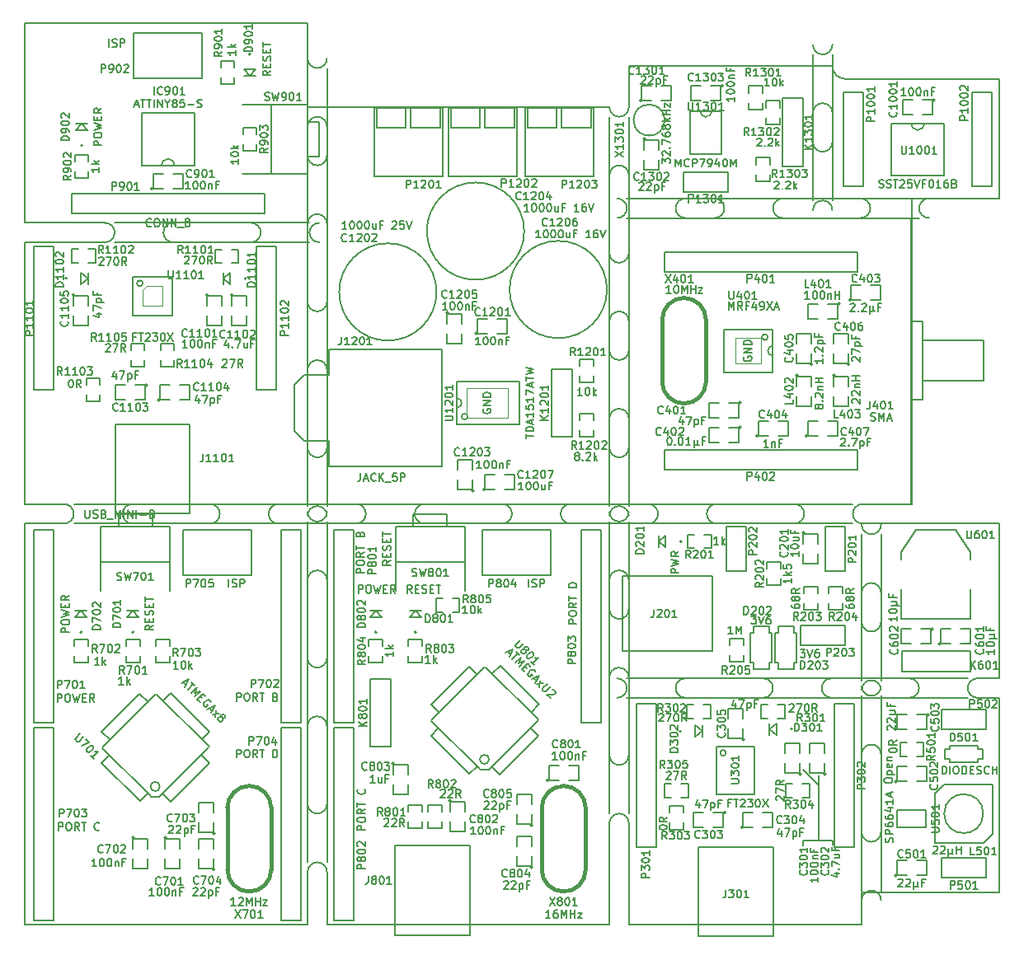
<source format=gto>
G04 (created by PCBNEW (2013-may-18)-stable) date Tue 25 Feb 2014 10:12:37 PM CET*
%MOIN*%
G04 Gerber Fmt 3.4, Leading zero omitted, Abs format*
%FSLAX34Y34*%
G01*
G70*
G90*
G04 APERTURE LIST*
%ADD10C,0.00590551*%
%ADD11C,0.00787402*%
%ADD12C,0.006*%
%ADD13C,0.0019685*%
%ADD14C,0.008*%
%ADD15C,0.015*%
G04 APERTURE END LIST*
G54D10*
G54D11*
X42322Y-52440D02*
X41692Y-51811D01*
X42322Y-54685D02*
X42322Y-52047D01*
X42874Y-54685D02*
X42874Y-54842D01*
X41692Y-54685D02*
X42874Y-54685D01*
X41692Y-54881D02*
X41692Y-54685D01*
G54D10*
X49606Y-56771D02*
X49606Y-48897D01*
X44055Y-56771D02*
X44055Y-57086D01*
X44842Y-56771D02*
X44055Y-56771D01*
X49606Y-56771D02*
X44842Y-56771D01*
X43385Y-23858D02*
X49606Y-23858D01*
X42874Y-23346D02*
G75*
G03X43385Y-23858I511J0D01*
G74*
G01*
X44133Y-41062D02*
X44094Y-41062D01*
X44094Y-41062D02*
G75*
G03X43700Y-41456I0J-393D01*
G74*
G01*
X43700Y-41456D02*
G75*
G03X44094Y-41850I393J0D01*
G74*
G01*
X44842Y-41850D02*
X44094Y-41850D01*
X21653Y-55984D02*
X21653Y-55944D01*
X22440Y-55984D02*
X22440Y-55944D01*
X22440Y-55944D02*
G75*
G03X22047Y-55551I-393J0D01*
G74*
G01*
X22047Y-55551D02*
G75*
G03X21653Y-55944I0J-393D01*
G74*
G01*
X34645Y-54015D02*
X34645Y-53976D01*
X33858Y-54015D02*
X33858Y-53976D01*
X34645Y-53976D02*
G75*
G03X34251Y-53582I-393J0D01*
G74*
G01*
X34251Y-53582D02*
G75*
G03X33858Y-53976I0J-393D01*
G74*
G01*
X44055Y-57125D02*
X44055Y-57086D01*
X10236Y-41850D02*
X10236Y-58070D01*
X11811Y-41850D02*
X10236Y-41850D01*
X11771Y-41062D02*
X11692Y-41062D01*
X12204Y-41417D02*
G75*
G03X11771Y-41062I-393J-39D01*
G74*
G01*
X11811Y-41850D02*
G75*
G03X12204Y-41456I0J393D01*
G74*
G01*
X10236Y-41062D02*
X11692Y-41062D01*
X10236Y-30472D02*
X10236Y-41062D01*
X13464Y-30472D02*
X10236Y-30472D01*
X12480Y-29685D02*
X13425Y-29685D01*
X13858Y-30039D02*
G75*
G03X13425Y-29685I-393J-39D01*
G74*
G01*
X13464Y-30472D02*
G75*
G03X13858Y-30078I0J393D01*
G74*
G01*
X10236Y-29685D02*
X12480Y-29685D01*
X10236Y-21614D02*
X10236Y-29685D01*
X21653Y-21614D02*
X10236Y-21614D01*
X21653Y-25000D02*
X21653Y-21614D01*
X33858Y-25000D02*
X21653Y-25000D01*
X34645Y-24685D02*
X34645Y-25000D01*
X33858Y-25000D02*
G75*
G03X34251Y-25393I393J0D01*
G74*
G01*
X34251Y-25393D02*
G75*
G03X34645Y-25000I0J393D01*
G74*
G01*
X34645Y-23346D02*
X34645Y-24685D01*
X42874Y-23346D02*
X34645Y-23346D01*
X49606Y-28700D02*
X49606Y-23858D01*
X46102Y-28700D02*
X46102Y-28740D01*
X49606Y-28700D02*
X46102Y-28700D01*
X46102Y-41062D02*
X46102Y-28700D01*
X44133Y-41062D02*
X46102Y-41062D01*
X49606Y-41850D02*
X44842Y-41850D01*
X49606Y-48110D02*
X49606Y-41850D01*
X48740Y-48110D02*
X49606Y-48110D01*
X49015Y-48897D02*
X48740Y-48897D01*
X48740Y-48110D02*
G75*
G03X48346Y-48503I0J-393D01*
G74*
G01*
X48346Y-48503D02*
G75*
G03X48740Y-48897I393J0D01*
G74*
G01*
X49606Y-48897D02*
X49015Y-48897D01*
X44055Y-57322D02*
X44055Y-57125D01*
X44055Y-58070D02*
X44055Y-57322D01*
X34645Y-58070D02*
X44055Y-58070D01*
X34645Y-54015D02*
X34645Y-58070D01*
X33858Y-54015D02*
X33858Y-58070D01*
X22440Y-58070D02*
X33858Y-58070D01*
X22440Y-55984D02*
X22440Y-58070D01*
X21653Y-55984D02*
X21653Y-58070D01*
X10236Y-58070D02*
X21653Y-58070D01*
G54D11*
X34645Y-48110D02*
X34645Y-48070D01*
X43937Y-48110D02*
X34645Y-48110D01*
X34645Y-48897D02*
X43937Y-48897D01*
X34645Y-28700D02*
X34645Y-28661D01*
X46062Y-41062D02*
X46062Y-29527D01*
X21614Y-30472D02*
X21614Y-30433D01*
G54D10*
X34645Y-39173D02*
X34645Y-35236D01*
X33858Y-39173D02*
X33858Y-35236D01*
G54D12*
X41750Y-42227D02*
G75*
G03X41750Y-42227I-50J0D01*
G74*
G01*
X41700Y-42677D02*
X41700Y-42277D01*
X41700Y-42277D02*
X42300Y-42277D01*
X42300Y-42277D02*
X42300Y-42677D01*
X42300Y-43077D02*
X42300Y-43477D01*
X42300Y-43477D02*
X41700Y-43477D01*
X41700Y-43477D02*
X41700Y-43077D01*
X41616Y-51996D02*
G75*
G03X41616Y-51996I-50J0D01*
G74*
G01*
X41566Y-51546D02*
X41566Y-51946D01*
X41566Y-51946D02*
X40966Y-51946D01*
X40966Y-51946D02*
X40966Y-51546D01*
X40966Y-51146D02*
X40966Y-50746D01*
X40966Y-50746D02*
X41566Y-50746D01*
X41566Y-50746D02*
X41566Y-51146D01*
X42616Y-51996D02*
G75*
G03X42616Y-51996I-50J0D01*
G74*
G01*
X42566Y-51546D02*
X42566Y-51946D01*
X42566Y-51946D02*
X41966Y-51946D01*
X41966Y-51946D02*
X41966Y-51546D01*
X41966Y-51146D02*
X41966Y-50746D01*
X41966Y-50746D02*
X42566Y-50746D01*
X42566Y-50746D02*
X42566Y-51146D01*
X38566Y-53546D02*
G75*
G03X38566Y-53546I-50J0D01*
G74*
G01*
X38066Y-53546D02*
X38466Y-53546D01*
X38466Y-53546D02*
X38466Y-54146D01*
X38466Y-54146D02*
X38066Y-54146D01*
X37666Y-54146D02*
X37266Y-54146D01*
X37266Y-54146D02*
X37266Y-53546D01*
X37266Y-53546D02*
X37666Y-53546D01*
X39266Y-54146D02*
G75*
G03X39266Y-54146I-50J0D01*
G74*
G01*
X39666Y-54146D02*
X39266Y-54146D01*
X39266Y-54146D02*
X39266Y-53546D01*
X39266Y-53546D02*
X39666Y-53546D01*
X40066Y-53546D02*
X40466Y-53546D01*
X40466Y-53546D02*
X40466Y-54146D01*
X40466Y-54146D02*
X40066Y-54146D01*
X39316Y-50596D02*
G75*
G03X39316Y-50596I-50J0D01*
G74*
G01*
X39266Y-50146D02*
X39266Y-50546D01*
X39266Y-50546D02*
X38666Y-50546D01*
X38666Y-50546D02*
X38666Y-50146D01*
X38666Y-49746D02*
X38666Y-49346D01*
X38666Y-49346D02*
X39266Y-49346D01*
X39266Y-49346D02*
X39266Y-49746D01*
X39177Y-36958D02*
G75*
G03X39177Y-36958I-50J0D01*
G74*
G01*
X38677Y-36958D02*
X39077Y-36958D01*
X39077Y-36958D02*
X39077Y-37558D01*
X39077Y-37558D02*
X38677Y-37558D01*
X38277Y-37558D02*
X37877Y-37558D01*
X37877Y-37558D02*
X37877Y-36958D01*
X37877Y-36958D02*
X38277Y-36958D01*
X39177Y-37958D02*
G75*
G03X39177Y-37958I-50J0D01*
G74*
G01*
X38677Y-37958D02*
X39077Y-37958D01*
X39077Y-37958D02*
X39077Y-38558D01*
X39077Y-38558D02*
X38677Y-38558D01*
X38277Y-38558D02*
X37877Y-38558D01*
X37877Y-38558D02*
X37877Y-37958D01*
X37877Y-37958D02*
X38277Y-37958D01*
X43627Y-32808D02*
G75*
G03X43627Y-32808I-50J0D01*
G74*
G01*
X44027Y-32808D02*
X43627Y-32808D01*
X43627Y-32808D02*
X43627Y-32208D01*
X43627Y-32208D02*
X44027Y-32208D01*
X44427Y-32208D02*
X44827Y-32208D01*
X44827Y-32208D02*
X44827Y-32808D01*
X44827Y-32808D02*
X44427Y-32808D01*
X39877Y-38308D02*
G75*
G03X39877Y-38308I-50J0D01*
G74*
G01*
X40277Y-38308D02*
X39877Y-38308D01*
X39877Y-38308D02*
X39877Y-37708D01*
X39877Y-37708D02*
X40277Y-37708D01*
X40677Y-37708D02*
X41077Y-37708D01*
X41077Y-37708D02*
X41077Y-38308D01*
X41077Y-38308D02*
X40677Y-38308D01*
X42077Y-35408D02*
G75*
G03X42077Y-35408I-50J0D01*
G74*
G01*
X42027Y-34958D02*
X42027Y-35358D01*
X42027Y-35358D02*
X41427Y-35358D01*
X41427Y-35358D02*
X41427Y-34958D01*
X41427Y-34558D02*
X41427Y-34158D01*
X41427Y-34158D02*
X42027Y-34158D01*
X42027Y-34158D02*
X42027Y-34558D01*
X43577Y-35408D02*
G75*
G03X43577Y-35408I-50J0D01*
G74*
G01*
X43527Y-34958D02*
X43527Y-35358D01*
X43527Y-35358D02*
X42927Y-35358D01*
X42927Y-35358D02*
X42927Y-34958D01*
X42927Y-34558D02*
X42927Y-34158D01*
X42927Y-34158D02*
X43527Y-34158D01*
X43527Y-34158D02*
X43527Y-34558D01*
X41877Y-38308D02*
G75*
G03X41877Y-38308I-50J0D01*
G74*
G01*
X42277Y-38308D02*
X41877Y-38308D01*
X41877Y-38308D02*
X41877Y-37708D01*
X41877Y-37708D02*
X42277Y-37708D01*
X42677Y-37708D02*
X43077Y-37708D01*
X43077Y-37708D02*
X43077Y-38308D01*
X43077Y-38308D02*
X42677Y-38308D01*
X45483Y-56083D02*
G75*
G03X45483Y-56083I-50J0D01*
G74*
G01*
X45883Y-56083D02*
X45483Y-56083D01*
X45483Y-56083D02*
X45483Y-55483D01*
X45483Y-55483D02*
X45883Y-55483D01*
X46283Y-55483D02*
X46683Y-55483D01*
X46683Y-55483D02*
X46683Y-56083D01*
X46683Y-56083D02*
X46283Y-56083D01*
X45483Y-52283D02*
G75*
G03X45483Y-52283I-50J0D01*
G74*
G01*
X45883Y-52283D02*
X45483Y-52283D01*
X45483Y-52283D02*
X45483Y-51683D01*
X45483Y-51683D02*
X45883Y-51683D01*
X46283Y-51683D02*
X46683Y-51683D01*
X46683Y-51683D02*
X46683Y-52283D01*
X46683Y-52283D02*
X46283Y-52283D01*
X46783Y-49583D02*
G75*
G03X46783Y-49583I-50J0D01*
G74*
G01*
X46283Y-49583D02*
X46683Y-49583D01*
X46683Y-49583D02*
X46683Y-50183D01*
X46683Y-50183D02*
X46283Y-50183D01*
X45883Y-50183D02*
X45483Y-50183D01*
X45483Y-50183D02*
X45483Y-49583D01*
X45483Y-49583D02*
X45883Y-49583D01*
X47262Y-46717D02*
G75*
G03X47262Y-46717I-50J0D01*
G74*
G01*
X47662Y-46717D02*
X47262Y-46717D01*
X47262Y-46717D02*
X47262Y-46117D01*
X47262Y-46117D02*
X47662Y-46117D01*
X48062Y-46117D02*
X48462Y-46117D01*
X48462Y-46117D02*
X48462Y-46717D01*
X48462Y-46717D02*
X48062Y-46717D01*
X46962Y-46117D02*
G75*
G03X46962Y-46117I-50J0D01*
G74*
G01*
X46462Y-46117D02*
X46862Y-46117D01*
X46862Y-46117D02*
X46862Y-46717D01*
X46862Y-46717D02*
X46462Y-46717D01*
X46062Y-46717D02*
X45662Y-46717D01*
X45662Y-46717D02*
X45662Y-46117D01*
X45662Y-46117D02*
X46062Y-46117D01*
X15950Y-54550D02*
G75*
G03X15950Y-54550I-50J0D01*
G74*
G01*
X15900Y-55000D02*
X15900Y-54600D01*
X15900Y-54600D02*
X16500Y-54600D01*
X16500Y-54600D02*
X16500Y-55000D01*
X16500Y-55400D02*
X16500Y-55800D01*
X16500Y-55800D02*
X15900Y-55800D01*
X15900Y-55800D02*
X15900Y-55400D01*
X14650Y-54550D02*
G75*
G03X14650Y-54550I-50J0D01*
G74*
G01*
X14600Y-55000D02*
X14600Y-54600D01*
X14600Y-54600D02*
X15200Y-54600D01*
X15200Y-54600D02*
X15200Y-55000D01*
X15200Y-55400D02*
X15200Y-55800D01*
X15200Y-55800D02*
X14600Y-55800D01*
X14600Y-55800D02*
X14600Y-55400D01*
X17909Y-54390D02*
G75*
G03X17909Y-54390I-50J0D01*
G74*
G01*
X17859Y-53940D02*
X17859Y-54340D01*
X17859Y-54340D02*
X17259Y-54340D01*
X17259Y-54340D02*
X17259Y-53940D01*
X17259Y-53540D02*
X17259Y-53140D01*
X17259Y-53140D02*
X17859Y-53140D01*
X17859Y-53140D02*
X17859Y-53540D01*
X17909Y-55846D02*
G75*
G03X17909Y-55846I-50J0D01*
G74*
G01*
X17859Y-55396D02*
X17859Y-55796D01*
X17859Y-55796D02*
X17259Y-55796D01*
X17259Y-55796D02*
X17259Y-55396D01*
X17259Y-54996D02*
X17259Y-54596D01*
X17259Y-54596D02*
X17859Y-54596D01*
X17859Y-54596D02*
X17859Y-54996D01*
X31407Y-52229D02*
G75*
G03X31407Y-52229I-50J0D01*
G74*
G01*
X31807Y-52229D02*
X31407Y-52229D01*
X31407Y-52229D02*
X31407Y-51629D01*
X31407Y-51629D02*
X31807Y-51629D01*
X32207Y-51629D02*
X32607Y-51629D01*
X32607Y-51629D02*
X32607Y-52229D01*
X32607Y-52229D02*
X32207Y-52229D01*
X27460Y-53050D02*
G75*
G03X27460Y-53050I-50J0D01*
G74*
G01*
X27410Y-53500D02*
X27410Y-53100D01*
X27410Y-53100D02*
X28010Y-53100D01*
X28010Y-53100D02*
X28010Y-53500D01*
X28010Y-53900D02*
X28010Y-54300D01*
X28010Y-54300D02*
X27410Y-54300D01*
X27410Y-54300D02*
X27410Y-53900D01*
X25160Y-51550D02*
G75*
G03X25160Y-51550I-50J0D01*
G74*
G01*
X25110Y-52000D02*
X25110Y-51600D01*
X25110Y-51600D02*
X25710Y-51600D01*
X25710Y-51600D02*
X25710Y-52000D01*
X25710Y-52400D02*
X25710Y-52800D01*
X25710Y-52800D02*
X25110Y-52800D01*
X25110Y-52800D02*
X25110Y-52400D01*
X30760Y-55750D02*
G75*
G03X30760Y-55750I-50J0D01*
G74*
G01*
X30710Y-55300D02*
X30710Y-55700D01*
X30710Y-55700D02*
X30110Y-55700D01*
X30110Y-55700D02*
X30110Y-55300D01*
X30110Y-54900D02*
X30110Y-54500D01*
X30110Y-54500D02*
X30710Y-54500D01*
X30710Y-54500D02*
X30710Y-54900D01*
X30760Y-54050D02*
G75*
G03X30760Y-54050I-50J0D01*
G74*
G01*
X30710Y-53600D02*
X30710Y-54000D01*
X30710Y-54000D02*
X30110Y-54000D01*
X30110Y-54000D02*
X30110Y-53600D01*
X30110Y-53200D02*
X30110Y-52800D01*
X30110Y-52800D02*
X30710Y-52800D01*
X30710Y-52800D02*
X30710Y-53200D01*
X15414Y-28307D02*
G75*
G03X15414Y-28307I-50J0D01*
G74*
G01*
X15814Y-28307D02*
X15414Y-28307D01*
X15414Y-28307D02*
X15414Y-27707D01*
X15414Y-27707D02*
X15814Y-27707D01*
X16214Y-27707D02*
X16614Y-27707D01*
X16614Y-27707D02*
X16614Y-28307D01*
X16614Y-28307D02*
X16214Y-28307D01*
X47024Y-24718D02*
G75*
G03X47024Y-24718I-50J0D01*
G74*
G01*
X46524Y-24718D02*
X46924Y-24718D01*
X46924Y-24718D02*
X46924Y-25318D01*
X46924Y-25318D02*
X46524Y-25318D01*
X46124Y-25318D02*
X45724Y-25318D01*
X45724Y-25318D02*
X45724Y-24718D01*
X45724Y-24718D02*
X46124Y-24718D01*
X17637Y-32592D02*
G75*
G03X17637Y-32592I-50J0D01*
G74*
G01*
X17587Y-33042D02*
X17587Y-32642D01*
X17587Y-32642D02*
X18187Y-32642D01*
X18187Y-32642D02*
X18187Y-33042D01*
X18187Y-33442D02*
X18187Y-33842D01*
X18187Y-33842D02*
X17587Y-33842D01*
X17587Y-33842D02*
X17587Y-33442D01*
X18637Y-32592D02*
G75*
G03X18637Y-32592I-50J0D01*
G74*
G01*
X18587Y-33042D02*
X18587Y-32642D01*
X18587Y-32642D02*
X19187Y-32642D01*
X19187Y-32642D02*
X19187Y-33042D01*
X19187Y-33442D02*
X19187Y-33842D01*
X19187Y-33842D02*
X18587Y-33842D01*
X18587Y-33842D02*
X18587Y-33442D01*
X15187Y-36242D02*
G75*
G03X15187Y-36242I-50J0D01*
G74*
G01*
X14687Y-36242D02*
X15087Y-36242D01*
X15087Y-36242D02*
X15087Y-36842D01*
X15087Y-36842D02*
X14687Y-36842D01*
X14287Y-36842D02*
X13887Y-36842D01*
X13887Y-36842D02*
X13887Y-36242D01*
X13887Y-36242D02*
X14287Y-36242D01*
X15687Y-36842D02*
G75*
G03X15687Y-36842I-50J0D01*
G74*
G01*
X16087Y-36842D02*
X15687Y-36842D01*
X15687Y-36842D02*
X15687Y-36242D01*
X15687Y-36242D02*
X16087Y-36242D01*
X16487Y-36242D02*
X16887Y-36242D01*
X16887Y-36242D02*
X16887Y-36842D01*
X16887Y-36842D02*
X16487Y-36842D01*
X12237Y-32592D02*
G75*
G03X12237Y-32592I-50J0D01*
G74*
G01*
X12187Y-33042D02*
X12187Y-32642D01*
X12187Y-32642D02*
X12787Y-32642D01*
X12787Y-32642D02*
X12787Y-33042D01*
X12787Y-33442D02*
X12787Y-33842D01*
X12787Y-33842D02*
X12187Y-33842D01*
X12187Y-33842D02*
X12187Y-33442D01*
X28533Y-34158D02*
G75*
G03X28533Y-34158I-50J0D01*
G74*
G01*
X28933Y-34158D02*
X28533Y-34158D01*
X28533Y-34158D02*
X28533Y-33558D01*
X28533Y-33558D02*
X28933Y-33558D01*
X29333Y-33558D02*
X29733Y-33558D01*
X29733Y-33558D02*
X29733Y-34158D01*
X29733Y-34158D02*
X29333Y-34158D01*
X26870Y-32480D02*
G75*
G03X26870Y-32480I-1968J0D01*
G74*
G01*
X28380Y-40520D02*
G75*
G03X28380Y-40520I-50J0D01*
G74*
G01*
X28330Y-40070D02*
X28330Y-40470D01*
X28330Y-40470D02*
X27730Y-40470D01*
X27730Y-40470D02*
X27730Y-40070D01*
X27730Y-39670D02*
X27730Y-39270D01*
X27730Y-39270D02*
X28330Y-39270D01*
X28330Y-39270D02*
X28330Y-39670D01*
X30413Y-30019D02*
G75*
G03X30413Y-30019I-1968J0D01*
G74*
G01*
X27348Y-33326D02*
G75*
G03X27348Y-33326I-50J0D01*
G74*
G01*
X27298Y-33776D02*
X27298Y-33376D01*
X27298Y-33376D02*
X27898Y-33376D01*
X27898Y-33376D02*
X27898Y-33776D01*
X27898Y-34176D02*
X27898Y-34576D01*
X27898Y-34576D02*
X27298Y-34576D01*
X27298Y-34576D02*
X27298Y-34176D01*
X33759Y-32381D02*
G75*
G03X33759Y-32381I-1968J0D01*
G74*
G01*
X28830Y-40470D02*
G75*
G03X28830Y-40470I-50J0D01*
G74*
G01*
X29230Y-40470D02*
X28830Y-40470D01*
X28830Y-40470D02*
X28830Y-39870D01*
X28830Y-39870D02*
X29230Y-39870D01*
X29630Y-39870D02*
X30030Y-39870D01*
X30030Y-39870D02*
X30030Y-40470D01*
X30030Y-40470D02*
X29630Y-40470D01*
X35163Y-24729D02*
G75*
G03X35163Y-24729I-50J0D01*
G74*
G01*
X35563Y-24729D02*
X35163Y-24729D01*
X35163Y-24729D02*
X35163Y-24129D01*
X35163Y-24129D02*
X35563Y-24129D01*
X35963Y-24129D02*
X36363Y-24129D01*
X36363Y-24129D02*
X36363Y-24729D01*
X36363Y-24729D02*
X35963Y-24729D01*
X35313Y-26279D02*
G75*
G03X35313Y-26279I-50J0D01*
G74*
G01*
X35263Y-26729D02*
X35263Y-26329D01*
X35263Y-26329D02*
X35863Y-26329D01*
X35863Y-26329D02*
X35863Y-26729D01*
X35863Y-27129D02*
X35863Y-27529D01*
X35863Y-27529D02*
X35263Y-27529D01*
X35263Y-27529D02*
X35263Y-27129D01*
X38463Y-24129D02*
G75*
G03X38463Y-24129I-50J0D01*
G74*
G01*
X37963Y-24129D02*
X38363Y-24129D01*
X38363Y-24129D02*
X38363Y-24729D01*
X38363Y-24729D02*
X37963Y-24729D01*
X37563Y-24729D02*
X37163Y-24729D01*
X37163Y-24729D02*
X37163Y-24129D01*
X37163Y-24129D02*
X37563Y-24129D01*
X36787Y-42577D02*
G75*
G03X36787Y-42577I-39J0D01*
G74*
G01*
X35862Y-42814D02*
X35862Y-42341D01*
X36137Y-42814D02*
X36137Y-42341D01*
X36137Y-42341D02*
X35862Y-42577D01*
X35862Y-42577D02*
X36137Y-42814D01*
X39685Y-47744D02*
X39685Y-47468D01*
X39685Y-47468D02*
X39566Y-47468D01*
X39566Y-47468D02*
X39566Y-46287D01*
X39566Y-46287D02*
X39685Y-46287D01*
X39685Y-46287D02*
X39685Y-46011D01*
X39685Y-46011D02*
X40314Y-46011D01*
X40314Y-46011D02*
X40314Y-46287D01*
X40314Y-46287D02*
X40433Y-46287D01*
X40433Y-46287D02*
X40433Y-47468D01*
X40433Y-47468D02*
X40314Y-47468D01*
X40314Y-47468D02*
X40314Y-47744D01*
X40314Y-47744D02*
X39685Y-47744D01*
X40685Y-47744D02*
X40685Y-47468D01*
X40685Y-47468D02*
X40566Y-47468D01*
X40566Y-47468D02*
X40566Y-46287D01*
X40566Y-46287D02*
X40685Y-46287D01*
X40685Y-46287D02*
X40685Y-46011D01*
X40685Y-46011D02*
X41314Y-46011D01*
X41314Y-46011D02*
X41314Y-46287D01*
X41314Y-46287D02*
X41433Y-46287D01*
X41433Y-46287D02*
X41433Y-47468D01*
X41433Y-47468D02*
X41314Y-47468D01*
X41314Y-47468D02*
X41314Y-47744D01*
X41314Y-47744D02*
X40685Y-47744D01*
X41259Y-50157D02*
G75*
G03X41259Y-50157I-39J0D01*
G74*
G01*
X40334Y-50393D02*
X40334Y-49921D01*
X40610Y-50393D02*
X40610Y-49921D01*
X40610Y-49921D02*
X40334Y-50157D01*
X40334Y-50157D02*
X40610Y-50393D01*
X36758Y-50246D02*
G75*
G03X36758Y-50246I-39J0D01*
G74*
G01*
X37604Y-50010D02*
X37604Y-50482D01*
X37329Y-50010D02*
X37329Y-50482D01*
X37329Y-50482D02*
X37604Y-50246D01*
X37604Y-50246D02*
X37329Y-50010D01*
G54D10*
X47405Y-50987D02*
X47622Y-50987D01*
X47622Y-50987D02*
X47622Y-50849D01*
X47405Y-51380D02*
X47622Y-51380D01*
X47622Y-51380D02*
X47622Y-51518D01*
X47405Y-51380D02*
X47405Y-50987D01*
X48960Y-50987D02*
X48744Y-50987D01*
X48744Y-50987D02*
X48744Y-50849D01*
X48960Y-51380D02*
X48744Y-51380D01*
X48744Y-51380D02*
X48744Y-51518D01*
X48960Y-51380D02*
X48960Y-50987D01*
G54D12*
X48744Y-51518D02*
X47622Y-51518D01*
X48744Y-50849D02*
X47622Y-50849D01*
X14639Y-46248D02*
G75*
G03X14639Y-46248I-39J0D01*
G74*
G01*
X14363Y-45362D02*
X14836Y-45362D01*
X14363Y-45637D02*
X14836Y-45637D01*
X14836Y-45637D02*
X14600Y-45362D01*
X14600Y-45362D02*
X14363Y-45637D01*
X12539Y-46248D02*
G75*
G03X12539Y-46248I-39J0D01*
G74*
G01*
X12263Y-45362D02*
X12736Y-45362D01*
X12263Y-45637D02*
X12736Y-45637D01*
X12736Y-45637D02*
X12500Y-45362D01*
X12500Y-45362D02*
X12263Y-45637D01*
X26049Y-46248D02*
G75*
G03X26049Y-46248I-39J0D01*
G74*
G01*
X25774Y-45362D02*
X26246Y-45362D01*
X25774Y-45637D02*
X26246Y-45637D01*
X26246Y-45637D02*
X26010Y-45362D01*
X26010Y-45362D02*
X25774Y-45637D01*
X24449Y-46248D02*
G75*
G03X24449Y-46248I-39J0D01*
G74*
G01*
X24174Y-45362D02*
X24646Y-45362D01*
X24174Y-45637D02*
X24646Y-45637D01*
X24646Y-45637D02*
X24410Y-45362D01*
X24410Y-45362D02*
X24174Y-45637D01*
X19353Y-22859D02*
G75*
G03X19353Y-22859I-39J0D01*
G74*
G01*
X19550Y-23745D02*
X19077Y-23745D01*
X19550Y-23470D02*
X19077Y-23470D01*
X19077Y-23470D02*
X19314Y-23745D01*
X19314Y-23745D02*
X19550Y-23470D01*
X12553Y-26555D02*
G75*
G03X12553Y-26555I-39J0D01*
G74*
G01*
X12277Y-25670D02*
X12750Y-25670D01*
X12277Y-25945D02*
X12750Y-25945D01*
X12750Y-25945D02*
X12514Y-25670D01*
X12514Y-25670D02*
X12277Y-25945D01*
X19174Y-31942D02*
G75*
G03X19174Y-31942I-39J0D01*
G74*
G01*
X18249Y-32178D02*
X18249Y-31706D01*
X18525Y-32178D02*
X18525Y-31706D01*
X18525Y-31706D02*
X18249Y-31942D01*
X18249Y-31942D02*
X18525Y-32178D01*
X11929Y-31929D02*
G75*
G03X11929Y-31929I-39J0D01*
G74*
G01*
X12775Y-31692D02*
X12775Y-32165D01*
X12500Y-31692D02*
X12500Y-32165D01*
X12500Y-32165D02*
X12775Y-31929D01*
X12775Y-31929D02*
X12500Y-31692D01*
G54D10*
X16014Y-27095D02*
G75*
G03X15738Y-27370I0J-275D01*
G74*
G01*
X16289Y-27370D02*
G75*
G03X16014Y-27095I-275J0D01*
G74*
G01*
X16014Y-27370D02*
X17077Y-27370D01*
X17077Y-27370D02*
X17077Y-25244D01*
X17077Y-25244D02*
X14951Y-25244D01*
X14951Y-25244D02*
X14951Y-27370D01*
X14951Y-27370D02*
X16014Y-27370D01*
G54D12*
X34397Y-46993D02*
X38019Y-46993D01*
X38019Y-46993D02*
X38019Y-43961D01*
X38019Y-43961D02*
X34397Y-43961D01*
X34397Y-43961D02*
X34397Y-45477D01*
X34397Y-45477D02*
X34397Y-46993D01*
X40482Y-58549D02*
X40482Y-54927D01*
X40482Y-54927D02*
X37450Y-54927D01*
X37450Y-54927D02*
X37450Y-58549D01*
X37450Y-58549D02*
X38966Y-58549D01*
X38966Y-58549D02*
X40482Y-58549D01*
X46515Y-34432D02*
X48996Y-34432D01*
X48996Y-34432D02*
X48996Y-36085D01*
X48996Y-36085D02*
X46515Y-36085D01*
X46043Y-36833D02*
X46515Y-36833D01*
X46515Y-36833D02*
X46515Y-33684D01*
X46515Y-33684D02*
X46043Y-33684D01*
X46043Y-33684D02*
X46043Y-36833D01*
X28226Y-58503D02*
X28226Y-54881D01*
X28226Y-54881D02*
X25194Y-54881D01*
X25194Y-54881D02*
X25194Y-58503D01*
X25194Y-58503D02*
X26710Y-58503D01*
X26710Y-58503D02*
X28226Y-58503D01*
X16903Y-41445D02*
X16903Y-37823D01*
X16903Y-37823D02*
X13871Y-37823D01*
X13871Y-37823D02*
X13871Y-41445D01*
X13871Y-41445D02*
X15387Y-41445D01*
X15387Y-41445D02*
X16903Y-41445D01*
X21524Y-35832D02*
X22508Y-35832D01*
X21130Y-38115D02*
X21130Y-36225D01*
X22508Y-38509D02*
X21524Y-38509D01*
X21130Y-38115D02*
X21524Y-38509D01*
X21130Y-36225D02*
X21524Y-35832D01*
X22508Y-34808D02*
X27075Y-34808D01*
X27075Y-34808D02*
X27075Y-39533D01*
X27075Y-39533D02*
X22508Y-39533D01*
X22508Y-39533D02*
X22508Y-38509D01*
X22508Y-35832D02*
X22508Y-34808D01*
X48440Y-47838D02*
X48322Y-47838D01*
X48322Y-47838D02*
X45685Y-47838D01*
X45685Y-47838D02*
X45685Y-47011D01*
X45685Y-47011D02*
X48440Y-47011D01*
X48440Y-47011D02*
X48440Y-47838D01*
X24188Y-50877D02*
X24188Y-50759D01*
X24188Y-50759D02*
X24188Y-48122D01*
X24188Y-48122D02*
X25015Y-48122D01*
X25015Y-48122D02*
X25015Y-50877D01*
X25015Y-50877D02*
X24188Y-50877D01*
X32351Y-35592D02*
X32351Y-35711D01*
X32351Y-35711D02*
X32351Y-38348D01*
X32351Y-38348D02*
X31525Y-38348D01*
X31525Y-38348D02*
X31525Y-35592D01*
X31525Y-35592D02*
X32351Y-35592D01*
X41685Y-24651D02*
X41685Y-24769D01*
X41685Y-24769D02*
X41685Y-27407D01*
X41685Y-27407D02*
X40858Y-27407D01*
X40858Y-27407D02*
X40858Y-24651D01*
X40858Y-24651D02*
X41685Y-24651D01*
X43177Y-32958D02*
G75*
G03X43177Y-32958I-50J0D01*
G74*
G01*
X42677Y-32958D02*
X43077Y-32958D01*
X43077Y-32958D02*
X43077Y-33558D01*
X43077Y-33558D02*
X42677Y-33558D01*
X42277Y-33558D02*
X41877Y-33558D01*
X41877Y-33558D02*
X41877Y-32958D01*
X41877Y-32958D02*
X42277Y-32958D01*
X41477Y-35858D02*
G75*
G03X41477Y-35858I-50J0D01*
G74*
G01*
X41427Y-36308D02*
X41427Y-35908D01*
X41427Y-35908D02*
X42027Y-35908D01*
X42027Y-35908D02*
X42027Y-36308D01*
X42027Y-36708D02*
X42027Y-37108D01*
X42027Y-37108D02*
X41427Y-37108D01*
X41427Y-37108D02*
X41427Y-36708D01*
X42977Y-35858D02*
G75*
G03X42977Y-35858I-50J0D01*
G74*
G01*
X42927Y-36308D02*
X42927Y-35908D01*
X42927Y-35908D02*
X43527Y-35908D01*
X43527Y-35908D02*
X43527Y-36308D01*
X43527Y-36708D02*
X43527Y-37108D01*
X43527Y-37108D02*
X42927Y-37108D01*
X42927Y-37108D02*
X42927Y-36708D01*
G54D10*
X48970Y-53583D02*
G75*
G03X48970Y-53583I-787J0D01*
G74*
G01*
G54D12*
X47375Y-52402D02*
X47021Y-52757D01*
X48990Y-54764D02*
X49344Y-54410D01*
X48990Y-54764D02*
X47021Y-54764D01*
X47021Y-54764D02*
X47021Y-52757D01*
X47375Y-52402D02*
X49344Y-52402D01*
X49344Y-52402D02*
X49344Y-54410D01*
X42600Y-41977D02*
X42600Y-43777D01*
X42600Y-41977D02*
X43400Y-41977D01*
X43400Y-41977D02*
X43400Y-43777D01*
X43400Y-43777D02*
X42600Y-43777D01*
X38600Y-41977D02*
X38600Y-43777D01*
X38600Y-41977D02*
X39400Y-41977D01*
X39400Y-41977D02*
X39400Y-43777D01*
X39400Y-43777D02*
X38600Y-43777D01*
X41600Y-46777D02*
X43400Y-46777D01*
X41600Y-46777D02*
X41600Y-45977D01*
X41600Y-45977D02*
X43400Y-45977D01*
X43400Y-45977D02*
X43400Y-46777D01*
X34966Y-49146D02*
X34966Y-54946D01*
X34966Y-49146D02*
X35766Y-49146D01*
X35766Y-49146D02*
X35766Y-54946D01*
X35766Y-54946D02*
X34966Y-54946D01*
X42966Y-49146D02*
X42966Y-54946D01*
X42966Y-49146D02*
X43766Y-49146D01*
X43766Y-49146D02*
X43766Y-54946D01*
X43766Y-54946D02*
X42966Y-54946D01*
X43877Y-30858D02*
X36077Y-30858D01*
X43877Y-30858D02*
X43877Y-31658D01*
X43877Y-31658D02*
X36077Y-31658D01*
X36077Y-31658D02*
X36077Y-30858D01*
X43877Y-38858D02*
X36077Y-38858D01*
X43877Y-38858D02*
X43877Y-39658D01*
X43877Y-39658D02*
X36077Y-39658D01*
X36077Y-39658D02*
X36077Y-38858D01*
X47283Y-56183D02*
X49083Y-56183D01*
X47283Y-56183D02*
X47283Y-55383D01*
X47283Y-55383D02*
X49083Y-55383D01*
X49083Y-55383D02*
X49083Y-56183D01*
X47283Y-50183D02*
X49083Y-50183D01*
X47283Y-50183D02*
X47283Y-49383D01*
X47283Y-49383D02*
X49083Y-49383D01*
X49083Y-49383D02*
X49083Y-50183D01*
X11400Y-49900D02*
X11400Y-42100D01*
X11400Y-49900D02*
X10600Y-49900D01*
X10600Y-49900D02*
X10600Y-42100D01*
X10600Y-42100D02*
X11400Y-42100D01*
X21400Y-49900D02*
X21400Y-42100D01*
X21400Y-49900D02*
X20600Y-49900D01*
X20600Y-49900D02*
X20600Y-42100D01*
X20600Y-42100D02*
X21400Y-42100D01*
X10600Y-50100D02*
X10600Y-57900D01*
X10600Y-50100D02*
X11400Y-50100D01*
X11400Y-50100D02*
X11400Y-57900D01*
X11400Y-57900D02*
X10600Y-57900D01*
X21400Y-57900D02*
X21400Y-50100D01*
X21400Y-57900D02*
X20600Y-57900D01*
X20600Y-57900D02*
X20600Y-50100D01*
X20600Y-50100D02*
X21400Y-50100D01*
X19377Y-43921D02*
X19259Y-43921D01*
X19259Y-43921D02*
X16622Y-43921D01*
X16622Y-43921D02*
X16622Y-42094D01*
X16622Y-42094D02*
X19377Y-42094D01*
X19377Y-42094D02*
X19377Y-43921D01*
X22710Y-42100D02*
X22710Y-49900D01*
X22710Y-42100D02*
X23510Y-42100D01*
X23510Y-42100D02*
X23510Y-49900D01*
X23510Y-49900D02*
X22710Y-49900D01*
X23510Y-57900D02*
X23510Y-50100D01*
X23510Y-57900D02*
X22710Y-57900D01*
X22710Y-57900D02*
X22710Y-50100D01*
X22710Y-50100D02*
X23510Y-50100D01*
X33510Y-49900D02*
X33510Y-42100D01*
X33510Y-49900D02*
X32710Y-49900D01*
X32710Y-49900D02*
X32710Y-42100D01*
X32710Y-42100D02*
X33510Y-42100D01*
X31488Y-43921D02*
X31370Y-43921D01*
X31370Y-43921D02*
X28732Y-43921D01*
X28732Y-43921D02*
X28732Y-42094D01*
X28732Y-42094D02*
X31488Y-42094D01*
X31488Y-42094D02*
X31488Y-43921D01*
X12114Y-29307D02*
X19914Y-29307D01*
X12114Y-29307D02*
X12114Y-28507D01*
X12114Y-28507D02*
X19914Y-28507D01*
X19914Y-28507D02*
X19914Y-29307D01*
X17392Y-23829D02*
X17274Y-23829D01*
X17274Y-23829D02*
X14636Y-23829D01*
X14636Y-23829D02*
X14636Y-22002D01*
X14636Y-22002D02*
X17392Y-22002D01*
X17392Y-22002D02*
X17392Y-23829D01*
X43324Y-24418D02*
X43324Y-28218D01*
X43324Y-24418D02*
X44124Y-24418D01*
X44124Y-24418D02*
X44124Y-28218D01*
X44124Y-28218D02*
X43324Y-28218D01*
X49324Y-28218D02*
X49324Y-24418D01*
X49324Y-28218D02*
X48524Y-28218D01*
X48524Y-28218D02*
X48524Y-24418D01*
X48524Y-24418D02*
X49324Y-24418D01*
X10587Y-30642D02*
X10587Y-36442D01*
X10587Y-30642D02*
X11387Y-30642D01*
X11387Y-30642D02*
X11387Y-36442D01*
X11387Y-36442D02*
X10587Y-36442D01*
X19587Y-30642D02*
X19587Y-36442D01*
X19587Y-30642D02*
X20387Y-30642D01*
X20387Y-30642D02*
X20387Y-36442D01*
X20387Y-36442D02*
X19587Y-36442D01*
X25632Y-25035D02*
X25632Y-25822D01*
X25632Y-25822D02*
X24451Y-25822D01*
X24451Y-25822D02*
X24451Y-25035D01*
X27010Y-25035D02*
X27010Y-25822D01*
X27010Y-25822D02*
X25829Y-25822D01*
X25829Y-25822D02*
X25829Y-25035D01*
X27108Y-27791D02*
X24352Y-27791D01*
X24352Y-27791D02*
X24352Y-25035D01*
X24352Y-25035D02*
X27108Y-25035D01*
X27108Y-25035D02*
X27108Y-27791D01*
X28632Y-25035D02*
X28632Y-25822D01*
X28632Y-25822D02*
X27451Y-25822D01*
X27451Y-25822D02*
X27451Y-25035D01*
X30010Y-25035D02*
X30010Y-25822D01*
X30010Y-25822D02*
X28829Y-25822D01*
X28829Y-25822D02*
X28829Y-25035D01*
X30108Y-27791D02*
X27352Y-27791D01*
X27352Y-27791D02*
X27352Y-25035D01*
X27352Y-25035D02*
X30108Y-25035D01*
X30108Y-25035D02*
X30108Y-27791D01*
X31732Y-25035D02*
X31732Y-25822D01*
X31732Y-25822D02*
X30551Y-25822D01*
X30551Y-25822D02*
X30551Y-25035D01*
X33110Y-25035D02*
X33110Y-25822D01*
X33110Y-25822D02*
X31929Y-25822D01*
X31929Y-25822D02*
X31929Y-25035D01*
X33208Y-27791D02*
X30452Y-27791D01*
X30452Y-27791D02*
X30452Y-25035D01*
X30452Y-25035D02*
X33208Y-25035D01*
X33208Y-25035D02*
X33208Y-27791D01*
X38663Y-27629D02*
X36863Y-27629D01*
X38663Y-27629D02*
X38663Y-28429D01*
X38663Y-28429D02*
X36863Y-28429D01*
X36863Y-28429D02*
X36863Y-27629D01*
X13300Y-43418D02*
X13300Y-44580D01*
X16100Y-43418D02*
X16100Y-44580D01*
X14010Y-41970D02*
X14010Y-41480D01*
X14010Y-41480D02*
X15390Y-41480D01*
X15390Y-41480D02*
X15390Y-41970D01*
X16100Y-43418D02*
X16100Y-41970D01*
X13300Y-41970D02*
X13300Y-43418D01*
X13300Y-41970D02*
X16100Y-41970D01*
X16100Y-43418D02*
X13300Y-43418D01*
X25210Y-43418D02*
X25210Y-44580D01*
X28010Y-43418D02*
X28010Y-44580D01*
X25920Y-41970D02*
X25920Y-41480D01*
X25920Y-41480D02*
X27300Y-41480D01*
X27300Y-41480D02*
X27300Y-41970D01*
X28010Y-43418D02*
X28010Y-41970D01*
X25210Y-41970D02*
X25210Y-43418D01*
X25210Y-41970D02*
X28010Y-41970D01*
X28010Y-43418D02*
X25210Y-43418D01*
X20195Y-24907D02*
X19034Y-24907D01*
X20195Y-27707D02*
X19034Y-27707D01*
X21644Y-25617D02*
X22134Y-25617D01*
X22134Y-25617D02*
X22134Y-26997D01*
X22134Y-26997D02*
X21644Y-26997D01*
X20195Y-27707D02*
X21644Y-27707D01*
X21644Y-24907D02*
X20195Y-24907D01*
X21644Y-24907D02*
X21644Y-27707D01*
X20195Y-27707D02*
X20195Y-24907D01*
X38573Y-51129D02*
G75*
G03X38573Y-51129I-118J0D01*
G74*
G01*
X38199Y-52812D02*
X39734Y-52812D01*
X39734Y-52812D02*
X39734Y-50883D01*
X38199Y-50883D02*
X39734Y-50883D01*
X38199Y-50883D02*
X38199Y-52812D01*
G54D13*
X39989Y-34347D02*
X39989Y-35370D01*
X39989Y-35370D02*
X38965Y-35370D01*
X38965Y-35370D02*
X38965Y-34347D01*
X38965Y-34347D02*
X39989Y-34347D01*
G54D12*
X40264Y-34307D02*
G75*
G03X40264Y-34307I-118J0D01*
G74*
G01*
X40264Y-34858D02*
G75*
G03X40461Y-35055I196J0D01*
G74*
G01*
X40461Y-34662D02*
G75*
G03X40264Y-34858I0J-196D01*
G74*
G01*
X40461Y-33992D02*
X40461Y-35725D01*
X40461Y-35725D02*
X38493Y-35725D01*
X38493Y-35725D02*
X38493Y-33992D01*
X38493Y-33992D02*
X40461Y-33992D01*
X46653Y-53429D02*
X46653Y-54138D01*
X46653Y-54138D02*
X45472Y-54138D01*
X45472Y-54138D02*
X45472Y-53429D01*
X45472Y-53429D02*
X46653Y-53429D01*
G54D14*
X45662Y-44517D02*
X45662Y-45717D01*
X45662Y-45717D02*
X48462Y-45717D01*
X48462Y-45717D02*
X48462Y-44517D01*
X45662Y-43317D02*
X45662Y-43017D01*
X45662Y-43017D02*
X46262Y-42117D01*
X46262Y-42117D02*
X47862Y-42117D01*
X47862Y-42117D02*
X48462Y-43017D01*
X48462Y-43017D02*
X48462Y-43317D01*
G54D12*
X14870Y-48729D02*
X15188Y-49047D01*
X13329Y-50270D02*
X13640Y-50581D01*
X14870Y-48729D02*
X13329Y-50270D01*
X15825Y-49019D02*
X16129Y-48715D01*
X17395Y-50574D02*
X17692Y-50277D01*
X17699Y-50284D02*
X16136Y-48707D01*
X14877Y-53077D02*
X13336Y-51550D01*
X15669Y-52894D02*
X17670Y-50892D01*
X13336Y-51536D02*
X13626Y-51246D01*
X15323Y-52886D02*
X13357Y-50921D01*
X15521Y-48729D02*
X13371Y-50878D01*
X17677Y-50885D02*
X15556Y-48764D01*
X16108Y-53092D02*
X17677Y-51522D01*
X17677Y-51522D02*
X17359Y-51204D01*
X15659Y-52898D02*
X15334Y-52898D01*
X16106Y-53090D02*
X15787Y-52771D01*
X15195Y-52759D02*
X14876Y-53079D01*
X15683Y-52486D02*
G75*
G03X15683Y-52486I-188J0D01*
G74*
G01*
X28180Y-47629D02*
X28499Y-47947D01*
X26639Y-49170D02*
X26950Y-49481D01*
X28180Y-47629D02*
X26639Y-49170D01*
X29135Y-47919D02*
X29439Y-47615D01*
X30705Y-49474D02*
X31002Y-49177D01*
X31009Y-49184D02*
X29446Y-47607D01*
X28187Y-51977D02*
X26646Y-50450D01*
X28979Y-51794D02*
X30981Y-49792D01*
X26646Y-50436D02*
X26936Y-50146D01*
X28633Y-51786D02*
X26667Y-49821D01*
X28831Y-47629D02*
X26681Y-49778D01*
X30988Y-49785D02*
X28866Y-47664D01*
X29418Y-51992D02*
X30988Y-50422D01*
X30988Y-50422D02*
X30669Y-50104D01*
X28970Y-51798D02*
X28644Y-51798D01*
X29416Y-51990D02*
X29097Y-51671D01*
X28506Y-51659D02*
X28186Y-51979D01*
X28993Y-51386D02*
G75*
G03X28993Y-51386I-188J0D01*
G74*
G01*
G54D10*
X46324Y-25931D02*
G75*
G03X46600Y-25655I0J275D01*
G74*
G01*
X46048Y-25655D02*
G75*
G03X46324Y-25931I275J0D01*
G74*
G01*
X46324Y-25655D02*
X45261Y-25655D01*
X45261Y-25655D02*
X45261Y-27781D01*
X45261Y-27781D02*
X47387Y-27781D01*
X47387Y-27781D02*
X47387Y-25655D01*
X47387Y-25655D02*
X46324Y-25655D01*
G54D12*
X14993Y-32130D02*
G75*
G03X14993Y-32130I-118J0D01*
G74*
G01*
G54D13*
X14993Y-32406D02*
X14993Y-33036D01*
X15151Y-32248D02*
X15781Y-32248D01*
X14993Y-32406D02*
X15151Y-32248D01*
X15781Y-32248D02*
X15781Y-33036D01*
X15781Y-33036D02*
X14993Y-33036D01*
G54D12*
X14600Y-31855D02*
X16174Y-31855D01*
X16174Y-31855D02*
X16174Y-33429D01*
X16174Y-33429D02*
X14600Y-33429D01*
X14600Y-33429D02*
X14600Y-31855D01*
G54D13*
X28103Y-37561D02*
X28103Y-36380D01*
X28103Y-36380D02*
X29757Y-36380D01*
X29757Y-36380D02*
X29757Y-37561D01*
X29757Y-37561D02*
X28103Y-37561D01*
G54D12*
X28123Y-37522D02*
G75*
G03X28123Y-37522I-118J0D01*
G74*
G01*
X27887Y-36970D02*
G75*
G03X27690Y-36774I-196J0D01*
G74*
G01*
X27690Y-37167D02*
G75*
G03X27887Y-36970I0J196D01*
G74*
G01*
X27690Y-37837D02*
X27690Y-36104D01*
X27690Y-36104D02*
X30210Y-36104D01*
X30210Y-36104D02*
X30210Y-37837D01*
X30210Y-37837D02*
X27690Y-37837D01*
X37763Y-25399D02*
G75*
G03X38000Y-25162I0J236D01*
G74*
G01*
X37527Y-25162D02*
G75*
G03X37763Y-25399I236J0D01*
G74*
G01*
X37133Y-25162D02*
X38393Y-25162D01*
X38393Y-25162D02*
X38393Y-26895D01*
X38393Y-26895D02*
X37133Y-26895D01*
X37133Y-26895D02*
X37133Y-25162D01*
G54D15*
X35991Y-33606D02*
X35991Y-36110D01*
X37763Y-36110D02*
X37763Y-33606D01*
X36877Y-36996D02*
G75*
G03X37763Y-36110I0J886D01*
G74*
G01*
X35991Y-36110D02*
G75*
G03X36877Y-36996I886J0D01*
G74*
G01*
X37763Y-33606D02*
G75*
G03X36877Y-32720I-886J0D01*
G74*
G01*
X36877Y-32720D02*
G75*
G03X35991Y-33606I0J-885D01*
G74*
G01*
X20186Y-55852D02*
X20186Y-53348D01*
X18414Y-53348D02*
X18414Y-55852D01*
X19300Y-52462D02*
G75*
G03X18414Y-53348I0J-886D01*
G74*
G01*
X20186Y-53348D02*
G75*
G03X19300Y-52462I-886J0D01*
G74*
G01*
X18414Y-55852D02*
G75*
G03X19300Y-56738I886J0D01*
G74*
G01*
X19300Y-56738D02*
G75*
G03X20186Y-55852I0J886D01*
G74*
G01*
X31124Y-53348D02*
X31124Y-55852D01*
X32896Y-55852D02*
X32896Y-53348D01*
X32010Y-56738D02*
G75*
G03X32896Y-55852I0J886D01*
G74*
G01*
X31124Y-55852D02*
G75*
G03X32010Y-56738I886J0D01*
G74*
G01*
X32896Y-53348D02*
G75*
G03X32010Y-52462I-886J0D01*
G74*
G01*
X32010Y-52462D02*
G75*
G03X31124Y-53348I0J-886D01*
G74*
G01*
G54D12*
X36093Y-25529D02*
G75*
G03X36093Y-25529I-629J0D01*
G74*
G01*
X37697Y-42852D02*
X37975Y-42852D01*
X37975Y-42852D02*
X37975Y-42302D01*
X37975Y-42302D02*
X37697Y-42302D01*
X37025Y-42852D02*
X37303Y-42852D01*
X37025Y-42852D02*
X37025Y-42302D01*
X37025Y-42302D02*
X37303Y-42302D01*
X40225Y-44074D02*
X40225Y-44352D01*
X40225Y-44352D02*
X40775Y-44352D01*
X40775Y-44352D02*
X40775Y-44074D01*
X40225Y-43402D02*
X40225Y-43680D01*
X40225Y-43402D02*
X40775Y-43402D01*
X40775Y-43402D02*
X40775Y-43680D01*
X42275Y-44680D02*
X42275Y-44402D01*
X42275Y-44402D02*
X41725Y-44402D01*
X41725Y-44402D02*
X41725Y-44680D01*
X42275Y-45352D02*
X42275Y-45074D01*
X42275Y-45352D02*
X41725Y-45352D01*
X41725Y-45352D02*
X41725Y-45074D01*
X43275Y-44680D02*
X43275Y-44402D01*
X43275Y-44402D02*
X42725Y-44402D01*
X42725Y-44402D02*
X42725Y-44680D01*
X43275Y-45352D02*
X43275Y-45074D01*
X43275Y-45352D02*
X42725Y-45352D01*
X42725Y-45352D02*
X42725Y-45074D01*
X38725Y-47174D02*
X38725Y-47452D01*
X38725Y-47452D02*
X39275Y-47452D01*
X39275Y-47452D02*
X39275Y-47174D01*
X38725Y-46502D02*
X38725Y-46780D01*
X38725Y-46502D02*
X39275Y-46502D01*
X39275Y-46502D02*
X39275Y-46780D01*
X40269Y-49171D02*
X39991Y-49171D01*
X39991Y-49171D02*
X39991Y-49721D01*
X39991Y-49721D02*
X40269Y-49721D01*
X40941Y-49171D02*
X40663Y-49171D01*
X40941Y-49171D02*
X40941Y-49721D01*
X40941Y-49721D02*
X40663Y-49721D01*
X37663Y-49721D02*
X37941Y-49721D01*
X37941Y-49721D02*
X37941Y-49171D01*
X37941Y-49171D02*
X37663Y-49171D01*
X36991Y-49721D02*
X37269Y-49721D01*
X36991Y-49721D02*
X36991Y-49171D01*
X36991Y-49171D02*
X37269Y-49171D01*
X36841Y-53549D02*
X36841Y-53271D01*
X36841Y-53271D02*
X36291Y-53271D01*
X36291Y-53271D02*
X36291Y-53549D01*
X36841Y-54221D02*
X36841Y-53943D01*
X36841Y-54221D02*
X36291Y-54221D01*
X36291Y-54221D02*
X36291Y-53943D01*
X41269Y-52371D02*
X40991Y-52371D01*
X40991Y-52371D02*
X40991Y-52921D01*
X40991Y-52921D02*
X41269Y-52921D01*
X41941Y-52371D02*
X41663Y-52371D01*
X41941Y-52371D02*
X41941Y-52921D01*
X41941Y-52921D02*
X41663Y-52921D01*
X36763Y-52921D02*
X37041Y-52921D01*
X37041Y-52921D02*
X37041Y-52371D01*
X37041Y-52371D02*
X36763Y-52371D01*
X36091Y-52921D02*
X36369Y-52921D01*
X36091Y-52921D02*
X36091Y-52371D01*
X36091Y-52371D02*
X36369Y-52371D01*
X45886Y-50708D02*
X45608Y-50708D01*
X45608Y-50708D02*
X45608Y-51258D01*
X45608Y-51258D02*
X45886Y-51258D01*
X46558Y-50708D02*
X46280Y-50708D01*
X46558Y-50708D02*
X46558Y-51258D01*
X46558Y-51258D02*
X46280Y-51258D01*
X14325Y-47197D02*
X14325Y-47475D01*
X14325Y-47475D02*
X14875Y-47475D01*
X14875Y-47475D02*
X14875Y-47197D01*
X14325Y-46525D02*
X14325Y-46803D01*
X14325Y-46525D02*
X14875Y-46525D01*
X14875Y-46525D02*
X14875Y-46803D01*
X12225Y-47197D02*
X12225Y-47475D01*
X12225Y-47475D02*
X12775Y-47475D01*
X12775Y-47475D02*
X12775Y-47197D01*
X12225Y-46525D02*
X12225Y-46803D01*
X12225Y-46525D02*
X12775Y-46525D01*
X12775Y-46525D02*
X12775Y-46803D01*
X15525Y-47197D02*
X15525Y-47475D01*
X15525Y-47475D02*
X16075Y-47475D01*
X16075Y-47475D02*
X16075Y-47197D01*
X15525Y-46525D02*
X15525Y-46803D01*
X15525Y-46525D02*
X16075Y-46525D01*
X16075Y-46525D02*
X16075Y-46803D01*
X25735Y-53897D02*
X25735Y-54175D01*
X25735Y-54175D02*
X26285Y-54175D01*
X26285Y-54175D02*
X26285Y-53897D01*
X25735Y-53225D02*
X25735Y-53503D01*
X25735Y-53225D02*
X26285Y-53225D01*
X26285Y-53225D02*
X26285Y-53503D01*
X26535Y-53897D02*
X26535Y-54175D01*
X26535Y-54175D02*
X27085Y-54175D01*
X27085Y-54175D02*
X27085Y-53897D01*
X26535Y-53225D02*
X26535Y-53503D01*
X26535Y-53225D02*
X27085Y-53225D01*
X27085Y-53225D02*
X27085Y-53503D01*
X25735Y-47197D02*
X25735Y-47475D01*
X25735Y-47475D02*
X26285Y-47475D01*
X26285Y-47475D02*
X26285Y-47197D01*
X25735Y-46525D02*
X25735Y-46803D01*
X25735Y-46525D02*
X26285Y-46525D01*
X26285Y-46525D02*
X26285Y-46803D01*
X24135Y-47197D02*
X24135Y-47475D01*
X24135Y-47475D02*
X24685Y-47475D01*
X24685Y-47475D02*
X24685Y-47197D01*
X24135Y-46525D02*
X24135Y-46803D01*
X24135Y-46525D02*
X24685Y-46525D01*
X24685Y-46525D02*
X24685Y-46803D01*
X27519Y-45432D02*
X27797Y-45432D01*
X27797Y-45432D02*
X27797Y-44882D01*
X27797Y-44882D02*
X27519Y-44882D01*
X26847Y-45432D02*
X27125Y-45432D01*
X26847Y-45432D02*
X26847Y-44882D01*
X26847Y-44882D02*
X27125Y-44882D01*
X18139Y-23804D02*
X18139Y-24082D01*
X18139Y-24082D02*
X18689Y-24082D01*
X18689Y-24082D02*
X18689Y-23804D01*
X18139Y-23132D02*
X18139Y-23410D01*
X18139Y-23132D02*
X18689Y-23132D01*
X18689Y-23132D02*
X18689Y-23410D01*
X12239Y-27604D02*
X12239Y-27882D01*
X12239Y-27882D02*
X12789Y-27882D01*
X12789Y-27882D02*
X12789Y-27604D01*
X12239Y-26932D02*
X12239Y-27210D01*
X12239Y-26932D02*
X12789Y-26932D01*
X12789Y-26932D02*
X12789Y-27210D01*
X19589Y-26110D02*
X19589Y-25832D01*
X19589Y-25832D02*
X19039Y-25832D01*
X19039Y-25832D02*
X19039Y-26110D01*
X19589Y-26782D02*
X19589Y-26504D01*
X19589Y-26782D02*
X19039Y-26782D01*
X19039Y-26782D02*
X19039Y-26504D01*
X18190Y-30767D02*
X17912Y-30767D01*
X17912Y-30767D02*
X17912Y-31317D01*
X17912Y-31317D02*
X18190Y-31317D01*
X18862Y-30767D02*
X18584Y-30767D01*
X18862Y-30767D02*
X18862Y-31317D01*
X18862Y-31317D02*
X18584Y-31317D01*
X12401Y-30748D02*
X12123Y-30748D01*
X12123Y-30748D02*
X12123Y-31298D01*
X12123Y-31298D02*
X12401Y-31298D01*
X13073Y-30748D02*
X12795Y-30748D01*
X13073Y-30748D02*
X13073Y-31298D01*
X13073Y-31298D02*
X12795Y-31298D01*
X13262Y-36245D02*
X13262Y-35967D01*
X13262Y-35967D02*
X12712Y-35967D01*
X12712Y-35967D02*
X12712Y-36245D01*
X13262Y-36917D02*
X13262Y-36639D01*
X13262Y-36917D02*
X12712Y-36917D01*
X12712Y-36917D02*
X12712Y-36639D01*
X16262Y-34845D02*
X16262Y-34567D01*
X16262Y-34567D02*
X15712Y-34567D01*
X15712Y-34567D02*
X15712Y-34845D01*
X16262Y-35517D02*
X16262Y-35239D01*
X16262Y-35517D02*
X15712Y-35517D01*
X15712Y-35517D02*
X15712Y-35239D01*
X15062Y-34845D02*
X15062Y-34567D01*
X15062Y-34567D02*
X14512Y-34567D01*
X14512Y-34567D02*
X14512Y-34845D01*
X15062Y-35517D02*
X15062Y-35239D01*
X15062Y-35517D02*
X14512Y-35517D01*
X14512Y-35517D02*
X14512Y-35239D01*
X33205Y-35473D02*
X33205Y-35195D01*
X33205Y-35195D02*
X32655Y-35195D01*
X32655Y-35195D02*
X32655Y-35473D01*
X33205Y-36145D02*
X33205Y-35867D01*
X33205Y-36145D02*
X32655Y-36145D01*
X32655Y-36145D02*
X32655Y-35867D01*
X33205Y-37673D02*
X33205Y-37395D01*
X33205Y-37395D02*
X32655Y-37395D01*
X32655Y-37395D02*
X32655Y-37673D01*
X33205Y-38345D02*
X33205Y-38067D01*
X33205Y-38345D02*
X32655Y-38345D01*
X32655Y-38345D02*
X32655Y-38067D01*
X40038Y-24432D02*
X40038Y-24154D01*
X40038Y-24154D02*
X39488Y-24154D01*
X39488Y-24154D02*
X39488Y-24432D01*
X40038Y-25104D02*
X40038Y-24826D01*
X40038Y-25104D02*
X39488Y-25104D01*
X39488Y-25104D02*
X39488Y-24826D01*
X40738Y-25032D02*
X40738Y-24754D01*
X40738Y-24754D02*
X40188Y-24754D01*
X40188Y-24754D02*
X40188Y-25032D01*
X40738Y-25704D02*
X40738Y-25426D01*
X40738Y-25704D02*
X40188Y-25704D01*
X40188Y-25704D02*
X40188Y-25426D01*
X39788Y-27726D02*
X39788Y-28004D01*
X39788Y-28004D02*
X40338Y-28004D01*
X40338Y-28004D02*
X40338Y-27726D01*
X39788Y-27054D02*
X39788Y-27332D01*
X39788Y-27054D02*
X40338Y-27054D01*
X40338Y-27054D02*
X40338Y-27332D01*
G54D10*
X22440Y-47677D02*
X22440Y-43740D01*
X21653Y-47677D02*
X21653Y-43740D01*
G54D12*
X44448Y-48818D02*
G75*
G03X44842Y-48425I0J393D01*
G74*
G01*
X44055Y-48425D02*
G75*
G03X44448Y-48818I393J0D01*
G74*
G01*
X44842Y-51181D02*
G75*
G03X44448Y-50787I-393J0D01*
G74*
G01*
X44448Y-50787D02*
G75*
G03X44055Y-51181I0J-393D01*
G74*
G01*
X44842Y-50787D02*
X44842Y-48818D01*
X44055Y-50787D02*
X44055Y-48818D01*
X34251Y-41771D02*
G75*
G03X34645Y-41377I0J393D01*
G74*
G01*
X33858Y-41377D02*
G75*
G03X34251Y-41771I393J0D01*
G74*
G01*
X34645Y-44133D02*
G75*
G03X34251Y-43740I-393J0D01*
G74*
G01*
X34251Y-43740D02*
G75*
G03X33858Y-44133I0J-393D01*
G74*
G01*
X34645Y-43740D02*
X34645Y-41771D01*
X33858Y-43740D02*
X33858Y-41771D01*
X34251Y-45708D02*
G75*
G03X34645Y-45314I0J393D01*
G74*
G01*
X33858Y-45314D02*
G75*
G03X34251Y-45708I393J0D01*
G74*
G01*
X34645Y-48070D02*
G75*
G03X34251Y-47677I-393J0D01*
G74*
G01*
X34251Y-47677D02*
G75*
G03X33858Y-48070I0J-393D01*
G74*
G01*
X34645Y-47677D02*
X34645Y-45708D01*
X33858Y-47677D02*
X33858Y-45708D01*
X35826Y-41456D02*
G75*
G03X35433Y-41062I-393J0D01*
G74*
G01*
X35433Y-41850D02*
G75*
G03X35826Y-41456I0J393D01*
G74*
G01*
X38188Y-41062D02*
G75*
G03X37795Y-41456I0J-393D01*
G74*
G01*
X37795Y-41456D02*
G75*
G03X38188Y-41850I393J0D01*
G74*
G01*
X37795Y-41062D02*
X35826Y-41062D01*
X37795Y-41850D02*
X35826Y-41850D01*
G54D10*
X22440Y-53582D02*
X22440Y-49645D01*
X21653Y-53582D02*
X21653Y-49645D01*
G54D12*
X46377Y-48503D02*
G75*
G03X45984Y-48110I-393J0D01*
G74*
G01*
X45984Y-48897D02*
G75*
G03X46377Y-48503I0J393D01*
G74*
G01*
X48740Y-48110D02*
G75*
G03X48346Y-48503I0J-393D01*
G74*
G01*
X48346Y-48503D02*
G75*
G03X48740Y-48897I393J0D01*
G74*
G01*
X48346Y-48110D02*
X46377Y-48110D01*
X48346Y-48897D02*
X46377Y-48897D01*
G54D10*
X18110Y-41062D02*
X14173Y-41062D01*
X18110Y-41850D02*
X14173Y-41850D01*
G54D12*
X22047Y-47677D02*
G75*
G03X22440Y-47283I0J393D01*
G74*
G01*
X21653Y-47283D02*
G75*
G03X22047Y-47677I393J0D01*
G74*
G01*
X22440Y-50039D02*
G75*
G03X22047Y-49645I-393J0D01*
G74*
G01*
X22047Y-49645D02*
G75*
G03X21653Y-50039I0J-393D01*
G74*
G01*
X22440Y-49645D02*
X22440Y-47677D01*
X21653Y-49645D02*
X21653Y-47677D01*
G54D10*
X37795Y-41850D02*
X41732Y-41850D01*
X37795Y-41062D02*
X41732Y-41062D01*
G54D12*
X36535Y-48503D02*
G75*
G03X36929Y-48897I393J0D01*
G74*
G01*
X36929Y-48110D02*
G75*
G03X36535Y-48503I0J-393D01*
G74*
G01*
X34173Y-48897D02*
G75*
G03X34566Y-48503I0J393D01*
G74*
G01*
X34566Y-48503D02*
G75*
G03X34173Y-48110I-393J0D01*
G74*
G01*
X34566Y-48897D02*
X36535Y-48897D01*
X34566Y-48110D02*
X36535Y-48110D01*
G54D10*
X25984Y-41850D02*
X29921Y-41850D01*
X25984Y-41062D02*
X29921Y-41062D01*
G54D12*
X25984Y-41456D02*
G75*
G03X26377Y-41850I393J0D01*
G74*
G01*
X26377Y-41062D02*
G75*
G03X25984Y-41456I0J-393D01*
G74*
G01*
X23622Y-41850D02*
G75*
G03X24015Y-41456I0J393D01*
G74*
G01*
X24015Y-41456D02*
G75*
G03X23622Y-41062I-393J0D01*
G74*
G01*
X24015Y-41850D02*
X25984Y-41850D01*
X24015Y-41062D02*
X25984Y-41062D01*
G54D10*
X20078Y-41850D02*
X24015Y-41850D01*
X20078Y-41062D02*
X24015Y-41062D01*
G54D12*
X20078Y-41456D02*
G75*
G03X20472Y-41850I393J0D01*
G74*
G01*
X20472Y-41062D02*
G75*
G03X20078Y-41456I0J-393D01*
G74*
G01*
X17716Y-41850D02*
G75*
G03X18110Y-41456I0J393D01*
G74*
G01*
X18110Y-41456D02*
G75*
G03X17716Y-41062I-393J0D01*
G74*
G01*
X18110Y-41850D02*
X20078Y-41850D01*
X18110Y-41062D02*
X20078Y-41062D01*
G54D10*
X31889Y-41850D02*
X35826Y-41850D01*
X31889Y-41062D02*
X35826Y-41062D01*
G54D12*
X34645Y-45708D02*
X34645Y-43740D01*
X33858Y-45708D02*
X33858Y-43740D01*
X44448Y-46220D02*
G75*
G03X44842Y-45826I0J393D01*
G74*
G01*
X44055Y-45826D02*
G75*
G03X44448Y-46220I393J0D01*
G74*
G01*
X44842Y-48582D02*
G75*
G03X44448Y-48188I-393J0D01*
G74*
G01*
X44448Y-48188D02*
G75*
G03X44055Y-48582I0J-393D01*
G74*
G01*
X44842Y-48188D02*
X44842Y-46220D01*
X44055Y-48188D02*
X44055Y-46220D01*
X22047Y-53582D02*
G75*
G03X22440Y-53188I0J393D01*
G74*
G01*
X21653Y-53188D02*
G75*
G03X22047Y-53582I393J0D01*
G74*
G01*
X22440Y-55944D02*
G75*
G03X22047Y-55551I-393J0D01*
G74*
G01*
X22047Y-55551D02*
G75*
G03X21653Y-55944I0J-393D01*
G74*
G01*
X22440Y-55551D02*
X22440Y-53582D01*
X21653Y-55551D02*
X21653Y-53582D01*
X21732Y-30078D02*
G75*
G03X22125Y-30472I393J0D01*
G74*
G01*
X22125Y-29685D02*
G75*
G03X21732Y-30078I0J-393D01*
G74*
G01*
X19370Y-30472D02*
G75*
G03X19763Y-30078I0J393D01*
G74*
G01*
X19763Y-30078D02*
G75*
G03X19370Y-29685I-393J0D01*
G74*
G01*
X19763Y-30472D02*
X21732Y-30472D01*
X19763Y-29685D02*
X21732Y-29685D01*
X22047Y-41771D02*
G75*
G03X22440Y-41377I0J393D01*
G74*
G01*
X21653Y-41377D02*
G75*
G03X22047Y-41771I393J0D01*
G74*
G01*
X22440Y-44133D02*
G75*
G03X22047Y-43740I-393J0D01*
G74*
G01*
X22047Y-43740D02*
G75*
G03X21653Y-44133I0J-393D01*
G74*
G01*
X22440Y-43740D02*
X22440Y-41771D01*
X21653Y-43740D02*
X21653Y-41771D01*
X22047Y-27362D02*
G75*
G03X22440Y-26968I0J393D01*
G74*
G01*
X21653Y-26968D02*
G75*
G03X22047Y-27362I393J0D01*
G74*
G01*
X22440Y-29724D02*
G75*
G03X22047Y-29330I-393J0D01*
G74*
G01*
X22047Y-29330D02*
G75*
G03X21653Y-29724I0J-393D01*
G74*
G01*
X22440Y-29330D02*
X22440Y-27362D01*
X21653Y-29330D02*
X21653Y-27362D01*
X22047Y-41141D02*
G75*
G03X21653Y-41535I0J-393D01*
G74*
G01*
X22440Y-41535D02*
G75*
G03X22047Y-41141I-393J0D01*
G74*
G01*
X21653Y-38779D02*
G75*
G03X22047Y-39173I393J0D01*
G74*
G01*
X22047Y-39173D02*
G75*
G03X22440Y-38779I0J393D01*
G74*
G01*
X21653Y-39173D02*
X21653Y-41141D01*
X22440Y-39173D02*
X22440Y-41141D01*
X14173Y-41456D02*
G75*
G03X14566Y-41850I393J0D01*
G74*
G01*
X14566Y-41062D02*
G75*
G03X14173Y-41456I0J-393D01*
G74*
G01*
X11811Y-41850D02*
G75*
G03X12204Y-41456I0J393D01*
G74*
G01*
X12204Y-41456D02*
G75*
G03X11811Y-41062I-393J0D01*
G74*
G01*
X12204Y-41850D02*
X14173Y-41850D01*
X12204Y-41062D02*
X14173Y-41062D01*
X31889Y-41456D02*
G75*
G03X32283Y-41850I393J0D01*
G74*
G01*
X32283Y-41062D02*
G75*
G03X31889Y-41456I0J-393D01*
G74*
G01*
X29527Y-41850D02*
G75*
G03X29921Y-41456I0J393D01*
G74*
G01*
X29921Y-41456D02*
G75*
G03X29527Y-41062I-393J0D01*
G74*
G01*
X29921Y-41850D02*
X31889Y-41850D01*
X29921Y-41062D02*
X31889Y-41062D01*
X43700Y-41456D02*
G75*
G03X44094Y-41850I393J0D01*
G74*
G01*
X44094Y-41062D02*
G75*
G03X43700Y-41456I0J-393D01*
G74*
G01*
X41338Y-41850D02*
G75*
G03X41732Y-41456I0J393D01*
G74*
G01*
X41732Y-41456D02*
G75*
G03X41338Y-41062I-393J0D01*
G74*
G01*
X41732Y-41850D02*
X43700Y-41850D01*
X41732Y-41062D02*
X43700Y-41062D01*
G54D10*
X34645Y-51614D02*
X34645Y-47677D01*
X33858Y-51614D02*
X33858Y-47677D01*
G54D12*
X34251Y-51614D02*
G75*
G03X34645Y-51220I0J393D01*
G74*
G01*
X33858Y-51220D02*
G75*
G03X34251Y-51614I393J0D01*
G74*
G01*
X34645Y-53976D02*
G75*
G03X34251Y-53582I-393J0D01*
G74*
G01*
X34251Y-53582D02*
G75*
G03X33858Y-53976I0J-393D01*
G74*
G01*
X34645Y-53582D02*
X34645Y-51614D01*
X33858Y-53582D02*
X33858Y-51614D01*
G54D10*
X36535Y-48897D02*
X40472Y-48897D01*
X36535Y-48110D02*
X40472Y-48110D01*
G54D12*
X42440Y-48503D02*
G75*
G03X42834Y-48897I393J0D01*
G74*
G01*
X42834Y-48110D02*
G75*
G03X42440Y-48503I0J-393D01*
G74*
G01*
X40078Y-48897D02*
G75*
G03X40472Y-48503I0J393D01*
G74*
G01*
X40472Y-48503D02*
G75*
G03X40078Y-48110I-393J0D01*
G74*
G01*
X40472Y-48897D02*
X42440Y-48897D01*
X40472Y-48110D02*
X42440Y-48110D01*
G54D10*
X42440Y-48897D02*
X46377Y-48897D01*
X42440Y-48110D02*
X46377Y-48110D01*
X44842Y-54724D02*
X44842Y-50787D01*
X44055Y-54724D02*
X44055Y-50787D01*
G54D12*
X44448Y-54724D02*
G75*
G03X44842Y-54330I0J393D01*
G74*
G01*
X44055Y-54330D02*
G75*
G03X44448Y-54724I393J0D01*
G74*
G01*
X44842Y-57086D02*
G75*
G03X44448Y-56692I-393J0D01*
G74*
G01*
X44448Y-56692D02*
G75*
G03X44055Y-57086I0J-393D01*
G74*
G01*
X44842Y-56692D02*
X44842Y-54724D01*
X44055Y-56692D02*
X44055Y-54724D01*
G54D10*
X22440Y-39173D02*
X22440Y-35236D01*
X21653Y-39173D02*
X21653Y-35236D01*
G54D12*
X44842Y-46220D02*
X44842Y-44251D01*
X44055Y-46220D02*
X44055Y-44251D01*
X44448Y-42283D02*
G75*
G03X44842Y-41889I0J393D01*
G74*
G01*
X44055Y-41889D02*
G75*
G03X44448Y-42283I393J0D01*
G74*
G01*
X44842Y-44645D02*
G75*
G03X44448Y-44251I-393J0D01*
G74*
G01*
X44448Y-44251D02*
G75*
G03X44055Y-44645I0J-393D01*
G74*
G01*
X44842Y-44251D02*
X44842Y-42283D01*
X44055Y-44251D02*
X44055Y-42283D01*
X42480Y-26811D02*
G75*
G03X42874Y-26417I0J393D01*
G74*
G01*
X42086Y-26417D02*
G75*
G03X42480Y-26811I393J0D01*
G74*
G01*
X42874Y-29173D02*
G75*
G03X42480Y-28779I-393J0D01*
G74*
G01*
X42480Y-28779D02*
G75*
G03X42086Y-29173I0J-393D01*
G74*
G01*
X42874Y-28779D02*
X42874Y-26811D01*
X42086Y-28779D02*
X42086Y-26811D01*
X34251Y-39173D02*
G75*
G03X34645Y-38779I0J393D01*
G74*
G01*
X33858Y-38779D02*
G75*
G03X34251Y-39173I393J0D01*
G74*
G01*
X34645Y-41535D02*
G75*
G03X34251Y-41141I-393J0D01*
G74*
G01*
X34251Y-41141D02*
G75*
G03X33858Y-41535I0J-393D01*
G74*
G01*
X34645Y-41141D02*
X34645Y-39173D01*
X33858Y-41141D02*
X33858Y-39173D01*
X34251Y-31299D02*
G75*
G03X34645Y-30905I0J393D01*
G74*
G01*
X33858Y-30905D02*
G75*
G03X34251Y-31299I393J0D01*
G74*
G01*
X34645Y-33661D02*
G75*
G03X34251Y-33267I-393J0D01*
G74*
G01*
X34251Y-33267D02*
G75*
G03X33858Y-33661I0J-393D01*
G74*
G01*
X34645Y-33267D02*
X34645Y-31299D01*
X33858Y-33267D02*
X33858Y-31299D01*
G54D10*
X34645Y-31299D02*
X34645Y-27362D01*
X33858Y-31299D02*
X33858Y-27362D01*
G54D12*
X34566Y-29094D02*
G75*
G03X34173Y-28700I-393J0D01*
G74*
G01*
X34173Y-29488D02*
G75*
G03X34566Y-29094I0J393D01*
G74*
G01*
X36929Y-28700D02*
G75*
G03X36535Y-29094I0J-393D01*
G74*
G01*
X36535Y-29094D02*
G75*
G03X36929Y-29488I393J0D01*
G74*
G01*
X36535Y-28700D02*
X34566Y-28700D01*
X36535Y-29488D02*
X34566Y-29488D01*
X34645Y-39173D02*
X34645Y-37204D01*
X33858Y-39173D02*
X33858Y-37204D01*
X34251Y-35236D02*
G75*
G03X34645Y-34842I0J393D01*
G74*
G01*
X33858Y-34842D02*
G75*
G03X34251Y-35236I393J0D01*
G74*
G01*
X34645Y-37598D02*
G75*
G03X34251Y-37204I-393J0D01*
G74*
G01*
X34251Y-37204D02*
G75*
G03X33858Y-37598I0J-393D01*
G74*
G01*
X34645Y-37204D02*
X34645Y-35236D01*
X33858Y-37204D02*
X33858Y-35236D01*
X34645Y-35236D02*
X34645Y-33267D01*
X33858Y-35236D02*
X33858Y-33267D01*
X34251Y-25393D02*
G75*
G03X34645Y-25000I0J393D01*
G74*
G01*
X33858Y-25000D02*
G75*
G03X34251Y-25393I393J0D01*
G74*
G01*
X34645Y-27755D02*
G75*
G03X34251Y-27362I-393J0D01*
G74*
G01*
X34251Y-27362D02*
G75*
G03X33858Y-27755I0J-393D01*
G74*
G01*
X34645Y-27362D02*
X34645Y-25393D01*
X33858Y-27362D02*
X33858Y-25393D01*
G54D10*
X40472Y-29488D02*
X44409Y-29488D01*
X40472Y-28700D02*
X44409Y-28700D01*
G54D12*
X40472Y-29094D02*
G75*
G03X40866Y-29488I393J0D01*
G74*
G01*
X40866Y-28700D02*
G75*
G03X40472Y-29094I0J-393D01*
G74*
G01*
X38110Y-29488D02*
G75*
G03X38503Y-29094I0J393D01*
G74*
G01*
X38503Y-29094D02*
G75*
G03X38110Y-28700I-393J0D01*
G74*
G01*
X38503Y-29488D02*
X40472Y-29488D01*
X38503Y-28700D02*
X40472Y-28700D01*
X36535Y-29488D02*
X38503Y-29488D01*
X36535Y-28700D02*
X38503Y-28700D01*
X46377Y-29094D02*
G75*
G03X46771Y-29488I393J0D01*
G74*
G01*
X46771Y-28700D02*
G75*
G03X46377Y-29094I0J-393D01*
G74*
G01*
X44015Y-29488D02*
G75*
G03X44409Y-29094I0J393D01*
G74*
G01*
X44409Y-29094D02*
G75*
G03X44015Y-28700I-393J0D01*
G74*
G01*
X44409Y-29488D02*
X46377Y-29488D01*
X44409Y-28700D02*
X46377Y-28700D01*
X42874Y-26811D02*
X42874Y-24842D01*
X42086Y-26811D02*
X42086Y-24842D01*
X42480Y-22874D02*
G75*
G03X42874Y-22480I0J393D01*
G74*
G01*
X42086Y-22480D02*
G75*
G03X42480Y-22874I393J0D01*
G74*
G01*
X42874Y-25236D02*
G75*
G03X42480Y-24842I-393J0D01*
G74*
G01*
X42480Y-24842D02*
G75*
G03X42086Y-25236I0J-393D01*
G74*
G01*
X42874Y-24842D02*
X42874Y-22874D01*
X42086Y-24842D02*
X42086Y-22874D01*
X22047Y-33267D02*
G75*
G03X22440Y-32874I0J393D01*
G74*
G01*
X21653Y-32874D02*
G75*
G03X22047Y-33267I393J0D01*
G74*
G01*
X22440Y-35629D02*
G75*
G03X22047Y-35236I-393J0D01*
G74*
G01*
X22047Y-35236D02*
G75*
G03X21653Y-35629I0J-393D01*
G74*
G01*
X22440Y-35236D02*
X22440Y-33267D01*
X21653Y-35236D02*
X21653Y-33267D01*
G54D10*
X22440Y-33267D02*
X22440Y-29330D01*
X21653Y-33267D02*
X21653Y-29330D01*
X15826Y-30472D02*
X19763Y-30472D01*
X15826Y-29685D02*
X19763Y-29685D01*
G54D12*
X15826Y-30078D02*
G75*
G03X16220Y-30472I393J0D01*
G74*
G01*
X16220Y-29685D02*
G75*
G03X15826Y-30078I0J-393D01*
G74*
G01*
X13464Y-30472D02*
G75*
G03X13858Y-30078I0J393D01*
G74*
G01*
X13858Y-30078D02*
G75*
G03X13464Y-29685I-393J0D01*
G74*
G01*
X13858Y-30472D02*
X15826Y-30472D01*
X13858Y-29685D02*
X15826Y-29685D01*
X22440Y-27362D02*
X22440Y-25393D01*
X21653Y-27362D02*
X21653Y-25393D01*
X22047Y-23425D02*
G75*
G03X22440Y-23031I0J393D01*
G74*
G01*
X21653Y-23031D02*
G75*
G03X22047Y-23425I393J0D01*
G74*
G01*
X22440Y-25787D02*
G75*
G03X22047Y-25393I-393J0D01*
G74*
G01*
X22047Y-25393D02*
G75*
G03X21653Y-25787I0J-393D01*
G74*
G01*
X22440Y-25393D02*
X22440Y-23425D01*
X21653Y-25393D02*
X21653Y-23425D01*
X41043Y-42995D02*
X41059Y-43011D01*
X41074Y-43056D01*
X41074Y-43087D01*
X41059Y-43133D01*
X41028Y-43163D01*
X40998Y-43178D01*
X40937Y-43193D01*
X40891Y-43193D01*
X40830Y-43178D01*
X40800Y-43163D01*
X40769Y-43133D01*
X40754Y-43087D01*
X40754Y-43056D01*
X40769Y-43011D01*
X40784Y-42995D01*
X40784Y-42873D02*
X40769Y-42858D01*
X40754Y-42828D01*
X40754Y-42752D01*
X40769Y-42721D01*
X40784Y-42706D01*
X40815Y-42691D01*
X40845Y-42691D01*
X40891Y-42706D01*
X41074Y-42889D01*
X41074Y-42691D01*
X40754Y-42493D02*
X40754Y-42462D01*
X40769Y-42432D01*
X40784Y-42416D01*
X40815Y-42401D01*
X40876Y-42386D01*
X40952Y-42386D01*
X41013Y-42401D01*
X41043Y-42416D01*
X41059Y-42432D01*
X41074Y-42462D01*
X41074Y-42493D01*
X41059Y-42523D01*
X41043Y-42538D01*
X41013Y-42553D01*
X40952Y-42569D01*
X40876Y-42569D01*
X40815Y-42553D01*
X40784Y-42538D01*
X40769Y-42523D01*
X40754Y-42493D01*
X41074Y-42081D02*
X41074Y-42264D01*
X41074Y-42173D02*
X40754Y-42173D01*
X40800Y-42203D01*
X40830Y-42233D01*
X40845Y-42264D01*
X41507Y-42980D02*
X41507Y-43163D01*
X41507Y-43072D02*
X41187Y-43072D01*
X41233Y-43102D01*
X41263Y-43133D01*
X41278Y-43163D01*
X41187Y-42782D02*
X41187Y-42752D01*
X41202Y-42721D01*
X41217Y-42706D01*
X41248Y-42691D01*
X41309Y-42675D01*
X41385Y-42675D01*
X41446Y-42691D01*
X41477Y-42706D01*
X41492Y-42721D01*
X41507Y-42752D01*
X41507Y-42782D01*
X41492Y-42813D01*
X41477Y-42828D01*
X41446Y-42843D01*
X41385Y-42858D01*
X41309Y-42858D01*
X41248Y-42843D01*
X41217Y-42828D01*
X41202Y-42813D01*
X41187Y-42782D01*
X41294Y-42401D02*
X41507Y-42401D01*
X41294Y-42538D02*
X41461Y-42538D01*
X41492Y-42523D01*
X41507Y-42493D01*
X41507Y-42447D01*
X41492Y-42416D01*
X41477Y-42401D01*
X41339Y-42142D02*
X41339Y-42249D01*
X41507Y-42249D02*
X41187Y-42249D01*
X41187Y-42096D01*
X41831Y-55869D02*
X41846Y-55885D01*
X41861Y-55930D01*
X41861Y-55961D01*
X41846Y-56007D01*
X41816Y-56037D01*
X41785Y-56052D01*
X41724Y-56068D01*
X41678Y-56068D01*
X41617Y-56052D01*
X41587Y-56037D01*
X41557Y-56007D01*
X41541Y-55961D01*
X41541Y-55930D01*
X41557Y-55885D01*
X41572Y-55869D01*
X41541Y-55763D02*
X41541Y-55565D01*
X41663Y-55671D01*
X41663Y-55626D01*
X41678Y-55595D01*
X41694Y-55580D01*
X41724Y-55565D01*
X41800Y-55565D01*
X41831Y-55580D01*
X41846Y-55595D01*
X41861Y-55626D01*
X41861Y-55717D01*
X41846Y-55748D01*
X41831Y-55763D01*
X41541Y-55367D02*
X41541Y-55336D01*
X41557Y-55306D01*
X41572Y-55290D01*
X41602Y-55275D01*
X41663Y-55260D01*
X41739Y-55260D01*
X41800Y-55275D01*
X41831Y-55290D01*
X41846Y-55306D01*
X41861Y-55336D01*
X41861Y-55367D01*
X41846Y-55397D01*
X41831Y-55412D01*
X41800Y-55428D01*
X41739Y-55443D01*
X41663Y-55443D01*
X41602Y-55428D01*
X41572Y-55412D01*
X41557Y-55397D01*
X41541Y-55367D01*
X41861Y-54955D02*
X41861Y-55138D01*
X41861Y-55047D02*
X41541Y-55047D01*
X41587Y-55077D01*
X41617Y-55108D01*
X41633Y-55138D01*
X42294Y-56164D02*
X42294Y-56347D01*
X42294Y-56255D02*
X41974Y-56255D01*
X42020Y-56286D01*
X42051Y-56316D01*
X42066Y-56347D01*
X41974Y-55966D02*
X41974Y-55935D01*
X41990Y-55905D01*
X42005Y-55890D01*
X42035Y-55875D01*
X42096Y-55859D01*
X42172Y-55859D01*
X42233Y-55875D01*
X42264Y-55890D01*
X42279Y-55905D01*
X42294Y-55935D01*
X42294Y-55966D01*
X42279Y-55996D01*
X42264Y-56012D01*
X42233Y-56027D01*
X42172Y-56042D01*
X42096Y-56042D01*
X42035Y-56027D01*
X42005Y-56012D01*
X41990Y-55996D01*
X41974Y-55966D01*
X41974Y-55661D02*
X41974Y-55631D01*
X41990Y-55600D01*
X42005Y-55585D01*
X42035Y-55570D01*
X42096Y-55555D01*
X42172Y-55555D01*
X42233Y-55570D01*
X42264Y-55585D01*
X42279Y-55600D01*
X42294Y-55631D01*
X42294Y-55661D01*
X42279Y-55692D01*
X42264Y-55707D01*
X42233Y-55722D01*
X42172Y-55737D01*
X42096Y-55737D01*
X42035Y-55722D01*
X42005Y-55707D01*
X41990Y-55692D01*
X41974Y-55661D01*
X42081Y-55417D02*
X42294Y-55417D01*
X42112Y-55417D02*
X42096Y-55402D01*
X42081Y-55372D01*
X42081Y-55326D01*
X42096Y-55295D01*
X42127Y-55280D01*
X42294Y-55280D01*
X42127Y-55021D02*
X42127Y-55128D01*
X42294Y-55128D02*
X41974Y-55128D01*
X41974Y-54975D01*
X42697Y-55869D02*
X42712Y-55885D01*
X42727Y-55930D01*
X42727Y-55961D01*
X42712Y-56007D01*
X42682Y-56037D01*
X42651Y-56052D01*
X42590Y-56068D01*
X42545Y-56068D01*
X42484Y-56052D01*
X42453Y-56037D01*
X42423Y-56007D01*
X42407Y-55961D01*
X42407Y-55930D01*
X42423Y-55885D01*
X42438Y-55869D01*
X42407Y-55763D02*
X42407Y-55565D01*
X42529Y-55671D01*
X42529Y-55626D01*
X42545Y-55595D01*
X42560Y-55580D01*
X42590Y-55565D01*
X42666Y-55565D01*
X42697Y-55580D01*
X42712Y-55595D01*
X42727Y-55626D01*
X42727Y-55717D01*
X42712Y-55748D01*
X42697Y-55763D01*
X42407Y-55367D02*
X42407Y-55336D01*
X42423Y-55306D01*
X42438Y-55290D01*
X42468Y-55275D01*
X42529Y-55260D01*
X42606Y-55260D01*
X42666Y-55275D01*
X42697Y-55290D01*
X42712Y-55306D01*
X42727Y-55336D01*
X42727Y-55367D01*
X42712Y-55397D01*
X42697Y-55412D01*
X42666Y-55428D01*
X42606Y-55443D01*
X42529Y-55443D01*
X42468Y-55428D01*
X42438Y-55412D01*
X42423Y-55397D01*
X42407Y-55367D01*
X42438Y-55138D02*
X42423Y-55123D01*
X42407Y-55092D01*
X42407Y-55016D01*
X42423Y-54986D01*
X42438Y-54970D01*
X42468Y-54955D01*
X42499Y-54955D01*
X42545Y-54970D01*
X42727Y-55153D01*
X42727Y-54955D01*
X42947Y-56000D02*
X43161Y-56000D01*
X42825Y-56076D02*
X43054Y-56153D01*
X43054Y-55954D01*
X43130Y-55833D02*
X43145Y-55817D01*
X43161Y-55833D01*
X43145Y-55848D01*
X43130Y-55833D01*
X43161Y-55833D01*
X42841Y-55711D02*
X42841Y-55497D01*
X43161Y-55634D01*
X42947Y-55238D02*
X43161Y-55238D01*
X42947Y-55375D02*
X43115Y-55375D01*
X43145Y-55360D01*
X43161Y-55330D01*
X43161Y-55284D01*
X43145Y-55254D01*
X43130Y-55238D01*
X42993Y-54979D02*
X42993Y-55086D01*
X43161Y-55086D02*
X42841Y-55086D01*
X42841Y-54934D01*
X37515Y-54547D02*
X37500Y-54563D01*
X37454Y-54578D01*
X37424Y-54578D01*
X37378Y-54563D01*
X37348Y-54532D01*
X37333Y-54502D01*
X37317Y-54441D01*
X37317Y-54395D01*
X37333Y-54334D01*
X37348Y-54304D01*
X37378Y-54273D01*
X37424Y-54258D01*
X37454Y-54258D01*
X37500Y-54273D01*
X37515Y-54288D01*
X37622Y-54258D02*
X37820Y-54258D01*
X37714Y-54380D01*
X37759Y-54380D01*
X37790Y-54395D01*
X37805Y-54410D01*
X37820Y-54441D01*
X37820Y-54517D01*
X37805Y-54547D01*
X37790Y-54563D01*
X37759Y-54578D01*
X37668Y-54578D01*
X37637Y-54563D01*
X37622Y-54547D01*
X38018Y-54258D02*
X38049Y-54258D01*
X38079Y-54273D01*
X38094Y-54288D01*
X38110Y-54319D01*
X38125Y-54380D01*
X38125Y-54456D01*
X38110Y-54517D01*
X38094Y-54547D01*
X38079Y-54563D01*
X38049Y-54578D01*
X38018Y-54578D01*
X37988Y-54563D01*
X37973Y-54547D01*
X37957Y-54517D01*
X37942Y-54456D01*
X37942Y-54380D01*
X37957Y-54319D01*
X37973Y-54288D01*
X37988Y-54273D01*
X38018Y-54258D01*
X38232Y-54258D02*
X38430Y-54258D01*
X38323Y-54380D01*
X38369Y-54380D01*
X38399Y-54395D01*
X38414Y-54410D01*
X38430Y-54441D01*
X38430Y-54517D01*
X38414Y-54547D01*
X38399Y-54563D01*
X38369Y-54578D01*
X38277Y-54578D01*
X38247Y-54563D01*
X38232Y-54547D01*
X37493Y-53132D02*
X37493Y-53346D01*
X37417Y-53010D02*
X37341Y-53239D01*
X37539Y-53239D01*
X37630Y-53026D02*
X37844Y-53026D01*
X37706Y-53346D01*
X37965Y-53132D02*
X37965Y-53452D01*
X37965Y-53147D02*
X37996Y-53132D01*
X38057Y-53132D01*
X38087Y-53147D01*
X38103Y-53163D01*
X38118Y-53193D01*
X38118Y-53285D01*
X38103Y-53315D01*
X38087Y-53330D01*
X38057Y-53346D01*
X37996Y-53346D01*
X37965Y-53330D01*
X38362Y-53178D02*
X38255Y-53178D01*
X38255Y-53346D02*
X38255Y-53026D01*
X38407Y-53026D01*
X40823Y-53957D02*
X40807Y-53972D01*
X40762Y-53987D01*
X40731Y-53987D01*
X40685Y-53972D01*
X40655Y-53942D01*
X40640Y-53911D01*
X40624Y-53850D01*
X40624Y-53804D01*
X40640Y-53743D01*
X40655Y-53713D01*
X40685Y-53683D01*
X40731Y-53667D01*
X40762Y-53667D01*
X40807Y-53683D01*
X40823Y-53698D01*
X40929Y-53667D02*
X41127Y-53667D01*
X41021Y-53789D01*
X41066Y-53789D01*
X41097Y-53804D01*
X41112Y-53820D01*
X41127Y-53850D01*
X41127Y-53926D01*
X41112Y-53957D01*
X41097Y-53972D01*
X41066Y-53987D01*
X40975Y-53987D01*
X40944Y-53972D01*
X40929Y-53957D01*
X41325Y-53667D02*
X41356Y-53667D01*
X41386Y-53683D01*
X41402Y-53698D01*
X41417Y-53728D01*
X41432Y-53789D01*
X41432Y-53865D01*
X41417Y-53926D01*
X41402Y-53957D01*
X41386Y-53972D01*
X41356Y-53987D01*
X41325Y-53987D01*
X41295Y-53972D01*
X41280Y-53957D01*
X41264Y-53926D01*
X41249Y-53865D01*
X41249Y-53789D01*
X41264Y-53728D01*
X41280Y-53698D01*
X41295Y-53683D01*
X41325Y-53667D01*
X41706Y-53774D02*
X41706Y-53987D01*
X41630Y-53652D02*
X41554Y-53881D01*
X41752Y-53881D01*
X40807Y-54286D02*
X40807Y-54499D01*
X40731Y-54164D02*
X40655Y-54392D01*
X40853Y-54392D01*
X40944Y-54179D02*
X41158Y-54179D01*
X41021Y-54499D01*
X41280Y-54286D02*
X41280Y-54606D01*
X41280Y-54301D02*
X41310Y-54286D01*
X41371Y-54286D01*
X41402Y-54301D01*
X41417Y-54316D01*
X41432Y-54347D01*
X41432Y-54438D01*
X41417Y-54469D01*
X41402Y-54484D01*
X41371Y-54499D01*
X41310Y-54499D01*
X41280Y-54484D01*
X41676Y-54331D02*
X41569Y-54331D01*
X41569Y-54499D02*
X41569Y-54179D01*
X41722Y-54179D01*
X38514Y-50304D02*
X38530Y-50319D01*
X38545Y-50365D01*
X38545Y-50395D01*
X38530Y-50441D01*
X38499Y-50472D01*
X38469Y-50487D01*
X38408Y-50502D01*
X38362Y-50502D01*
X38301Y-50487D01*
X38270Y-50472D01*
X38240Y-50441D01*
X38225Y-50395D01*
X38225Y-50365D01*
X38240Y-50319D01*
X38255Y-50304D01*
X38225Y-50197D02*
X38225Y-49999D01*
X38347Y-50106D01*
X38347Y-50060D01*
X38362Y-50030D01*
X38377Y-50015D01*
X38408Y-49999D01*
X38484Y-49999D01*
X38514Y-50015D01*
X38530Y-50030D01*
X38545Y-50060D01*
X38545Y-50152D01*
X38530Y-50182D01*
X38514Y-50197D01*
X38225Y-49801D02*
X38225Y-49771D01*
X38240Y-49740D01*
X38255Y-49725D01*
X38286Y-49710D01*
X38347Y-49695D01*
X38423Y-49695D01*
X38484Y-49710D01*
X38514Y-49725D01*
X38530Y-49740D01*
X38545Y-49771D01*
X38545Y-49801D01*
X38530Y-49832D01*
X38514Y-49847D01*
X38484Y-49862D01*
X38423Y-49877D01*
X38347Y-49877D01*
X38286Y-49862D01*
X38255Y-49847D01*
X38240Y-49832D01*
X38225Y-49801D01*
X38225Y-49405D02*
X38225Y-49557D01*
X38377Y-49573D01*
X38362Y-49557D01*
X38347Y-49527D01*
X38347Y-49451D01*
X38362Y-49420D01*
X38377Y-49405D01*
X38408Y-49390D01*
X38484Y-49390D01*
X38514Y-49405D01*
X38530Y-49420D01*
X38545Y-49451D01*
X38545Y-49527D01*
X38530Y-49557D01*
X38514Y-49573D01*
X38957Y-49089D02*
X38957Y-49302D01*
X38881Y-48967D02*
X38804Y-49196D01*
X39003Y-49196D01*
X39094Y-48982D02*
X39307Y-48982D01*
X39170Y-49302D01*
X39429Y-49089D02*
X39429Y-49409D01*
X39429Y-49104D02*
X39460Y-49089D01*
X39521Y-49089D01*
X39551Y-49104D01*
X39566Y-49119D01*
X39582Y-49150D01*
X39582Y-49241D01*
X39566Y-49272D01*
X39551Y-49287D01*
X39521Y-49302D01*
X39460Y-49302D01*
X39429Y-49287D01*
X39825Y-49135D02*
X39719Y-49135D01*
X39719Y-49302D02*
X39719Y-48982D01*
X39871Y-48982D01*
X36019Y-37382D02*
X36004Y-37397D01*
X35958Y-37412D01*
X35928Y-37412D01*
X35882Y-37397D01*
X35852Y-37367D01*
X35837Y-37336D01*
X35821Y-37275D01*
X35821Y-37230D01*
X35837Y-37169D01*
X35852Y-37138D01*
X35882Y-37108D01*
X35928Y-37092D01*
X35958Y-37092D01*
X36004Y-37108D01*
X36019Y-37123D01*
X36294Y-37199D02*
X36294Y-37412D01*
X36217Y-37077D02*
X36141Y-37306D01*
X36339Y-37306D01*
X36522Y-37092D02*
X36553Y-37092D01*
X36583Y-37108D01*
X36598Y-37123D01*
X36614Y-37153D01*
X36629Y-37214D01*
X36629Y-37291D01*
X36614Y-37352D01*
X36598Y-37382D01*
X36583Y-37397D01*
X36553Y-37412D01*
X36522Y-37412D01*
X36492Y-37397D01*
X36477Y-37382D01*
X36461Y-37352D01*
X36446Y-37291D01*
X36446Y-37214D01*
X36461Y-37153D01*
X36477Y-37123D01*
X36492Y-37108D01*
X36522Y-37092D01*
X36934Y-37412D02*
X36751Y-37412D01*
X36842Y-37412D02*
X36842Y-37092D01*
X36812Y-37138D01*
X36781Y-37169D01*
X36751Y-37184D01*
X36831Y-37632D02*
X36831Y-37846D01*
X36755Y-37510D02*
X36679Y-37739D01*
X36877Y-37739D01*
X36968Y-37526D02*
X37181Y-37526D01*
X37044Y-37846D01*
X37303Y-37632D02*
X37303Y-37952D01*
X37303Y-37647D02*
X37334Y-37632D01*
X37395Y-37632D01*
X37425Y-37647D01*
X37440Y-37663D01*
X37456Y-37693D01*
X37456Y-37785D01*
X37440Y-37815D01*
X37425Y-37830D01*
X37395Y-37846D01*
X37334Y-37846D01*
X37303Y-37830D01*
X37699Y-37678D02*
X37593Y-37678D01*
X37593Y-37846D02*
X37593Y-37526D01*
X37745Y-37526D01*
X35941Y-38248D02*
X35925Y-38263D01*
X35880Y-38279D01*
X35849Y-38279D01*
X35803Y-38263D01*
X35773Y-38233D01*
X35758Y-38202D01*
X35743Y-38141D01*
X35743Y-38096D01*
X35758Y-38035D01*
X35773Y-38004D01*
X35803Y-37974D01*
X35849Y-37959D01*
X35880Y-37959D01*
X35925Y-37974D01*
X35941Y-37989D01*
X36215Y-38065D02*
X36215Y-38279D01*
X36139Y-37943D02*
X36063Y-38172D01*
X36261Y-38172D01*
X36443Y-37959D02*
X36474Y-37959D01*
X36504Y-37974D01*
X36520Y-37989D01*
X36535Y-38020D01*
X36550Y-38081D01*
X36550Y-38157D01*
X36535Y-38218D01*
X36520Y-38248D01*
X36504Y-38263D01*
X36474Y-38279D01*
X36443Y-38279D01*
X36413Y-38263D01*
X36398Y-38248D01*
X36383Y-38218D01*
X36367Y-38157D01*
X36367Y-38081D01*
X36383Y-38020D01*
X36398Y-37989D01*
X36413Y-37974D01*
X36443Y-37959D01*
X36672Y-37989D02*
X36687Y-37974D01*
X36718Y-37959D01*
X36794Y-37959D01*
X36824Y-37974D01*
X36840Y-37989D01*
X36855Y-38020D01*
X36855Y-38050D01*
X36840Y-38096D01*
X36657Y-38279D01*
X36855Y-38279D01*
X36267Y-38352D02*
X36298Y-38352D01*
X36328Y-38368D01*
X36343Y-38383D01*
X36358Y-38413D01*
X36374Y-38474D01*
X36374Y-38550D01*
X36358Y-38611D01*
X36343Y-38642D01*
X36328Y-38657D01*
X36298Y-38672D01*
X36267Y-38672D01*
X36237Y-38657D01*
X36221Y-38642D01*
X36206Y-38611D01*
X36191Y-38550D01*
X36191Y-38474D01*
X36206Y-38413D01*
X36221Y-38383D01*
X36237Y-38368D01*
X36267Y-38352D01*
X36511Y-38642D02*
X36526Y-38657D01*
X36511Y-38672D01*
X36496Y-38657D01*
X36511Y-38642D01*
X36511Y-38672D01*
X36724Y-38352D02*
X36755Y-38352D01*
X36785Y-38368D01*
X36800Y-38383D01*
X36816Y-38413D01*
X36831Y-38474D01*
X36831Y-38550D01*
X36816Y-38611D01*
X36800Y-38642D01*
X36785Y-38657D01*
X36755Y-38672D01*
X36724Y-38672D01*
X36694Y-38657D01*
X36678Y-38642D01*
X36663Y-38611D01*
X36648Y-38550D01*
X36648Y-38474D01*
X36663Y-38413D01*
X36678Y-38383D01*
X36694Y-38368D01*
X36724Y-38352D01*
X37136Y-38672D02*
X36953Y-38672D01*
X37044Y-38672D02*
X37044Y-38352D01*
X37014Y-38398D01*
X36983Y-38429D01*
X36953Y-38444D01*
X37273Y-38459D02*
X37273Y-38779D01*
X37425Y-38627D02*
X37440Y-38657D01*
X37471Y-38672D01*
X37273Y-38627D02*
X37288Y-38657D01*
X37318Y-38672D01*
X37379Y-38672D01*
X37410Y-38657D01*
X37425Y-38627D01*
X37425Y-38459D01*
X37715Y-38505D02*
X37608Y-38505D01*
X37608Y-38672D02*
X37608Y-38352D01*
X37760Y-38352D01*
X43869Y-32056D02*
X43854Y-32071D01*
X43808Y-32087D01*
X43777Y-32087D01*
X43732Y-32071D01*
X43701Y-32041D01*
X43686Y-32011D01*
X43671Y-31950D01*
X43671Y-31904D01*
X43686Y-31843D01*
X43701Y-31812D01*
X43732Y-31782D01*
X43777Y-31767D01*
X43808Y-31767D01*
X43854Y-31782D01*
X43869Y-31797D01*
X44143Y-31873D02*
X44143Y-32087D01*
X44067Y-31751D02*
X43991Y-31980D01*
X44189Y-31980D01*
X44372Y-31767D02*
X44402Y-31767D01*
X44433Y-31782D01*
X44448Y-31797D01*
X44463Y-31828D01*
X44478Y-31889D01*
X44478Y-31965D01*
X44463Y-32026D01*
X44448Y-32056D01*
X44433Y-32071D01*
X44402Y-32087D01*
X44372Y-32087D01*
X44341Y-32071D01*
X44326Y-32056D01*
X44311Y-32026D01*
X44295Y-31965D01*
X44295Y-31889D01*
X44311Y-31828D01*
X44326Y-31797D01*
X44341Y-31782D01*
X44372Y-31767D01*
X44585Y-31767D02*
X44783Y-31767D01*
X44676Y-31889D01*
X44722Y-31889D01*
X44753Y-31904D01*
X44768Y-31919D01*
X44783Y-31950D01*
X44783Y-32026D01*
X44768Y-32056D01*
X44753Y-32071D01*
X44722Y-32087D01*
X44631Y-32087D01*
X44600Y-32071D01*
X44585Y-32056D01*
X43602Y-32978D02*
X43617Y-32963D01*
X43648Y-32948D01*
X43724Y-32948D01*
X43754Y-32963D01*
X43770Y-32978D01*
X43785Y-33009D01*
X43785Y-33039D01*
X43770Y-33085D01*
X43587Y-33268D01*
X43785Y-33268D01*
X43922Y-33237D02*
X43937Y-33253D01*
X43922Y-33268D01*
X43907Y-33253D01*
X43922Y-33237D01*
X43922Y-33268D01*
X44059Y-32978D02*
X44074Y-32963D01*
X44105Y-32948D01*
X44181Y-32948D01*
X44212Y-32963D01*
X44227Y-32978D01*
X44242Y-33009D01*
X44242Y-33039D01*
X44227Y-33085D01*
X44044Y-33268D01*
X44242Y-33268D01*
X44379Y-33054D02*
X44379Y-33374D01*
X44532Y-33222D02*
X44547Y-33253D01*
X44577Y-33268D01*
X44379Y-33222D02*
X44394Y-33253D01*
X44425Y-33268D01*
X44486Y-33268D01*
X44516Y-33253D01*
X44532Y-33222D01*
X44532Y-33054D01*
X44821Y-33100D02*
X44714Y-33100D01*
X44714Y-33268D02*
X44714Y-32948D01*
X44867Y-32948D01*
X40119Y-37556D02*
X40104Y-37571D01*
X40058Y-37587D01*
X40027Y-37587D01*
X39982Y-37571D01*
X39951Y-37541D01*
X39936Y-37511D01*
X39921Y-37450D01*
X39921Y-37404D01*
X39936Y-37343D01*
X39951Y-37312D01*
X39982Y-37282D01*
X40027Y-37267D01*
X40058Y-37267D01*
X40104Y-37282D01*
X40119Y-37297D01*
X40393Y-37373D02*
X40393Y-37587D01*
X40317Y-37251D02*
X40241Y-37480D01*
X40439Y-37480D01*
X40622Y-37267D02*
X40652Y-37267D01*
X40683Y-37282D01*
X40698Y-37297D01*
X40713Y-37328D01*
X40728Y-37389D01*
X40728Y-37465D01*
X40713Y-37526D01*
X40698Y-37556D01*
X40683Y-37571D01*
X40652Y-37587D01*
X40622Y-37587D01*
X40591Y-37571D01*
X40576Y-37556D01*
X40561Y-37526D01*
X40545Y-37465D01*
X40545Y-37389D01*
X40561Y-37328D01*
X40576Y-37297D01*
X40591Y-37282D01*
X40622Y-37267D01*
X41003Y-37373D02*
X41003Y-37587D01*
X40926Y-37251D02*
X40850Y-37480D01*
X41048Y-37480D01*
X40286Y-38768D02*
X40104Y-38768D01*
X40195Y-38768D02*
X40195Y-38448D01*
X40164Y-38494D01*
X40134Y-38524D01*
X40104Y-38539D01*
X40424Y-38554D02*
X40424Y-38768D01*
X40424Y-38585D02*
X40439Y-38570D01*
X40469Y-38554D01*
X40515Y-38554D01*
X40545Y-38570D01*
X40561Y-38600D01*
X40561Y-38768D01*
X40820Y-38600D02*
X40713Y-38600D01*
X40713Y-38768D02*
X40713Y-38448D01*
X40865Y-38448D01*
X41240Y-35121D02*
X41256Y-35137D01*
X41271Y-35182D01*
X41271Y-35213D01*
X41256Y-35259D01*
X41225Y-35289D01*
X41195Y-35304D01*
X41134Y-35319D01*
X41088Y-35319D01*
X41027Y-35304D01*
X40996Y-35289D01*
X40966Y-35259D01*
X40951Y-35213D01*
X40951Y-35182D01*
X40966Y-35137D01*
X40981Y-35121D01*
X41057Y-34847D02*
X41271Y-34847D01*
X40936Y-34923D02*
X41164Y-34999D01*
X41164Y-34801D01*
X40951Y-34619D02*
X40951Y-34588D01*
X40966Y-34558D01*
X40981Y-34542D01*
X41012Y-34527D01*
X41073Y-34512D01*
X41149Y-34512D01*
X41210Y-34527D01*
X41240Y-34542D01*
X41256Y-34558D01*
X41271Y-34588D01*
X41271Y-34619D01*
X41256Y-34649D01*
X41240Y-34664D01*
X41210Y-34679D01*
X41149Y-34695D01*
X41073Y-34695D01*
X41012Y-34679D01*
X40981Y-34664D01*
X40966Y-34649D01*
X40951Y-34619D01*
X40951Y-34222D02*
X40951Y-34375D01*
X41103Y-34390D01*
X41088Y-34375D01*
X41073Y-34344D01*
X41073Y-34268D01*
X41088Y-34238D01*
X41103Y-34222D01*
X41134Y-34207D01*
X41210Y-34207D01*
X41240Y-34222D01*
X41256Y-34238D01*
X41271Y-34268D01*
X41271Y-34344D01*
X41256Y-34375D01*
X41240Y-34390D01*
X42486Y-35177D02*
X42486Y-35360D01*
X42486Y-35269D02*
X42166Y-35269D01*
X42212Y-35299D01*
X42242Y-35330D01*
X42258Y-35360D01*
X42456Y-35040D02*
X42471Y-35025D01*
X42486Y-35040D01*
X42471Y-35056D01*
X42456Y-35040D01*
X42486Y-35040D01*
X42197Y-34903D02*
X42182Y-34888D01*
X42166Y-34857D01*
X42166Y-34781D01*
X42182Y-34751D01*
X42197Y-34736D01*
X42227Y-34720D01*
X42258Y-34720D01*
X42303Y-34736D01*
X42486Y-34918D01*
X42486Y-34720D01*
X42273Y-34583D02*
X42593Y-34583D01*
X42288Y-34583D02*
X42273Y-34553D01*
X42273Y-34492D01*
X42288Y-34461D01*
X42303Y-34446D01*
X42334Y-34431D01*
X42425Y-34431D01*
X42456Y-34446D01*
X42471Y-34461D01*
X42486Y-34492D01*
X42486Y-34553D01*
X42471Y-34583D01*
X42319Y-34187D02*
X42319Y-34294D01*
X42486Y-34294D02*
X42166Y-34294D01*
X42166Y-34141D01*
X43185Y-33996D02*
X43169Y-34011D01*
X43124Y-34027D01*
X43093Y-34027D01*
X43048Y-34011D01*
X43017Y-33981D01*
X43002Y-33950D01*
X42987Y-33890D01*
X42987Y-33844D01*
X43002Y-33783D01*
X43017Y-33752D01*
X43048Y-33722D01*
X43093Y-33707D01*
X43124Y-33707D01*
X43169Y-33722D01*
X43185Y-33737D01*
X43459Y-33813D02*
X43459Y-34027D01*
X43383Y-33691D02*
X43307Y-33920D01*
X43505Y-33920D01*
X43688Y-33707D02*
X43718Y-33707D01*
X43749Y-33722D01*
X43764Y-33737D01*
X43779Y-33768D01*
X43794Y-33829D01*
X43794Y-33905D01*
X43779Y-33966D01*
X43764Y-33996D01*
X43749Y-34011D01*
X43718Y-34027D01*
X43688Y-34027D01*
X43657Y-34011D01*
X43642Y-33996D01*
X43627Y-33966D01*
X43611Y-33905D01*
X43611Y-33829D01*
X43627Y-33768D01*
X43642Y-33737D01*
X43657Y-33722D01*
X43688Y-33707D01*
X44069Y-33707D02*
X44008Y-33707D01*
X43977Y-33722D01*
X43962Y-33737D01*
X43931Y-33783D01*
X43916Y-33844D01*
X43916Y-33966D01*
X43931Y-33996D01*
X43947Y-34011D01*
X43977Y-34027D01*
X44038Y-34027D01*
X44069Y-34011D01*
X44084Y-33996D01*
X44099Y-33966D01*
X44099Y-33890D01*
X44084Y-33859D01*
X44069Y-33844D01*
X44038Y-33829D01*
X43977Y-33829D01*
X43947Y-33844D01*
X43931Y-33859D01*
X43916Y-33890D01*
X43697Y-35284D02*
X43682Y-35269D01*
X43666Y-35238D01*
X43666Y-35162D01*
X43682Y-35132D01*
X43697Y-35116D01*
X43727Y-35101D01*
X43758Y-35101D01*
X43803Y-35116D01*
X43986Y-35299D01*
X43986Y-35101D01*
X43666Y-34995D02*
X43666Y-34781D01*
X43986Y-34918D01*
X43773Y-34659D02*
X44093Y-34659D01*
X43788Y-34659D02*
X43773Y-34629D01*
X43773Y-34568D01*
X43788Y-34537D01*
X43803Y-34522D01*
X43834Y-34507D01*
X43925Y-34507D01*
X43956Y-34522D01*
X43971Y-34537D01*
X43986Y-34568D01*
X43986Y-34629D01*
X43971Y-34659D01*
X43819Y-34263D02*
X43819Y-34370D01*
X43986Y-34370D02*
X43666Y-34370D01*
X43666Y-34217D01*
X43421Y-38248D02*
X43406Y-38263D01*
X43360Y-38279D01*
X43330Y-38279D01*
X43284Y-38263D01*
X43253Y-38233D01*
X43238Y-38202D01*
X43223Y-38141D01*
X43223Y-38096D01*
X43238Y-38035D01*
X43253Y-38004D01*
X43284Y-37974D01*
X43330Y-37959D01*
X43360Y-37959D01*
X43406Y-37974D01*
X43421Y-37989D01*
X43695Y-38065D02*
X43695Y-38279D01*
X43619Y-37943D02*
X43543Y-38172D01*
X43741Y-38172D01*
X43924Y-37959D02*
X43954Y-37959D01*
X43985Y-37974D01*
X44000Y-37989D01*
X44015Y-38020D01*
X44030Y-38081D01*
X44030Y-38157D01*
X44015Y-38218D01*
X44000Y-38248D01*
X43985Y-38263D01*
X43954Y-38279D01*
X43924Y-38279D01*
X43893Y-38263D01*
X43878Y-38248D01*
X43863Y-38218D01*
X43848Y-38157D01*
X43848Y-38081D01*
X43863Y-38020D01*
X43878Y-37989D01*
X43893Y-37974D01*
X43924Y-37959D01*
X44137Y-37959D02*
X44350Y-37959D01*
X44213Y-38279D01*
X43216Y-38422D02*
X43232Y-38407D01*
X43262Y-38392D01*
X43338Y-38392D01*
X43369Y-38407D01*
X43384Y-38422D01*
X43399Y-38453D01*
X43399Y-38483D01*
X43384Y-38529D01*
X43201Y-38712D01*
X43399Y-38712D01*
X43536Y-38681D02*
X43552Y-38696D01*
X43536Y-38712D01*
X43521Y-38696D01*
X43536Y-38681D01*
X43536Y-38712D01*
X43658Y-38392D02*
X43872Y-38392D01*
X43735Y-38712D01*
X43994Y-38498D02*
X43994Y-38818D01*
X43994Y-38514D02*
X44024Y-38498D01*
X44085Y-38498D01*
X44116Y-38514D01*
X44131Y-38529D01*
X44146Y-38559D01*
X44146Y-38651D01*
X44131Y-38681D01*
X44116Y-38696D01*
X44085Y-38712D01*
X44024Y-38712D01*
X43994Y-38696D01*
X44390Y-38544D02*
X44283Y-38544D01*
X44283Y-38712D02*
X44283Y-38392D01*
X44436Y-38392D01*
X45724Y-55331D02*
X45709Y-55346D01*
X45664Y-55362D01*
X45633Y-55362D01*
X45587Y-55346D01*
X45557Y-55316D01*
X45542Y-55286D01*
X45526Y-55225D01*
X45526Y-55179D01*
X45542Y-55118D01*
X45557Y-55087D01*
X45587Y-55057D01*
X45633Y-55042D01*
X45664Y-55042D01*
X45709Y-55057D01*
X45724Y-55072D01*
X46014Y-55042D02*
X45862Y-55042D01*
X45846Y-55194D01*
X45862Y-55179D01*
X45892Y-55164D01*
X45968Y-55164D01*
X45999Y-55179D01*
X46014Y-55194D01*
X46029Y-55225D01*
X46029Y-55301D01*
X46014Y-55331D01*
X45999Y-55346D01*
X45968Y-55362D01*
X45892Y-55362D01*
X45862Y-55346D01*
X45846Y-55331D01*
X46227Y-55042D02*
X46258Y-55042D01*
X46288Y-55057D01*
X46304Y-55072D01*
X46319Y-55103D01*
X46334Y-55164D01*
X46334Y-55240D01*
X46319Y-55301D01*
X46304Y-55331D01*
X46288Y-55346D01*
X46258Y-55362D01*
X46227Y-55362D01*
X46197Y-55346D01*
X46182Y-55331D01*
X46166Y-55301D01*
X46151Y-55240D01*
X46151Y-55164D01*
X46166Y-55103D01*
X46182Y-55072D01*
X46197Y-55057D01*
X46227Y-55042D01*
X46639Y-55362D02*
X46456Y-55362D01*
X46547Y-55362D02*
X46547Y-55042D01*
X46517Y-55087D01*
X46486Y-55118D01*
X46456Y-55133D01*
X45534Y-56253D02*
X45549Y-56238D01*
X45580Y-56223D01*
X45656Y-56223D01*
X45686Y-56238D01*
X45702Y-56253D01*
X45717Y-56284D01*
X45717Y-56314D01*
X45702Y-56360D01*
X45519Y-56543D01*
X45717Y-56543D01*
X45839Y-56253D02*
X45854Y-56238D01*
X45884Y-56223D01*
X45961Y-56223D01*
X45991Y-56238D01*
X46006Y-56253D01*
X46022Y-56284D01*
X46022Y-56314D01*
X46006Y-56360D01*
X45824Y-56543D01*
X46022Y-56543D01*
X46159Y-56329D02*
X46159Y-56649D01*
X46311Y-56497D02*
X46326Y-56528D01*
X46357Y-56543D01*
X46159Y-56497D02*
X46174Y-56528D01*
X46204Y-56543D01*
X46265Y-56543D01*
X46296Y-56528D01*
X46311Y-56497D01*
X46311Y-56329D01*
X46601Y-56375D02*
X46494Y-56375D01*
X46494Y-56543D02*
X46494Y-56223D01*
X46646Y-56223D01*
X47106Y-52405D02*
X47122Y-52420D01*
X47137Y-52466D01*
X47137Y-52496D01*
X47122Y-52542D01*
X47091Y-52572D01*
X47061Y-52588D01*
X47000Y-52603D01*
X46954Y-52603D01*
X46893Y-52588D01*
X46863Y-52572D01*
X46832Y-52542D01*
X46817Y-52496D01*
X46817Y-52466D01*
X46832Y-52420D01*
X46847Y-52405D01*
X46817Y-52115D02*
X46817Y-52268D01*
X46969Y-52283D01*
X46954Y-52268D01*
X46939Y-52237D01*
X46939Y-52161D01*
X46954Y-52131D01*
X46969Y-52115D01*
X47000Y-52100D01*
X47076Y-52100D01*
X47106Y-52115D01*
X47122Y-52131D01*
X47137Y-52161D01*
X47137Y-52237D01*
X47122Y-52268D01*
X47106Y-52283D01*
X46817Y-51902D02*
X46817Y-51872D01*
X46832Y-51841D01*
X46847Y-51826D01*
X46878Y-51811D01*
X46939Y-51795D01*
X47015Y-51795D01*
X47076Y-51811D01*
X47106Y-51826D01*
X47122Y-51841D01*
X47137Y-51872D01*
X47137Y-51902D01*
X47122Y-51932D01*
X47106Y-51948D01*
X47076Y-51963D01*
X47015Y-51978D01*
X46939Y-51978D01*
X46878Y-51963D01*
X46847Y-51948D01*
X46832Y-51932D01*
X46817Y-51902D01*
X46847Y-51673D02*
X46832Y-51658D01*
X46817Y-51628D01*
X46817Y-51552D01*
X46832Y-51521D01*
X46847Y-51506D01*
X46878Y-51491D01*
X46908Y-51491D01*
X46954Y-51506D01*
X47137Y-51689D01*
X47137Y-51491D01*
X44967Y-52268D02*
X44967Y-52207D01*
X44982Y-52176D01*
X45012Y-52146D01*
X45073Y-52131D01*
X45180Y-52131D01*
X45241Y-52146D01*
X45271Y-52176D01*
X45287Y-52207D01*
X45287Y-52268D01*
X45271Y-52298D01*
X45241Y-52329D01*
X45180Y-52344D01*
X45073Y-52344D01*
X45012Y-52329D01*
X44982Y-52298D01*
X44967Y-52268D01*
X45073Y-51993D02*
X45393Y-51993D01*
X45088Y-51993D02*
X45073Y-51963D01*
X45073Y-51902D01*
X45088Y-51871D01*
X45104Y-51856D01*
X45134Y-51841D01*
X45226Y-51841D01*
X45256Y-51856D01*
X45271Y-51871D01*
X45287Y-51902D01*
X45287Y-51963D01*
X45271Y-51993D01*
X45271Y-51582D02*
X45287Y-51612D01*
X45287Y-51673D01*
X45271Y-51704D01*
X45241Y-51719D01*
X45119Y-51719D01*
X45088Y-51704D01*
X45073Y-51673D01*
X45073Y-51612D01*
X45088Y-51582D01*
X45119Y-51567D01*
X45149Y-51567D01*
X45180Y-51719D01*
X45073Y-51430D02*
X45287Y-51430D01*
X45104Y-51430D02*
X45088Y-51414D01*
X45073Y-51384D01*
X45073Y-51338D01*
X45088Y-51308D01*
X45119Y-51292D01*
X45287Y-51292D01*
X47146Y-50043D02*
X47161Y-50058D01*
X47176Y-50104D01*
X47176Y-50134D01*
X47161Y-50180D01*
X47131Y-50210D01*
X47100Y-50225D01*
X47039Y-50241D01*
X46993Y-50241D01*
X46932Y-50225D01*
X46902Y-50210D01*
X46872Y-50180D01*
X46856Y-50134D01*
X46856Y-50104D01*
X46872Y-50058D01*
X46887Y-50043D01*
X46856Y-49753D02*
X46856Y-49905D01*
X47009Y-49921D01*
X46993Y-49905D01*
X46978Y-49875D01*
X46978Y-49799D01*
X46993Y-49768D01*
X47009Y-49753D01*
X47039Y-49738D01*
X47115Y-49738D01*
X47146Y-49753D01*
X47161Y-49768D01*
X47176Y-49799D01*
X47176Y-49875D01*
X47161Y-49905D01*
X47146Y-49921D01*
X46856Y-49540D02*
X46856Y-49509D01*
X46872Y-49479D01*
X46887Y-49464D01*
X46917Y-49448D01*
X46978Y-49433D01*
X47054Y-49433D01*
X47115Y-49448D01*
X47146Y-49464D01*
X47161Y-49479D01*
X47176Y-49509D01*
X47176Y-49540D01*
X47161Y-49570D01*
X47146Y-49585D01*
X47115Y-49601D01*
X47054Y-49616D01*
X46978Y-49616D01*
X46917Y-49601D01*
X46887Y-49585D01*
X46872Y-49570D01*
X46856Y-49540D01*
X46856Y-49326D02*
X46856Y-49128D01*
X46978Y-49235D01*
X46978Y-49189D01*
X46993Y-49159D01*
X47009Y-49144D01*
X47039Y-49128D01*
X47115Y-49128D01*
X47146Y-49144D01*
X47161Y-49159D01*
X47176Y-49189D01*
X47176Y-49281D01*
X47161Y-49311D01*
X47146Y-49326D01*
X45115Y-50194D02*
X45100Y-50179D01*
X45085Y-50148D01*
X45085Y-50072D01*
X45100Y-50041D01*
X45115Y-50026D01*
X45146Y-50011D01*
X45176Y-50011D01*
X45222Y-50026D01*
X45405Y-50209D01*
X45405Y-50011D01*
X45115Y-49889D02*
X45100Y-49874D01*
X45085Y-49843D01*
X45085Y-49767D01*
X45100Y-49737D01*
X45115Y-49721D01*
X45146Y-49706D01*
X45176Y-49706D01*
X45222Y-49721D01*
X45405Y-49904D01*
X45405Y-49706D01*
X45191Y-49569D02*
X45511Y-49569D01*
X45359Y-49417D02*
X45389Y-49401D01*
X45405Y-49371D01*
X45359Y-49569D02*
X45389Y-49554D01*
X45405Y-49523D01*
X45405Y-49462D01*
X45389Y-49432D01*
X45359Y-49417D01*
X45191Y-49417D01*
X45237Y-49127D02*
X45237Y-49234D01*
X45405Y-49234D02*
X45085Y-49234D01*
X45085Y-49081D01*
X48957Y-46932D02*
X48972Y-46948D01*
X48987Y-46993D01*
X48987Y-47024D01*
X48972Y-47070D01*
X48942Y-47100D01*
X48911Y-47115D01*
X48850Y-47130D01*
X48804Y-47130D01*
X48743Y-47115D01*
X48713Y-47100D01*
X48683Y-47070D01*
X48667Y-47024D01*
X48667Y-46993D01*
X48683Y-46948D01*
X48698Y-46932D01*
X48667Y-46658D02*
X48667Y-46719D01*
X48683Y-46750D01*
X48698Y-46765D01*
X48743Y-46795D01*
X48804Y-46810D01*
X48926Y-46810D01*
X48957Y-46795D01*
X48972Y-46780D01*
X48987Y-46750D01*
X48987Y-46689D01*
X48972Y-46658D01*
X48957Y-46643D01*
X48926Y-46628D01*
X48850Y-46628D01*
X48820Y-46643D01*
X48804Y-46658D01*
X48789Y-46689D01*
X48789Y-46750D01*
X48804Y-46780D01*
X48820Y-46795D01*
X48850Y-46810D01*
X48667Y-46430D02*
X48667Y-46399D01*
X48683Y-46369D01*
X48698Y-46353D01*
X48728Y-46338D01*
X48789Y-46323D01*
X48865Y-46323D01*
X48926Y-46338D01*
X48957Y-46353D01*
X48972Y-46369D01*
X48987Y-46399D01*
X48987Y-46430D01*
X48972Y-46460D01*
X48957Y-46475D01*
X48926Y-46490D01*
X48865Y-46506D01*
X48789Y-46506D01*
X48728Y-46490D01*
X48698Y-46475D01*
X48683Y-46460D01*
X48667Y-46430D01*
X48987Y-46018D02*
X48987Y-46201D01*
X48987Y-46110D02*
X48667Y-46110D01*
X48713Y-46140D01*
X48743Y-46170D01*
X48759Y-46201D01*
X49420Y-46940D02*
X49420Y-47123D01*
X49420Y-47031D02*
X49100Y-47031D01*
X49146Y-47062D01*
X49177Y-47092D01*
X49192Y-47123D01*
X49100Y-46742D02*
X49100Y-46711D01*
X49116Y-46681D01*
X49131Y-46666D01*
X49161Y-46650D01*
X49222Y-46635D01*
X49298Y-46635D01*
X49359Y-46650D01*
X49390Y-46666D01*
X49405Y-46681D01*
X49420Y-46711D01*
X49420Y-46742D01*
X49405Y-46772D01*
X49390Y-46788D01*
X49359Y-46803D01*
X49298Y-46818D01*
X49222Y-46818D01*
X49161Y-46803D01*
X49131Y-46788D01*
X49116Y-46772D01*
X49100Y-46742D01*
X49207Y-46498D02*
X49527Y-46498D01*
X49375Y-46346D02*
X49405Y-46330D01*
X49420Y-46300D01*
X49375Y-46498D02*
X49405Y-46483D01*
X49420Y-46452D01*
X49420Y-46391D01*
X49405Y-46361D01*
X49375Y-46346D01*
X49207Y-46346D01*
X49253Y-46056D02*
X49253Y-46163D01*
X49420Y-46163D02*
X49100Y-46163D01*
X49100Y-46010D01*
X45492Y-46932D02*
X45507Y-46948D01*
X45523Y-46993D01*
X45523Y-47024D01*
X45507Y-47070D01*
X45477Y-47100D01*
X45447Y-47115D01*
X45386Y-47130D01*
X45340Y-47130D01*
X45279Y-47115D01*
X45248Y-47100D01*
X45218Y-47070D01*
X45203Y-47024D01*
X45203Y-46993D01*
X45218Y-46948D01*
X45233Y-46932D01*
X45203Y-46658D02*
X45203Y-46719D01*
X45218Y-46750D01*
X45233Y-46765D01*
X45279Y-46795D01*
X45340Y-46810D01*
X45462Y-46810D01*
X45492Y-46795D01*
X45507Y-46780D01*
X45523Y-46750D01*
X45523Y-46689D01*
X45507Y-46658D01*
X45492Y-46643D01*
X45462Y-46628D01*
X45386Y-46628D01*
X45355Y-46643D01*
X45340Y-46658D01*
X45325Y-46689D01*
X45325Y-46750D01*
X45340Y-46780D01*
X45355Y-46795D01*
X45386Y-46810D01*
X45203Y-46430D02*
X45203Y-46399D01*
X45218Y-46369D01*
X45233Y-46353D01*
X45264Y-46338D01*
X45325Y-46323D01*
X45401Y-46323D01*
X45462Y-46338D01*
X45492Y-46353D01*
X45507Y-46369D01*
X45523Y-46399D01*
X45523Y-46430D01*
X45507Y-46460D01*
X45492Y-46475D01*
X45462Y-46490D01*
X45401Y-46506D01*
X45325Y-46506D01*
X45264Y-46490D01*
X45233Y-46475D01*
X45218Y-46460D01*
X45203Y-46430D01*
X45233Y-46201D02*
X45218Y-46186D01*
X45203Y-46155D01*
X45203Y-46079D01*
X45218Y-46049D01*
X45233Y-46033D01*
X45264Y-46018D01*
X45294Y-46018D01*
X45340Y-46033D01*
X45523Y-46216D01*
X45523Y-46018D01*
X45483Y-45601D02*
X45483Y-45784D01*
X45483Y-45693D02*
X45163Y-45693D01*
X45209Y-45723D01*
X45240Y-45754D01*
X45255Y-45784D01*
X45163Y-45403D02*
X45163Y-45373D01*
X45179Y-45342D01*
X45194Y-45327D01*
X45224Y-45312D01*
X45285Y-45297D01*
X45361Y-45297D01*
X45422Y-45312D01*
X45453Y-45327D01*
X45468Y-45342D01*
X45483Y-45373D01*
X45483Y-45403D01*
X45468Y-45434D01*
X45453Y-45449D01*
X45422Y-45464D01*
X45361Y-45480D01*
X45285Y-45480D01*
X45224Y-45464D01*
X45194Y-45449D01*
X45179Y-45434D01*
X45163Y-45403D01*
X45270Y-45160D02*
X45590Y-45160D01*
X45438Y-45007D02*
X45468Y-44992D01*
X45483Y-44961D01*
X45438Y-45160D02*
X45468Y-45144D01*
X45483Y-45114D01*
X45483Y-45053D01*
X45468Y-45022D01*
X45438Y-45007D01*
X45270Y-45007D01*
X45316Y-44718D02*
X45316Y-44824D01*
X45483Y-44824D02*
X45163Y-44824D01*
X45163Y-44672D01*
X15704Y-56437D02*
X15689Y-56452D01*
X15643Y-56468D01*
X15613Y-56468D01*
X15567Y-56452D01*
X15537Y-56422D01*
X15522Y-56391D01*
X15506Y-56330D01*
X15506Y-56285D01*
X15522Y-56224D01*
X15537Y-56193D01*
X15567Y-56163D01*
X15613Y-56148D01*
X15643Y-56148D01*
X15689Y-56163D01*
X15704Y-56178D01*
X15811Y-56148D02*
X16024Y-56148D01*
X15887Y-56468D01*
X16207Y-56148D02*
X16238Y-56148D01*
X16268Y-56163D01*
X16283Y-56178D01*
X16299Y-56209D01*
X16314Y-56270D01*
X16314Y-56346D01*
X16299Y-56407D01*
X16283Y-56437D01*
X16268Y-56452D01*
X16238Y-56468D01*
X16207Y-56468D01*
X16177Y-56452D01*
X16162Y-56437D01*
X16146Y-56407D01*
X16131Y-56346D01*
X16131Y-56270D01*
X16146Y-56209D01*
X16162Y-56178D01*
X16177Y-56163D01*
X16207Y-56148D01*
X16619Y-56468D02*
X16436Y-56468D01*
X16527Y-56468D02*
X16527Y-56148D01*
X16497Y-56193D01*
X16466Y-56224D01*
X16436Y-56239D01*
X15449Y-56901D02*
X15266Y-56901D01*
X15358Y-56901D02*
X15358Y-56581D01*
X15327Y-56626D01*
X15297Y-56657D01*
X15266Y-56672D01*
X15647Y-56581D02*
X15678Y-56581D01*
X15708Y-56596D01*
X15723Y-56611D01*
X15739Y-56642D01*
X15754Y-56703D01*
X15754Y-56779D01*
X15739Y-56840D01*
X15723Y-56870D01*
X15708Y-56885D01*
X15678Y-56901D01*
X15647Y-56901D01*
X15617Y-56885D01*
X15602Y-56870D01*
X15586Y-56840D01*
X15571Y-56779D01*
X15571Y-56703D01*
X15586Y-56642D01*
X15602Y-56611D01*
X15617Y-56596D01*
X15647Y-56581D01*
X15952Y-56581D02*
X15982Y-56581D01*
X16013Y-56596D01*
X16028Y-56611D01*
X16043Y-56642D01*
X16059Y-56703D01*
X16059Y-56779D01*
X16043Y-56840D01*
X16028Y-56870D01*
X16013Y-56885D01*
X15982Y-56901D01*
X15952Y-56901D01*
X15922Y-56885D01*
X15906Y-56870D01*
X15891Y-56840D01*
X15876Y-56779D01*
X15876Y-56703D01*
X15891Y-56642D01*
X15906Y-56611D01*
X15922Y-56596D01*
X15952Y-56581D01*
X16196Y-56687D02*
X16196Y-56901D01*
X16196Y-56718D02*
X16211Y-56703D01*
X16242Y-56687D01*
X16287Y-56687D01*
X16318Y-56703D01*
X16333Y-56733D01*
X16333Y-56901D01*
X16592Y-56733D02*
X16485Y-56733D01*
X16485Y-56901D02*
X16485Y-56581D01*
X16638Y-56581D01*
X13382Y-55138D02*
X13366Y-55153D01*
X13321Y-55168D01*
X13290Y-55168D01*
X13244Y-55153D01*
X13214Y-55123D01*
X13199Y-55092D01*
X13183Y-55031D01*
X13183Y-54986D01*
X13199Y-54925D01*
X13214Y-54894D01*
X13244Y-54864D01*
X13290Y-54848D01*
X13321Y-54848D01*
X13366Y-54864D01*
X13382Y-54879D01*
X13488Y-54848D02*
X13702Y-54848D01*
X13564Y-55168D01*
X13884Y-54848D02*
X13915Y-54848D01*
X13945Y-54864D01*
X13961Y-54879D01*
X13976Y-54909D01*
X13991Y-54970D01*
X13991Y-55046D01*
X13976Y-55107D01*
X13961Y-55138D01*
X13945Y-55153D01*
X13915Y-55168D01*
X13884Y-55168D01*
X13854Y-55153D01*
X13839Y-55138D01*
X13823Y-55107D01*
X13808Y-55046D01*
X13808Y-54970D01*
X13823Y-54909D01*
X13839Y-54879D01*
X13854Y-54864D01*
X13884Y-54848D01*
X14113Y-54879D02*
X14128Y-54864D01*
X14159Y-54848D01*
X14235Y-54848D01*
X14265Y-54864D01*
X14281Y-54879D01*
X14296Y-54909D01*
X14296Y-54940D01*
X14281Y-54986D01*
X14098Y-55168D01*
X14296Y-55168D01*
X13126Y-55720D02*
X12943Y-55720D01*
X13035Y-55720D02*
X13035Y-55400D01*
X13004Y-55445D01*
X12974Y-55476D01*
X12943Y-55491D01*
X13324Y-55400D02*
X13355Y-55400D01*
X13385Y-55415D01*
X13401Y-55430D01*
X13416Y-55461D01*
X13431Y-55521D01*
X13431Y-55598D01*
X13416Y-55659D01*
X13401Y-55689D01*
X13385Y-55704D01*
X13355Y-55720D01*
X13324Y-55720D01*
X13294Y-55704D01*
X13279Y-55689D01*
X13263Y-55659D01*
X13248Y-55598D01*
X13248Y-55521D01*
X13263Y-55461D01*
X13279Y-55430D01*
X13294Y-55415D01*
X13324Y-55400D01*
X13629Y-55400D02*
X13660Y-55400D01*
X13690Y-55415D01*
X13705Y-55430D01*
X13721Y-55461D01*
X13736Y-55521D01*
X13736Y-55598D01*
X13721Y-55659D01*
X13705Y-55689D01*
X13690Y-55704D01*
X13660Y-55720D01*
X13629Y-55720D01*
X13599Y-55704D01*
X13583Y-55689D01*
X13568Y-55659D01*
X13553Y-55598D01*
X13553Y-55521D01*
X13568Y-55461D01*
X13583Y-55430D01*
X13599Y-55415D01*
X13629Y-55400D01*
X13873Y-55506D02*
X13873Y-55720D01*
X13873Y-55537D02*
X13888Y-55521D01*
X13919Y-55506D01*
X13964Y-55506D01*
X13995Y-55521D01*
X14010Y-55552D01*
X14010Y-55720D01*
X14269Y-55552D02*
X14162Y-55552D01*
X14162Y-55720D02*
X14162Y-55400D01*
X14315Y-55400D01*
X16177Y-53878D02*
X16162Y-53893D01*
X16116Y-53909D01*
X16085Y-53909D01*
X16040Y-53893D01*
X16009Y-53863D01*
X15994Y-53832D01*
X15979Y-53771D01*
X15979Y-53726D01*
X15994Y-53665D01*
X16009Y-53634D01*
X16040Y-53604D01*
X16085Y-53589D01*
X16116Y-53589D01*
X16162Y-53604D01*
X16177Y-53619D01*
X16284Y-53589D02*
X16497Y-53589D01*
X16360Y-53909D01*
X16680Y-53589D02*
X16710Y-53589D01*
X16741Y-53604D01*
X16756Y-53619D01*
X16771Y-53650D01*
X16786Y-53710D01*
X16786Y-53787D01*
X16771Y-53848D01*
X16756Y-53878D01*
X16741Y-53893D01*
X16710Y-53909D01*
X16680Y-53909D01*
X16649Y-53893D01*
X16634Y-53878D01*
X16619Y-53848D01*
X16604Y-53787D01*
X16604Y-53710D01*
X16619Y-53650D01*
X16634Y-53619D01*
X16649Y-53604D01*
X16680Y-53589D01*
X16893Y-53589D02*
X17091Y-53589D01*
X16984Y-53710D01*
X17030Y-53710D01*
X17061Y-53726D01*
X17076Y-53741D01*
X17091Y-53771D01*
X17091Y-53848D01*
X17076Y-53878D01*
X17061Y-53893D01*
X17030Y-53909D01*
X16939Y-53909D01*
X16908Y-53893D01*
X16893Y-53878D01*
X16049Y-54091D02*
X16064Y-54076D01*
X16094Y-54061D01*
X16170Y-54061D01*
X16201Y-54076D01*
X16216Y-54091D01*
X16231Y-54122D01*
X16231Y-54152D01*
X16216Y-54198D01*
X16033Y-54381D01*
X16231Y-54381D01*
X16353Y-54091D02*
X16369Y-54076D01*
X16399Y-54061D01*
X16475Y-54061D01*
X16506Y-54076D01*
X16521Y-54091D01*
X16536Y-54122D01*
X16536Y-54152D01*
X16521Y-54198D01*
X16338Y-54381D01*
X16536Y-54381D01*
X16673Y-54168D02*
X16673Y-54488D01*
X16673Y-54183D02*
X16704Y-54168D01*
X16765Y-54168D01*
X16795Y-54183D01*
X16810Y-54198D01*
X16826Y-54229D01*
X16826Y-54320D01*
X16810Y-54351D01*
X16795Y-54366D01*
X16765Y-54381D01*
X16704Y-54381D01*
X16673Y-54366D01*
X17070Y-54213D02*
X16963Y-54213D01*
X16963Y-54381D02*
X16963Y-54061D01*
X17115Y-54061D01*
X17240Y-56398D02*
X17225Y-56413D01*
X17179Y-56428D01*
X17148Y-56428D01*
X17103Y-56413D01*
X17072Y-56383D01*
X17057Y-56352D01*
X17042Y-56291D01*
X17042Y-56245D01*
X17057Y-56184D01*
X17072Y-56154D01*
X17103Y-56123D01*
X17148Y-56108D01*
X17179Y-56108D01*
X17225Y-56123D01*
X17240Y-56139D01*
X17346Y-56108D02*
X17560Y-56108D01*
X17423Y-56428D01*
X17743Y-56108D02*
X17773Y-56108D01*
X17804Y-56123D01*
X17819Y-56139D01*
X17834Y-56169D01*
X17849Y-56230D01*
X17849Y-56306D01*
X17834Y-56367D01*
X17819Y-56398D01*
X17804Y-56413D01*
X17773Y-56428D01*
X17743Y-56428D01*
X17712Y-56413D01*
X17697Y-56398D01*
X17682Y-56367D01*
X17666Y-56306D01*
X17666Y-56230D01*
X17682Y-56169D01*
X17697Y-56139D01*
X17712Y-56123D01*
X17743Y-56108D01*
X18124Y-56215D02*
X18124Y-56428D01*
X18047Y-56093D02*
X17971Y-56322D01*
X18169Y-56322D01*
X17033Y-56611D02*
X17048Y-56596D01*
X17079Y-56581D01*
X17155Y-56581D01*
X17185Y-56596D01*
X17200Y-56611D01*
X17216Y-56642D01*
X17216Y-56672D01*
X17200Y-56718D01*
X17018Y-56901D01*
X17216Y-56901D01*
X17338Y-56611D02*
X17353Y-56596D01*
X17383Y-56581D01*
X17460Y-56581D01*
X17490Y-56596D01*
X17505Y-56611D01*
X17520Y-56642D01*
X17520Y-56672D01*
X17505Y-56718D01*
X17322Y-56901D01*
X17520Y-56901D01*
X17658Y-56687D02*
X17658Y-57007D01*
X17658Y-56703D02*
X17688Y-56687D01*
X17749Y-56687D01*
X17780Y-56703D01*
X17795Y-56718D01*
X17810Y-56748D01*
X17810Y-56840D01*
X17795Y-56870D01*
X17780Y-56885D01*
X17749Y-56901D01*
X17688Y-56901D01*
X17658Y-56885D01*
X18054Y-56733D02*
X17947Y-56733D01*
X17947Y-56901D02*
X17947Y-56581D01*
X18100Y-56581D01*
X31767Y-50886D02*
X31752Y-50901D01*
X31706Y-50916D01*
X31676Y-50916D01*
X31630Y-50901D01*
X31600Y-50871D01*
X31585Y-50840D01*
X31569Y-50779D01*
X31569Y-50734D01*
X31585Y-50673D01*
X31600Y-50642D01*
X31630Y-50612D01*
X31676Y-50596D01*
X31706Y-50596D01*
X31752Y-50612D01*
X31767Y-50627D01*
X31950Y-50734D02*
X31920Y-50718D01*
X31905Y-50703D01*
X31889Y-50673D01*
X31889Y-50657D01*
X31905Y-50627D01*
X31920Y-50612D01*
X31950Y-50596D01*
X32011Y-50596D01*
X32042Y-50612D01*
X32057Y-50627D01*
X32072Y-50657D01*
X32072Y-50673D01*
X32057Y-50703D01*
X32042Y-50718D01*
X32011Y-50734D01*
X31950Y-50734D01*
X31920Y-50749D01*
X31905Y-50764D01*
X31889Y-50795D01*
X31889Y-50855D01*
X31905Y-50886D01*
X31920Y-50901D01*
X31950Y-50916D01*
X32011Y-50916D01*
X32042Y-50901D01*
X32057Y-50886D01*
X32072Y-50855D01*
X32072Y-50795D01*
X32057Y-50764D01*
X32042Y-50749D01*
X32011Y-50734D01*
X32270Y-50596D02*
X32301Y-50596D01*
X32331Y-50612D01*
X32346Y-50627D01*
X32362Y-50657D01*
X32377Y-50718D01*
X32377Y-50795D01*
X32362Y-50855D01*
X32346Y-50886D01*
X32331Y-50901D01*
X32301Y-50916D01*
X32270Y-50916D01*
X32240Y-50901D01*
X32225Y-50886D01*
X32209Y-50855D01*
X32194Y-50795D01*
X32194Y-50718D01*
X32209Y-50657D01*
X32225Y-50627D01*
X32240Y-50612D01*
X32270Y-50596D01*
X32682Y-50916D02*
X32499Y-50916D01*
X32590Y-50916D02*
X32590Y-50596D01*
X32560Y-50642D01*
X32529Y-50673D01*
X32499Y-50688D01*
X31748Y-51389D02*
X31565Y-51389D01*
X31657Y-51389D02*
X31657Y-51069D01*
X31626Y-51115D01*
X31596Y-51145D01*
X31565Y-51160D01*
X31946Y-51069D02*
X31977Y-51069D01*
X32007Y-51084D01*
X32023Y-51099D01*
X32038Y-51130D01*
X32053Y-51191D01*
X32053Y-51267D01*
X32038Y-51328D01*
X32023Y-51358D01*
X32007Y-51374D01*
X31977Y-51389D01*
X31946Y-51389D01*
X31916Y-51374D01*
X31901Y-51358D01*
X31885Y-51328D01*
X31870Y-51267D01*
X31870Y-51191D01*
X31885Y-51130D01*
X31901Y-51099D01*
X31916Y-51084D01*
X31946Y-51069D01*
X32251Y-51069D02*
X32282Y-51069D01*
X32312Y-51084D01*
X32327Y-51099D01*
X32343Y-51130D01*
X32358Y-51191D01*
X32358Y-51267D01*
X32343Y-51328D01*
X32327Y-51358D01*
X32312Y-51374D01*
X32282Y-51389D01*
X32251Y-51389D01*
X32221Y-51374D01*
X32205Y-51358D01*
X32190Y-51328D01*
X32175Y-51267D01*
X32175Y-51191D01*
X32190Y-51130D01*
X32205Y-51099D01*
X32221Y-51084D01*
X32251Y-51069D01*
X32495Y-51176D02*
X32495Y-51389D01*
X32495Y-51206D02*
X32510Y-51191D01*
X32541Y-51176D01*
X32586Y-51176D01*
X32617Y-51191D01*
X32632Y-51221D01*
X32632Y-51389D01*
X32891Y-51221D02*
X32785Y-51221D01*
X32785Y-51389D02*
X32785Y-51069D01*
X32937Y-51069D01*
X28421Y-53917D02*
X28406Y-53933D01*
X28360Y-53948D01*
X28330Y-53948D01*
X28284Y-53933D01*
X28253Y-53902D01*
X28238Y-53872D01*
X28223Y-53811D01*
X28223Y-53765D01*
X28238Y-53704D01*
X28253Y-53674D01*
X28284Y-53643D01*
X28330Y-53628D01*
X28360Y-53628D01*
X28406Y-53643D01*
X28421Y-53658D01*
X28604Y-53765D02*
X28573Y-53750D01*
X28558Y-53735D01*
X28543Y-53704D01*
X28543Y-53689D01*
X28558Y-53658D01*
X28573Y-53643D01*
X28604Y-53628D01*
X28665Y-53628D01*
X28695Y-53643D01*
X28710Y-53658D01*
X28726Y-53689D01*
X28726Y-53704D01*
X28710Y-53735D01*
X28695Y-53750D01*
X28665Y-53765D01*
X28604Y-53765D01*
X28573Y-53780D01*
X28558Y-53796D01*
X28543Y-53826D01*
X28543Y-53887D01*
X28558Y-53917D01*
X28573Y-53933D01*
X28604Y-53948D01*
X28665Y-53948D01*
X28695Y-53933D01*
X28710Y-53917D01*
X28726Y-53887D01*
X28726Y-53826D01*
X28710Y-53796D01*
X28695Y-53780D01*
X28665Y-53765D01*
X28924Y-53628D02*
X28954Y-53628D01*
X28985Y-53643D01*
X29000Y-53658D01*
X29015Y-53689D01*
X29030Y-53750D01*
X29030Y-53826D01*
X29015Y-53887D01*
X29000Y-53917D01*
X28985Y-53933D01*
X28954Y-53948D01*
X28924Y-53948D01*
X28893Y-53933D01*
X28878Y-53917D01*
X28863Y-53887D01*
X28848Y-53826D01*
X28848Y-53750D01*
X28863Y-53689D01*
X28878Y-53658D01*
X28893Y-53643D01*
X28924Y-53628D01*
X29152Y-53658D02*
X29168Y-53643D01*
X29198Y-53628D01*
X29274Y-53628D01*
X29305Y-53643D01*
X29320Y-53658D01*
X29335Y-53689D01*
X29335Y-53719D01*
X29320Y-53765D01*
X29137Y-53948D01*
X29335Y-53948D01*
X28441Y-54420D02*
X28258Y-54420D01*
X28350Y-54420D02*
X28350Y-54100D01*
X28319Y-54146D01*
X28289Y-54177D01*
X28258Y-54192D01*
X28639Y-54100D02*
X28670Y-54100D01*
X28700Y-54116D01*
X28716Y-54131D01*
X28731Y-54161D01*
X28746Y-54222D01*
X28746Y-54298D01*
X28731Y-54359D01*
X28716Y-54390D01*
X28700Y-54405D01*
X28670Y-54420D01*
X28639Y-54420D01*
X28609Y-54405D01*
X28594Y-54390D01*
X28578Y-54359D01*
X28563Y-54298D01*
X28563Y-54222D01*
X28578Y-54161D01*
X28594Y-54131D01*
X28609Y-54116D01*
X28639Y-54100D01*
X28944Y-54100D02*
X28975Y-54100D01*
X29005Y-54116D01*
X29020Y-54131D01*
X29036Y-54161D01*
X29051Y-54222D01*
X29051Y-54298D01*
X29036Y-54359D01*
X29020Y-54390D01*
X29005Y-54405D01*
X28975Y-54420D01*
X28944Y-54420D01*
X28914Y-54405D01*
X28898Y-54390D01*
X28883Y-54359D01*
X28868Y-54298D01*
X28868Y-54222D01*
X28883Y-54161D01*
X28898Y-54131D01*
X28914Y-54116D01*
X28944Y-54100D01*
X29188Y-54207D02*
X29188Y-54420D01*
X29188Y-54238D02*
X29203Y-54222D01*
X29234Y-54207D01*
X29279Y-54207D01*
X29310Y-54222D01*
X29325Y-54253D01*
X29325Y-54420D01*
X29584Y-54253D02*
X29477Y-54253D01*
X29477Y-54420D02*
X29477Y-54100D01*
X29630Y-54100D01*
X24051Y-51791D02*
X24036Y-51807D01*
X23990Y-51822D01*
X23959Y-51822D01*
X23914Y-51807D01*
X23883Y-51776D01*
X23868Y-51746D01*
X23853Y-51685D01*
X23853Y-51639D01*
X23868Y-51578D01*
X23883Y-51548D01*
X23914Y-51517D01*
X23959Y-51502D01*
X23990Y-51502D01*
X24036Y-51517D01*
X24051Y-51532D01*
X24234Y-51639D02*
X24203Y-51624D01*
X24188Y-51609D01*
X24173Y-51578D01*
X24173Y-51563D01*
X24188Y-51532D01*
X24203Y-51517D01*
X24234Y-51502D01*
X24295Y-51502D01*
X24325Y-51517D01*
X24340Y-51532D01*
X24356Y-51563D01*
X24356Y-51578D01*
X24340Y-51609D01*
X24325Y-51624D01*
X24295Y-51639D01*
X24234Y-51639D01*
X24203Y-51654D01*
X24188Y-51670D01*
X24173Y-51700D01*
X24173Y-51761D01*
X24188Y-51791D01*
X24203Y-51807D01*
X24234Y-51822D01*
X24295Y-51822D01*
X24325Y-51807D01*
X24340Y-51791D01*
X24356Y-51761D01*
X24356Y-51700D01*
X24340Y-51670D01*
X24325Y-51654D01*
X24295Y-51639D01*
X24554Y-51502D02*
X24584Y-51502D01*
X24615Y-51517D01*
X24630Y-51532D01*
X24645Y-51563D01*
X24660Y-51624D01*
X24660Y-51700D01*
X24645Y-51761D01*
X24630Y-51791D01*
X24615Y-51807D01*
X24584Y-51822D01*
X24554Y-51822D01*
X24523Y-51807D01*
X24508Y-51791D01*
X24493Y-51761D01*
X24478Y-51700D01*
X24478Y-51624D01*
X24493Y-51563D01*
X24508Y-51532D01*
X24523Y-51517D01*
X24554Y-51502D01*
X24767Y-51502D02*
X24965Y-51502D01*
X24858Y-51624D01*
X24904Y-51624D01*
X24935Y-51639D01*
X24950Y-51654D01*
X24965Y-51685D01*
X24965Y-51761D01*
X24950Y-51791D01*
X24935Y-51807D01*
X24904Y-51822D01*
X24813Y-51822D01*
X24782Y-51807D01*
X24767Y-51791D01*
X24376Y-52334D02*
X24193Y-52334D01*
X24285Y-52334D02*
X24285Y-52014D01*
X24254Y-52059D01*
X24224Y-52090D01*
X24193Y-52105D01*
X24650Y-52120D02*
X24650Y-52334D01*
X24513Y-52120D02*
X24513Y-52288D01*
X24528Y-52319D01*
X24559Y-52334D01*
X24605Y-52334D01*
X24635Y-52319D01*
X24650Y-52303D01*
X24909Y-52166D02*
X24803Y-52166D01*
X24803Y-52334D02*
X24803Y-52014D01*
X24955Y-52014D01*
X29720Y-56122D02*
X29705Y-56137D01*
X29659Y-56153D01*
X29629Y-56153D01*
X29583Y-56137D01*
X29553Y-56107D01*
X29537Y-56076D01*
X29522Y-56016D01*
X29522Y-55970D01*
X29537Y-55909D01*
X29553Y-55878D01*
X29583Y-55848D01*
X29629Y-55833D01*
X29659Y-55833D01*
X29705Y-55848D01*
X29720Y-55863D01*
X29903Y-55970D02*
X29873Y-55955D01*
X29857Y-55939D01*
X29842Y-55909D01*
X29842Y-55894D01*
X29857Y-55863D01*
X29873Y-55848D01*
X29903Y-55833D01*
X29964Y-55833D01*
X29994Y-55848D01*
X30010Y-55863D01*
X30025Y-55894D01*
X30025Y-55909D01*
X30010Y-55939D01*
X29994Y-55955D01*
X29964Y-55970D01*
X29903Y-55970D01*
X29873Y-55985D01*
X29857Y-56000D01*
X29842Y-56031D01*
X29842Y-56092D01*
X29857Y-56122D01*
X29873Y-56137D01*
X29903Y-56153D01*
X29964Y-56153D01*
X29994Y-56137D01*
X30010Y-56122D01*
X30025Y-56092D01*
X30025Y-56031D01*
X30010Y-56000D01*
X29994Y-55985D01*
X29964Y-55970D01*
X30223Y-55833D02*
X30253Y-55833D01*
X30284Y-55848D01*
X30299Y-55863D01*
X30314Y-55894D01*
X30330Y-55955D01*
X30330Y-56031D01*
X30314Y-56092D01*
X30299Y-56122D01*
X30284Y-56137D01*
X30253Y-56153D01*
X30223Y-56153D01*
X30193Y-56137D01*
X30177Y-56122D01*
X30162Y-56092D01*
X30147Y-56031D01*
X30147Y-55955D01*
X30162Y-55894D01*
X30177Y-55863D01*
X30193Y-55848D01*
X30223Y-55833D01*
X30604Y-55939D02*
X30604Y-56153D01*
X30528Y-55817D02*
X30452Y-56046D01*
X30650Y-56046D01*
X29592Y-56336D02*
X29607Y-56320D01*
X29638Y-56305D01*
X29714Y-56305D01*
X29744Y-56320D01*
X29760Y-56336D01*
X29775Y-56366D01*
X29775Y-56397D01*
X29760Y-56442D01*
X29577Y-56625D01*
X29775Y-56625D01*
X29897Y-56336D02*
X29912Y-56320D01*
X29942Y-56305D01*
X30019Y-56305D01*
X30049Y-56320D01*
X30064Y-56336D01*
X30080Y-56366D01*
X30080Y-56397D01*
X30064Y-56442D01*
X29881Y-56625D01*
X30080Y-56625D01*
X30217Y-56412D02*
X30217Y-56732D01*
X30217Y-56427D02*
X30247Y-56412D01*
X30308Y-56412D01*
X30339Y-56427D01*
X30354Y-56442D01*
X30369Y-56473D01*
X30369Y-56564D01*
X30354Y-56595D01*
X30339Y-56610D01*
X30308Y-56625D01*
X30247Y-56625D01*
X30217Y-56610D01*
X30613Y-56457D02*
X30506Y-56457D01*
X30506Y-56625D02*
X30506Y-56305D01*
X30659Y-56305D01*
X28972Y-52894D02*
X28957Y-52909D01*
X28911Y-52924D01*
X28881Y-52924D01*
X28835Y-52909D01*
X28804Y-52879D01*
X28789Y-52848D01*
X28774Y-52787D01*
X28774Y-52741D01*
X28789Y-52680D01*
X28804Y-52650D01*
X28835Y-52620D01*
X28881Y-52604D01*
X28911Y-52604D01*
X28957Y-52620D01*
X28972Y-52635D01*
X29155Y-52741D02*
X29124Y-52726D01*
X29109Y-52711D01*
X29094Y-52680D01*
X29094Y-52665D01*
X29109Y-52635D01*
X29124Y-52620D01*
X29155Y-52604D01*
X29216Y-52604D01*
X29246Y-52620D01*
X29262Y-52635D01*
X29277Y-52665D01*
X29277Y-52680D01*
X29262Y-52711D01*
X29246Y-52726D01*
X29216Y-52741D01*
X29155Y-52741D01*
X29124Y-52757D01*
X29109Y-52772D01*
X29094Y-52802D01*
X29094Y-52863D01*
X29109Y-52894D01*
X29124Y-52909D01*
X29155Y-52924D01*
X29216Y-52924D01*
X29246Y-52909D01*
X29262Y-52894D01*
X29277Y-52863D01*
X29277Y-52802D01*
X29262Y-52772D01*
X29246Y-52757D01*
X29216Y-52741D01*
X29475Y-52604D02*
X29505Y-52604D01*
X29536Y-52620D01*
X29551Y-52635D01*
X29566Y-52665D01*
X29582Y-52726D01*
X29582Y-52802D01*
X29566Y-52863D01*
X29551Y-52894D01*
X29536Y-52909D01*
X29505Y-52924D01*
X29475Y-52924D01*
X29444Y-52909D01*
X29429Y-52894D01*
X29414Y-52863D01*
X29399Y-52802D01*
X29399Y-52726D01*
X29414Y-52665D01*
X29429Y-52635D01*
X29444Y-52620D01*
X29475Y-52604D01*
X29871Y-52604D02*
X29719Y-52604D01*
X29704Y-52757D01*
X29719Y-52741D01*
X29749Y-52726D01*
X29825Y-52726D01*
X29856Y-52741D01*
X29871Y-52757D01*
X29886Y-52787D01*
X29886Y-52863D01*
X29871Y-52894D01*
X29856Y-52909D01*
X29825Y-52924D01*
X29749Y-52924D01*
X29719Y-52909D01*
X29704Y-52894D01*
X28804Y-53107D02*
X28820Y-53092D01*
X28850Y-53077D01*
X28926Y-53077D01*
X28957Y-53092D01*
X28972Y-53107D01*
X28987Y-53138D01*
X28987Y-53168D01*
X28972Y-53214D01*
X28789Y-53397D01*
X28987Y-53397D01*
X29109Y-53107D02*
X29124Y-53092D01*
X29155Y-53077D01*
X29231Y-53077D01*
X29262Y-53092D01*
X29277Y-53107D01*
X29292Y-53138D01*
X29292Y-53168D01*
X29277Y-53214D01*
X29094Y-53397D01*
X29292Y-53397D01*
X29429Y-53183D02*
X29429Y-53503D01*
X29429Y-53199D02*
X29460Y-53183D01*
X29521Y-53183D01*
X29551Y-53199D01*
X29566Y-53214D01*
X29582Y-53244D01*
X29582Y-53336D01*
X29566Y-53366D01*
X29551Y-53382D01*
X29521Y-53397D01*
X29460Y-53397D01*
X29429Y-53382D01*
X29825Y-53229D02*
X29719Y-53229D01*
X29719Y-53397D02*
X29719Y-53077D01*
X29871Y-53077D01*
X16964Y-27815D02*
X16949Y-27830D01*
X16903Y-27846D01*
X16873Y-27846D01*
X16827Y-27830D01*
X16797Y-27800D01*
X16781Y-27769D01*
X16766Y-27708D01*
X16766Y-27663D01*
X16781Y-27602D01*
X16797Y-27571D01*
X16827Y-27541D01*
X16873Y-27526D01*
X16903Y-27526D01*
X16949Y-27541D01*
X16964Y-27556D01*
X17117Y-27846D02*
X17178Y-27846D01*
X17208Y-27830D01*
X17223Y-27815D01*
X17254Y-27769D01*
X17269Y-27708D01*
X17269Y-27587D01*
X17254Y-27556D01*
X17239Y-27541D01*
X17208Y-27526D01*
X17147Y-27526D01*
X17117Y-27541D01*
X17101Y-27556D01*
X17086Y-27587D01*
X17086Y-27663D01*
X17101Y-27693D01*
X17117Y-27708D01*
X17147Y-27724D01*
X17208Y-27724D01*
X17239Y-27708D01*
X17254Y-27693D01*
X17269Y-27663D01*
X17467Y-27526D02*
X17498Y-27526D01*
X17528Y-27541D01*
X17543Y-27556D01*
X17559Y-27587D01*
X17574Y-27647D01*
X17574Y-27724D01*
X17559Y-27785D01*
X17543Y-27815D01*
X17528Y-27830D01*
X17498Y-27846D01*
X17467Y-27846D01*
X17437Y-27830D01*
X17421Y-27815D01*
X17406Y-27785D01*
X17391Y-27724D01*
X17391Y-27647D01*
X17406Y-27587D01*
X17421Y-27556D01*
X17437Y-27541D01*
X17467Y-27526D01*
X17879Y-27846D02*
X17696Y-27846D01*
X17787Y-27846D02*
X17787Y-27526D01*
X17757Y-27571D01*
X17726Y-27602D01*
X17696Y-27617D01*
X16906Y-28318D02*
X16723Y-28318D01*
X16814Y-28318D02*
X16814Y-27998D01*
X16784Y-28044D01*
X16753Y-28074D01*
X16723Y-28089D01*
X17104Y-27998D02*
X17134Y-27998D01*
X17165Y-28013D01*
X17180Y-28028D01*
X17195Y-28059D01*
X17211Y-28120D01*
X17211Y-28196D01*
X17195Y-28257D01*
X17180Y-28288D01*
X17165Y-28303D01*
X17134Y-28318D01*
X17104Y-28318D01*
X17073Y-28303D01*
X17058Y-28288D01*
X17043Y-28257D01*
X17028Y-28196D01*
X17028Y-28120D01*
X17043Y-28059D01*
X17058Y-28028D01*
X17073Y-28013D01*
X17104Y-27998D01*
X17409Y-27998D02*
X17439Y-27998D01*
X17470Y-28013D01*
X17485Y-28028D01*
X17500Y-28059D01*
X17515Y-28120D01*
X17515Y-28196D01*
X17500Y-28257D01*
X17485Y-28288D01*
X17470Y-28303D01*
X17439Y-28318D01*
X17409Y-28318D01*
X17378Y-28303D01*
X17363Y-28288D01*
X17348Y-28257D01*
X17333Y-28196D01*
X17333Y-28120D01*
X17348Y-28059D01*
X17363Y-28028D01*
X17378Y-28013D01*
X17409Y-27998D01*
X17653Y-28105D02*
X17653Y-28318D01*
X17653Y-28135D02*
X17668Y-28120D01*
X17698Y-28105D01*
X17744Y-28105D01*
X17774Y-28120D01*
X17790Y-28150D01*
X17790Y-28318D01*
X18049Y-28150D02*
X17942Y-28150D01*
X17942Y-28318D02*
X17942Y-27998D01*
X18094Y-27998D01*
X45453Y-25195D02*
X45468Y-25210D01*
X45483Y-25256D01*
X45483Y-25286D01*
X45468Y-25332D01*
X45438Y-25363D01*
X45407Y-25378D01*
X45346Y-25393D01*
X45300Y-25393D01*
X45240Y-25378D01*
X45209Y-25363D01*
X45179Y-25332D01*
X45163Y-25286D01*
X45163Y-25256D01*
X45179Y-25210D01*
X45194Y-25195D01*
X45483Y-24890D02*
X45483Y-25073D01*
X45483Y-24982D02*
X45163Y-24982D01*
X45209Y-25012D01*
X45240Y-25043D01*
X45255Y-25073D01*
X45163Y-24692D02*
X45163Y-24662D01*
X45179Y-24631D01*
X45194Y-24616D01*
X45224Y-24601D01*
X45285Y-24585D01*
X45361Y-24585D01*
X45422Y-24601D01*
X45453Y-24616D01*
X45468Y-24631D01*
X45483Y-24662D01*
X45483Y-24692D01*
X45468Y-24723D01*
X45453Y-24738D01*
X45422Y-24753D01*
X45361Y-24768D01*
X45285Y-24768D01*
X45224Y-24753D01*
X45194Y-24738D01*
X45179Y-24723D01*
X45163Y-24692D01*
X45163Y-24387D02*
X45163Y-24357D01*
X45179Y-24326D01*
X45194Y-24311D01*
X45224Y-24296D01*
X45285Y-24281D01*
X45361Y-24281D01*
X45422Y-24296D01*
X45453Y-24311D01*
X45468Y-24326D01*
X45483Y-24357D01*
X45483Y-24387D01*
X45468Y-24418D01*
X45453Y-24433D01*
X45422Y-24448D01*
X45361Y-24464D01*
X45285Y-24464D01*
X45224Y-24448D01*
X45194Y-24433D01*
X45179Y-24418D01*
X45163Y-24387D01*
X45483Y-23976D02*
X45483Y-24159D01*
X45483Y-24067D02*
X45163Y-24067D01*
X45209Y-24098D01*
X45240Y-24128D01*
X45255Y-24159D01*
X45843Y-24538D02*
X45660Y-24538D01*
X45751Y-24538D02*
X45751Y-24218D01*
X45721Y-24264D01*
X45690Y-24295D01*
X45660Y-24310D01*
X46041Y-24218D02*
X46071Y-24218D01*
X46102Y-24234D01*
X46117Y-24249D01*
X46132Y-24279D01*
X46148Y-24340D01*
X46148Y-24417D01*
X46132Y-24478D01*
X46117Y-24508D01*
X46102Y-24523D01*
X46071Y-24538D01*
X46041Y-24538D01*
X46010Y-24523D01*
X45995Y-24508D01*
X45980Y-24478D01*
X45965Y-24417D01*
X45965Y-24340D01*
X45980Y-24279D01*
X45995Y-24249D01*
X46010Y-24234D01*
X46041Y-24218D01*
X46346Y-24218D02*
X46376Y-24218D01*
X46407Y-24234D01*
X46422Y-24249D01*
X46437Y-24279D01*
X46452Y-24340D01*
X46452Y-24417D01*
X46437Y-24478D01*
X46422Y-24508D01*
X46407Y-24523D01*
X46376Y-24538D01*
X46346Y-24538D01*
X46315Y-24523D01*
X46300Y-24508D01*
X46285Y-24478D01*
X46270Y-24417D01*
X46270Y-24340D01*
X46285Y-24279D01*
X46300Y-24249D01*
X46315Y-24234D01*
X46346Y-24218D01*
X46590Y-24325D02*
X46590Y-24538D01*
X46590Y-24356D02*
X46605Y-24340D01*
X46635Y-24325D01*
X46681Y-24325D01*
X46711Y-24340D01*
X46727Y-24371D01*
X46727Y-24538D01*
X46986Y-24371D02*
X46879Y-24371D01*
X46879Y-24538D02*
X46879Y-24218D01*
X47031Y-24218D01*
X16772Y-34272D02*
X16757Y-34287D01*
X16712Y-34302D01*
X16681Y-34302D01*
X16635Y-34287D01*
X16605Y-34257D01*
X16590Y-34226D01*
X16574Y-34165D01*
X16574Y-34119D01*
X16590Y-34058D01*
X16605Y-34028D01*
X16635Y-33997D01*
X16681Y-33982D01*
X16712Y-33982D01*
X16757Y-33997D01*
X16772Y-34013D01*
X17077Y-34302D02*
X16894Y-34302D01*
X16986Y-34302D02*
X16986Y-33982D01*
X16955Y-34028D01*
X16925Y-34058D01*
X16894Y-34074D01*
X17382Y-34302D02*
X17199Y-34302D01*
X17291Y-34302D02*
X17291Y-33982D01*
X17260Y-34028D01*
X17230Y-34058D01*
X17199Y-34074D01*
X17580Y-33982D02*
X17611Y-33982D01*
X17641Y-33997D01*
X17656Y-34013D01*
X17672Y-34043D01*
X17687Y-34104D01*
X17687Y-34180D01*
X17672Y-34241D01*
X17656Y-34272D01*
X17641Y-34287D01*
X17611Y-34302D01*
X17580Y-34302D01*
X17550Y-34287D01*
X17534Y-34272D01*
X17519Y-34241D01*
X17504Y-34180D01*
X17504Y-34104D01*
X17519Y-34043D01*
X17534Y-34013D01*
X17550Y-33997D01*
X17580Y-33982D01*
X17992Y-34302D02*
X17809Y-34302D01*
X17900Y-34302D02*
X17900Y-33982D01*
X17870Y-34028D01*
X17839Y-34058D01*
X17809Y-34074D01*
X16788Y-34735D02*
X16605Y-34735D01*
X16696Y-34735D02*
X16696Y-34415D01*
X16666Y-34461D01*
X16635Y-34492D01*
X16605Y-34507D01*
X16986Y-34415D02*
X17016Y-34415D01*
X17047Y-34431D01*
X17062Y-34446D01*
X17077Y-34476D01*
X17092Y-34537D01*
X17092Y-34613D01*
X17077Y-34674D01*
X17062Y-34705D01*
X17047Y-34720D01*
X17016Y-34735D01*
X16986Y-34735D01*
X16955Y-34720D01*
X16940Y-34705D01*
X16925Y-34674D01*
X16910Y-34613D01*
X16910Y-34537D01*
X16925Y-34476D01*
X16940Y-34446D01*
X16955Y-34431D01*
X16986Y-34415D01*
X17291Y-34415D02*
X17321Y-34415D01*
X17352Y-34431D01*
X17367Y-34446D01*
X17382Y-34476D01*
X17397Y-34537D01*
X17397Y-34613D01*
X17382Y-34674D01*
X17367Y-34705D01*
X17352Y-34720D01*
X17321Y-34735D01*
X17291Y-34735D01*
X17260Y-34720D01*
X17245Y-34705D01*
X17230Y-34674D01*
X17214Y-34613D01*
X17214Y-34537D01*
X17230Y-34476D01*
X17245Y-34446D01*
X17260Y-34431D01*
X17291Y-34415D01*
X17534Y-34522D02*
X17534Y-34735D01*
X17534Y-34552D02*
X17550Y-34537D01*
X17580Y-34522D01*
X17626Y-34522D01*
X17656Y-34537D01*
X17672Y-34568D01*
X17672Y-34735D01*
X17931Y-34568D02*
X17824Y-34568D01*
X17824Y-34735D02*
X17824Y-34415D01*
X17976Y-34415D01*
X18308Y-34311D02*
X18293Y-34326D01*
X18247Y-34342D01*
X18216Y-34342D01*
X18171Y-34326D01*
X18140Y-34296D01*
X18125Y-34265D01*
X18110Y-34204D01*
X18110Y-34159D01*
X18125Y-34098D01*
X18140Y-34067D01*
X18171Y-34037D01*
X18216Y-34022D01*
X18247Y-34022D01*
X18293Y-34037D01*
X18308Y-34052D01*
X18613Y-34342D02*
X18430Y-34342D01*
X18521Y-34342D02*
X18521Y-34022D01*
X18491Y-34067D01*
X18460Y-34098D01*
X18430Y-34113D01*
X18917Y-34342D02*
X18735Y-34342D01*
X18826Y-34342D02*
X18826Y-34022D01*
X18796Y-34067D01*
X18765Y-34098D01*
X18735Y-34113D01*
X19116Y-34022D02*
X19146Y-34022D01*
X19176Y-34037D01*
X19192Y-34052D01*
X19207Y-34083D01*
X19222Y-34144D01*
X19222Y-34220D01*
X19207Y-34281D01*
X19192Y-34311D01*
X19176Y-34326D01*
X19146Y-34342D01*
X19116Y-34342D01*
X19085Y-34326D01*
X19070Y-34311D01*
X19055Y-34281D01*
X19039Y-34220D01*
X19039Y-34144D01*
X19055Y-34083D01*
X19070Y-34052D01*
X19085Y-34037D01*
X19116Y-34022D01*
X19344Y-34052D02*
X19359Y-34037D01*
X19390Y-34022D01*
X19466Y-34022D01*
X19496Y-34037D01*
X19512Y-34052D01*
X19527Y-34083D01*
X19527Y-34113D01*
X19512Y-34159D01*
X19329Y-34342D01*
X19527Y-34342D01*
X18448Y-34522D02*
X18448Y-34735D01*
X18371Y-34400D02*
X18295Y-34629D01*
X18493Y-34629D01*
X18615Y-34705D02*
X18630Y-34720D01*
X18615Y-34735D01*
X18600Y-34720D01*
X18615Y-34705D01*
X18615Y-34735D01*
X18737Y-34415D02*
X18950Y-34415D01*
X18813Y-34735D01*
X19210Y-34522D02*
X19210Y-34735D01*
X19072Y-34522D02*
X19072Y-34690D01*
X19088Y-34720D01*
X19118Y-34735D01*
X19164Y-34735D01*
X19194Y-34720D01*
X19210Y-34705D01*
X19469Y-34568D02*
X19362Y-34568D01*
X19362Y-34735D02*
X19362Y-34415D01*
X19514Y-34415D01*
X13977Y-37264D02*
X13962Y-37279D01*
X13916Y-37294D01*
X13886Y-37294D01*
X13840Y-37279D01*
X13810Y-37249D01*
X13794Y-37218D01*
X13779Y-37157D01*
X13779Y-37112D01*
X13794Y-37051D01*
X13810Y-37020D01*
X13840Y-36990D01*
X13886Y-36974D01*
X13916Y-36974D01*
X13962Y-36990D01*
X13977Y-37005D01*
X14282Y-37294D02*
X14099Y-37294D01*
X14191Y-37294D02*
X14191Y-36974D01*
X14160Y-37020D01*
X14130Y-37051D01*
X14099Y-37066D01*
X14587Y-37294D02*
X14404Y-37294D01*
X14495Y-37294D02*
X14495Y-36974D01*
X14465Y-37020D01*
X14434Y-37051D01*
X14404Y-37066D01*
X14785Y-36974D02*
X14815Y-36974D01*
X14846Y-36990D01*
X14861Y-37005D01*
X14876Y-37035D01*
X14891Y-37096D01*
X14891Y-37172D01*
X14876Y-37233D01*
X14861Y-37264D01*
X14846Y-37279D01*
X14815Y-37294D01*
X14785Y-37294D01*
X14754Y-37279D01*
X14739Y-37264D01*
X14724Y-37233D01*
X14709Y-37172D01*
X14709Y-37096D01*
X14724Y-37035D01*
X14739Y-37005D01*
X14754Y-36990D01*
X14785Y-36974D01*
X14998Y-36974D02*
X15196Y-36974D01*
X15090Y-37096D01*
X15135Y-37096D01*
X15166Y-37112D01*
X15181Y-37127D01*
X15196Y-37157D01*
X15196Y-37233D01*
X15181Y-37264D01*
X15166Y-37279D01*
X15135Y-37294D01*
X15044Y-37294D01*
X15013Y-37279D01*
X14998Y-37264D01*
X13918Y-35782D02*
X13918Y-35995D01*
X13841Y-35660D02*
X13765Y-35888D01*
X13963Y-35888D01*
X14055Y-35675D02*
X14268Y-35675D01*
X14131Y-35995D01*
X14390Y-35782D02*
X14390Y-36102D01*
X14390Y-35797D02*
X14420Y-35782D01*
X14481Y-35782D01*
X14512Y-35797D01*
X14527Y-35812D01*
X14542Y-35843D01*
X14542Y-35934D01*
X14527Y-35965D01*
X14512Y-35980D01*
X14481Y-35995D01*
X14420Y-35995D01*
X14390Y-35980D01*
X14786Y-35828D02*
X14679Y-35828D01*
X14679Y-35995D02*
X14679Y-35675D01*
X14832Y-35675D01*
X17245Y-36437D02*
X17230Y-36452D01*
X17184Y-36468D01*
X17154Y-36468D01*
X17108Y-36452D01*
X17077Y-36422D01*
X17062Y-36391D01*
X17047Y-36330D01*
X17047Y-36285D01*
X17062Y-36224D01*
X17077Y-36193D01*
X17108Y-36163D01*
X17154Y-36148D01*
X17184Y-36148D01*
X17230Y-36163D01*
X17245Y-36178D01*
X17550Y-36468D02*
X17367Y-36468D01*
X17458Y-36468D02*
X17458Y-36148D01*
X17428Y-36193D01*
X17397Y-36224D01*
X17367Y-36239D01*
X17854Y-36468D02*
X17672Y-36468D01*
X17763Y-36468D02*
X17763Y-36148D01*
X17733Y-36193D01*
X17702Y-36224D01*
X17672Y-36239D01*
X18053Y-36148D02*
X18083Y-36148D01*
X18114Y-36163D01*
X18129Y-36178D01*
X18144Y-36209D01*
X18159Y-36270D01*
X18159Y-36346D01*
X18144Y-36407D01*
X18129Y-36437D01*
X18114Y-36452D01*
X18083Y-36468D01*
X18053Y-36468D01*
X18022Y-36452D01*
X18007Y-36437D01*
X17992Y-36407D01*
X17976Y-36346D01*
X17976Y-36270D01*
X17992Y-36209D01*
X18007Y-36178D01*
X18022Y-36163D01*
X18053Y-36148D01*
X18434Y-36254D02*
X18434Y-36468D01*
X18357Y-36132D02*
X18281Y-36361D01*
X18479Y-36361D01*
X17264Y-36766D02*
X17264Y-36979D01*
X17188Y-36644D02*
X17112Y-36873D01*
X17310Y-36873D01*
X17401Y-36659D02*
X17614Y-36659D01*
X17477Y-36979D01*
X17736Y-36766D02*
X17736Y-37086D01*
X17736Y-36781D02*
X17767Y-36766D01*
X17828Y-36766D01*
X17858Y-36781D01*
X17873Y-36797D01*
X17889Y-36827D01*
X17889Y-36918D01*
X17873Y-36949D01*
X17858Y-36964D01*
X17828Y-36979D01*
X17767Y-36979D01*
X17736Y-36964D01*
X18133Y-36812D02*
X18026Y-36812D01*
X18026Y-36979D02*
X18026Y-36659D01*
X18178Y-36659D01*
X11949Y-33660D02*
X11964Y-33675D01*
X11979Y-33721D01*
X11979Y-33751D01*
X11964Y-33797D01*
X11934Y-33827D01*
X11903Y-33842D01*
X11842Y-33858D01*
X11797Y-33858D01*
X11736Y-33842D01*
X11705Y-33827D01*
X11675Y-33797D01*
X11659Y-33751D01*
X11659Y-33721D01*
X11675Y-33675D01*
X11690Y-33660D01*
X11979Y-33355D02*
X11979Y-33538D01*
X11979Y-33446D02*
X11659Y-33446D01*
X11705Y-33477D01*
X11736Y-33507D01*
X11751Y-33538D01*
X11979Y-33050D02*
X11979Y-33233D01*
X11979Y-33141D02*
X11659Y-33141D01*
X11705Y-33172D01*
X11736Y-33202D01*
X11751Y-33233D01*
X11659Y-32852D02*
X11659Y-32821D01*
X11675Y-32791D01*
X11690Y-32776D01*
X11720Y-32761D01*
X11781Y-32745D01*
X11858Y-32745D01*
X11918Y-32761D01*
X11949Y-32776D01*
X11964Y-32791D01*
X11979Y-32821D01*
X11979Y-32852D01*
X11964Y-32882D01*
X11949Y-32898D01*
X11918Y-32913D01*
X11858Y-32928D01*
X11781Y-32928D01*
X11720Y-32913D01*
X11690Y-32898D01*
X11675Y-32882D01*
X11659Y-32852D01*
X11659Y-32456D02*
X11659Y-32608D01*
X11812Y-32623D01*
X11797Y-32608D01*
X11781Y-32578D01*
X11781Y-32501D01*
X11797Y-32471D01*
X11812Y-32456D01*
X11842Y-32441D01*
X11918Y-32441D01*
X11949Y-32456D01*
X11964Y-32471D01*
X11979Y-32501D01*
X11979Y-32578D01*
X11964Y-32608D01*
X11949Y-32623D01*
X13105Y-33365D02*
X13318Y-33365D01*
X12983Y-33441D02*
X13211Y-33517D01*
X13211Y-33319D01*
X12998Y-33228D02*
X12998Y-33014D01*
X13318Y-33152D01*
X13105Y-32893D02*
X13425Y-32893D01*
X13120Y-32893D02*
X13105Y-32862D01*
X13105Y-32801D01*
X13120Y-32771D01*
X13135Y-32755D01*
X13166Y-32740D01*
X13257Y-32740D01*
X13288Y-32755D01*
X13303Y-32771D01*
X13318Y-32801D01*
X13318Y-32862D01*
X13303Y-32893D01*
X13150Y-32496D02*
X13150Y-32603D01*
X13318Y-32603D02*
X12998Y-32603D01*
X12998Y-32451D01*
X28623Y-33406D02*
X28608Y-33421D01*
X28562Y-33436D01*
X28531Y-33436D01*
X28486Y-33421D01*
X28455Y-33390D01*
X28440Y-33360D01*
X28425Y-33299D01*
X28425Y-33253D01*
X28440Y-33192D01*
X28455Y-33162D01*
X28486Y-33131D01*
X28531Y-33116D01*
X28562Y-33116D01*
X28608Y-33131D01*
X28623Y-33147D01*
X28928Y-33436D02*
X28745Y-33436D01*
X28836Y-33436D02*
X28836Y-33116D01*
X28806Y-33162D01*
X28775Y-33192D01*
X28745Y-33208D01*
X29050Y-33147D02*
X29065Y-33131D01*
X29095Y-33116D01*
X29171Y-33116D01*
X29202Y-33131D01*
X29217Y-33147D01*
X29232Y-33177D01*
X29232Y-33208D01*
X29217Y-33253D01*
X29034Y-33436D01*
X29232Y-33436D01*
X29431Y-33116D02*
X29461Y-33116D01*
X29491Y-33131D01*
X29507Y-33147D01*
X29522Y-33177D01*
X29537Y-33238D01*
X29537Y-33314D01*
X29522Y-33375D01*
X29507Y-33406D01*
X29491Y-33421D01*
X29461Y-33436D01*
X29431Y-33436D01*
X29400Y-33421D01*
X29385Y-33406D01*
X29370Y-33375D01*
X29354Y-33314D01*
X29354Y-33238D01*
X29370Y-33177D01*
X29385Y-33147D01*
X29400Y-33131D01*
X29431Y-33116D01*
X29842Y-33436D02*
X29659Y-33436D01*
X29751Y-33436D02*
X29751Y-33116D01*
X29720Y-33162D01*
X29690Y-33192D01*
X29659Y-33208D01*
X28638Y-34617D02*
X28455Y-34617D01*
X28547Y-34617D02*
X28547Y-34297D01*
X28516Y-34343D01*
X28486Y-34373D01*
X28455Y-34389D01*
X28836Y-34297D02*
X28867Y-34297D01*
X28897Y-34312D01*
X28912Y-34328D01*
X28928Y-34358D01*
X28943Y-34419D01*
X28943Y-34495D01*
X28928Y-34556D01*
X28912Y-34587D01*
X28897Y-34602D01*
X28867Y-34617D01*
X28836Y-34617D01*
X28806Y-34602D01*
X28791Y-34587D01*
X28775Y-34556D01*
X28760Y-34495D01*
X28760Y-34419D01*
X28775Y-34358D01*
X28791Y-34328D01*
X28806Y-34312D01*
X28836Y-34297D01*
X29141Y-34297D02*
X29171Y-34297D01*
X29202Y-34312D01*
X29217Y-34328D01*
X29232Y-34358D01*
X29248Y-34419D01*
X29248Y-34495D01*
X29232Y-34556D01*
X29217Y-34587D01*
X29202Y-34602D01*
X29171Y-34617D01*
X29141Y-34617D01*
X29111Y-34602D01*
X29095Y-34587D01*
X29080Y-34556D01*
X29065Y-34495D01*
X29065Y-34419D01*
X29080Y-34358D01*
X29095Y-34328D01*
X29111Y-34312D01*
X29141Y-34297D01*
X29385Y-34404D02*
X29385Y-34617D01*
X29385Y-34434D02*
X29400Y-34419D01*
X29431Y-34404D01*
X29476Y-34404D01*
X29507Y-34419D01*
X29522Y-34450D01*
X29522Y-34617D01*
X29781Y-34450D02*
X29674Y-34450D01*
X29674Y-34617D02*
X29674Y-34297D01*
X29827Y-34297D01*
X23229Y-30414D02*
X23214Y-30429D01*
X23168Y-30444D01*
X23138Y-30444D01*
X23092Y-30429D01*
X23062Y-30398D01*
X23046Y-30368D01*
X23031Y-30307D01*
X23031Y-30261D01*
X23046Y-30200D01*
X23062Y-30170D01*
X23092Y-30139D01*
X23138Y-30124D01*
X23168Y-30124D01*
X23214Y-30139D01*
X23229Y-30154D01*
X23534Y-30444D02*
X23351Y-30444D01*
X23443Y-30444D02*
X23443Y-30124D01*
X23412Y-30170D01*
X23382Y-30200D01*
X23351Y-30215D01*
X23656Y-30154D02*
X23671Y-30139D01*
X23702Y-30124D01*
X23778Y-30124D01*
X23808Y-30139D01*
X23823Y-30154D01*
X23839Y-30185D01*
X23839Y-30215D01*
X23823Y-30261D01*
X23641Y-30444D01*
X23839Y-30444D01*
X24037Y-30124D02*
X24067Y-30124D01*
X24098Y-30139D01*
X24113Y-30154D01*
X24128Y-30185D01*
X24143Y-30246D01*
X24143Y-30322D01*
X24128Y-30383D01*
X24113Y-30414D01*
X24098Y-30429D01*
X24067Y-30444D01*
X24037Y-30444D01*
X24006Y-30429D01*
X23991Y-30414D01*
X23976Y-30383D01*
X23961Y-30322D01*
X23961Y-30246D01*
X23976Y-30185D01*
X23991Y-30154D01*
X24006Y-30139D01*
X24037Y-30124D01*
X24265Y-30154D02*
X24281Y-30139D01*
X24311Y-30124D01*
X24387Y-30124D01*
X24418Y-30139D01*
X24433Y-30154D01*
X24448Y-30185D01*
X24448Y-30215D01*
X24433Y-30261D01*
X24250Y-30444D01*
X24448Y-30444D01*
X23237Y-29932D02*
X23054Y-29932D01*
X23145Y-29932D02*
X23145Y-29612D01*
X23115Y-29658D01*
X23085Y-29688D01*
X23054Y-29704D01*
X23435Y-29612D02*
X23465Y-29612D01*
X23496Y-29627D01*
X23511Y-29643D01*
X23526Y-29673D01*
X23542Y-29734D01*
X23542Y-29810D01*
X23526Y-29871D01*
X23511Y-29902D01*
X23496Y-29917D01*
X23465Y-29932D01*
X23435Y-29932D01*
X23405Y-29917D01*
X23389Y-29902D01*
X23374Y-29871D01*
X23359Y-29810D01*
X23359Y-29734D01*
X23374Y-29673D01*
X23389Y-29643D01*
X23405Y-29627D01*
X23435Y-29612D01*
X23740Y-29612D02*
X23770Y-29612D01*
X23801Y-29627D01*
X23816Y-29643D01*
X23831Y-29673D01*
X23846Y-29734D01*
X23846Y-29810D01*
X23831Y-29871D01*
X23816Y-29902D01*
X23801Y-29917D01*
X23770Y-29932D01*
X23740Y-29932D01*
X23709Y-29917D01*
X23694Y-29902D01*
X23679Y-29871D01*
X23664Y-29810D01*
X23664Y-29734D01*
X23679Y-29673D01*
X23694Y-29643D01*
X23709Y-29627D01*
X23740Y-29612D01*
X24045Y-29612D02*
X24075Y-29612D01*
X24105Y-29627D01*
X24121Y-29643D01*
X24136Y-29673D01*
X24151Y-29734D01*
X24151Y-29810D01*
X24136Y-29871D01*
X24121Y-29902D01*
X24105Y-29917D01*
X24075Y-29932D01*
X24045Y-29932D01*
X24014Y-29917D01*
X23999Y-29902D01*
X23984Y-29871D01*
X23968Y-29810D01*
X23968Y-29734D01*
X23984Y-29673D01*
X23999Y-29643D01*
X24014Y-29627D01*
X24045Y-29612D01*
X24425Y-29719D02*
X24425Y-29932D01*
X24288Y-29719D02*
X24288Y-29886D01*
X24304Y-29917D01*
X24334Y-29932D01*
X24380Y-29932D01*
X24410Y-29917D01*
X24425Y-29902D01*
X24685Y-29765D02*
X24578Y-29765D01*
X24578Y-29932D02*
X24578Y-29612D01*
X24730Y-29612D01*
X25081Y-29643D02*
X25096Y-29627D01*
X25126Y-29612D01*
X25203Y-29612D01*
X25233Y-29627D01*
X25248Y-29643D01*
X25264Y-29673D01*
X25264Y-29704D01*
X25248Y-29749D01*
X25065Y-29932D01*
X25264Y-29932D01*
X25553Y-29612D02*
X25401Y-29612D01*
X25385Y-29765D01*
X25401Y-29749D01*
X25431Y-29734D01*
X25507Y-29734D01*
X25538Y-29749D01*
X25553Y-29765D01*
X25568Y-29795D01*
X25568Y-29871D01*
X25553Y-29902D01*
X25538Y-29917D01*
X25507Y-29932D01*
X25431Y-29932D01*
X25401Y-29917D01*
X25385Y-29902D01*
X25660Y-29612D02*
X25766Y-29932D01*
X25873Y-29612D01*
X27796Y-39075D02*
X27781Y-39090D01*
X27735Y-39105D01*
X27705Y-39105D01*
X27659Y-39090D01*
X27628Y-39060D01*
X27613Y-39029D01*
X27598Y-38968D01*
X27598Y-38923D01*
X27613Y-38862D01*
X27628Y-38831D01*
X27659Y-38801D01*
X27705Y-38785D01*
X27735Y-38785D01*
X27781Y-38801D01*
X27796Y-38816D01*
X28101Y-39105D02*
X27918Y-39105D01*
X28009Y-39105D02*
X28009Y-38785D01*
X27979Y-38831D01*
X27948Y-38862D01*
X27918Y-38877D01*
X28223Y-38816D02*
X28238Y-38801D01*
X28268Y-38785D01*
X28345Y-38785D01*
X28375Y-38801D01*
X28390Y-38816D01*
X28406Y-38846D01*
X28406Y-38877D01*
X28390Y-38923D01*
X28208Y-39105D01*
X28406Y-39105D01*
X28604Y-38785D02*
X28634Y-38785D01*
X28665Y-38801D01*
X28680Y-38816D01*
X28695Y-38846D01*
X28710Y-38907D01*
X28710Y-38983D01*
X28695Y-39044D01*
X28680Y-39075D01*
X28665Y-39090D01*
X28634Y-39105D01*
X28604Y-39105D01*
X28573Y-39090D01*
X28558Y-39075D01*
X28543Y-39044D01*
X28528Y-38983D01*
X28528Y-38907D01*
X28543Y-38846D01*
X28558Y-38816D01*
X28573Y-38801D01*
X28604Y-38785D01*
X28817Y-38785D02*
X29015Y-38785D01*
X28908Y-38907D01*
X28954Y-38907D01*
X28985Y-38923D01*
X29000Y-38938D01*
X29015Y-38968D01*
X29015Y-39044D01*
X29000Y-39075D01*
X28985Y-39090D01*
X28954Y-39105D01*
X28863Y-39105D01*
X28832Y-39090D01*
X28817Y-39075D01*
X28677Y-39617D02*
X28495Y-39617D01*
X28586Y-39617D02*
X28586Y-39297D01*
X28556Y-39343D01*
X28525Y-39373D01*
X28495Y-39389D01*
X28876Y-39297D02*
X28906Y-39297D01*
X28937Y-39312D01*
X28952Y-39328D01*
X28967Y-39358D01*
X28982Y-39419D01*
X28982Y-39495D01*
X28967Y-39556D01*
X28952Y-39587D01*
X28937Y-39602D01*
X28906Y-39617D01*
X28876Y-39617D01*
X28845Y-39602D01*
X28830Y-39587D01*
X28815Y-39556D01*
X28799Y-39495D01*
X28799Y-39419D01*
X28815Y-39358D01*
X28830Y-39328D01*
X28845Y-39312D01*
X28876Y-39297D01*
X29180Y-39297D02*
X29211Y-39297D01*
X29241Y-39312D01*
X29257Y-39328D01*
X29272Y-39358D01*
X29287Y-39419D01*
X29287Y-39495D01*
X29272Y-39556D01*
X29257Y-39587D01*
X29241Y-39602D01*
X29211Y-39617D01*
X29180Y-39617D01*
X29150Y-39602D01*
X29135Y-39587D01*
X29119Y-39556D01*
X29104Y-39495D01*
X29104Y-39419D01*
X29119Y-39358D01*
X29135Y-39328D01*
X29150Y-39312D01*
X29180Y-39297D01*
X29424Y-39404D02*
X29424Y-39617D01*
X29424Y-39434D02*
X29439Y-39419D01*
X29470Y-39404D01*
X29516Y-39404D01*
X29546Y-39419D01*
X29561Y-39450D01*
X29561Y-39617D01*
X29820Y-39450D02*
X29714Y-39450D01*
X29714Y-39617D02*
X29714Y-39297D01*
X29866Y-39297D01*
X30276Y-28721D02*
X30261Y-28736D01*
X30215Y-28751D01*
X30185Y-28751D01*
X30139Y-28736D01*
X30109Y-28705D01*
X30094Y-28675D01*
X30078Y-28614D01*
X30078Y-28568D01*
X30094Y-28507D01*
X30109Y-28477D01*
X30139Y-28446D01*
X30185Y-28431D01*
X30215Y-28431D01*
X30261Y-28446D01*
X30276Y-28462D01*
X30581Y-28751D02*
X30398Y-28751D01*
X30490Y-28751D02*
X30490Y-28431D01*
X30459Y-28477D01*
X30429Y-28507D01*
X30398Y-28522D01*
X30703Y-28462D02*
X30718Y-28446D01*
X30749Y-28431D01*
X30825Y-28431D01*
X30855Y-28446D01*
X30871Y-28462D01*
X30886Y-28492D01*
X30886Y-28522D01*
X30871Y-28568D01*
X30688Y-28751D01*
X30886Y-28751D01*
X31084Y-28431D02*
X31115Y-28431D01*
X31145Y-28446D01*
X31160Y-28462D01*
X31175Y-28492D01*
X31191Y-28553D01*
X31191Y-28629D01*
X31175Y-28690D01*
X31160Y-28721D01*
X31145Y-28736D01*
X31115Y-28751D01*
X31084Y-28751D01*
X31054Y-28736D01*
X31038Y-28721D01*
X31023Y-28690D01*
X31008Y-28629D01*
X31008Y-28553D01*
X31023Y-28492D01*
X31038Y-28462D01*
X31054Y-28446D01*
X31084Y-28431D01*
X31465Y-28538D02*
X31465Y-28751D01*
X31389Y-28416D02*
X31313Y-28644D01*
X31511Y-28644D01*
X30599Y-29224D02*
X30416Y-29224D01*
X30508Y-29224D02*
X30508Y-28904D01*
X30477Y-28949D01*
X30447Y-28980D01*
X30416Y-28995D01*
X30797Y-28904D02*
X30828Y-28904D01*
X30858Y-28919D01*
X30873Y-28934D01*
X30889Y-28964D01*
X30904Y-29025D01*
X30904Y-29102D01*
X30889Y-29163D01*
X30873Y-29193D01*
X30858Y-29208D01*
X30828Y-29224D01*
X30797Y-29224D01*
X30767Y-29208D01*
X30751Y-29193D01*
X30736Y-29163D01*
X30721Y-29102D01*
X30721Y-29025D01*
X30736Y-28964D01*
X30751Y-28934D01*
X30767Y-28919D01*
X30797Y-28904D01*
X31102Y-28904D02*
X31132Y-28904D01*
X31163Y-28919D01*
X31178Y-28934D01*
X31193Y-28964D01*
X31209Y-29025D01*
X31209Y-29102D01*
X31193Y-29163D01*
X31178Y-29193D01*
X31163Y-29208D01*
X31132Y-29224D01*
X31102Y-29224D01*
X31071Y-29208D01*
X31056Y-29193D01*
X31041Y-29163D01*
X31026Y-29102D01*
X31026Y-29025D01*
X31041Y-28964D01*
X31056Y-28934D01*
X31071Y-28919D01*
X31102Y-28904D01*
X31407Y-28904D02*
X31437Y-28904D01*
X31468Y-28919D01*
X31483Y-28934D01*
X31498Y-28964D01*
X31513Y-29025D01*
X31513Y-29102D01*
X31498Y-29163D01*
X31483Y-29193D01*
X31468Y-29208D01*
X31437Y-29224D01*
X31407Y-29224D01*
X31376Y-29208D01*
X31361Y-29193D01*
X31346Y-29163D01*
X31331Y-29102D01*
X31331Y-29025D01*
X31346Y-28964D01*
X31361Y-28934D01*
X31376Y-28919D01*
X31407Y-28904D01*
X31788Y-29010D02*
X31788Y-29224D01*
X31651Y-29010D02*
X31651Y-29178D01*
X31666Y-29208D01*
X31696Y-29224D01*
X31742Y-29224D01*
X31772Y-29208D01*
X31788Y-29193D01*
X32047Y-29056D02*
X31940Y-29056D01*
X31940Y-29224D02*
X31940Y-28904D01*
X32092Y-28904D01*
X32626Y-29224D02*
X32443Y-29224D01*
X32534Y-29224D02*
X32534Y-28904D01*
X32504Y-28949D01*
X32473Y-28980D01*
X32443Y-28995D01*
X32900Y-28904D02*
X32839Y-28904D01*
X32809Y-28919D01*
X32793Y-28934D01*
X32763Y-28980D01*
X32748Y-29041D01*
X32748Y-29163D01*
X32763Y-29193D01*
X32778Y-29208D01*
X32809Y-29224D01*
X32870Y-29224D01*
X32900Y-29208D01*
X32915Y-29193D01*
X32931Y-29163D01*
X32931Y-29086D01*
X32915Y-29056D01*
X32900Y-29041D01*
X32870Y-29025D01*
X32809Y-29025D01*
X32778Y-29041D01*
X32763Y-29056D01*
X32748Y-29086D01*
X33022Y-28904D02*
X33129Y-29224D01*
X33235Y-28904D01*
X27284Y-32697D02*
X27269Y-32712D01*
X27223Y-32727D01*
X27193Y-32727D01*
X27147Y-32712D01*
X27117Y-32682D01*
X27101Y-32651D01*
X27086Y-32590D01*
X27086Y-32545D01*
X27101Y-32484D01*
X27117Y-32453D01*
X27147Y-32423D01*
X27193Y-32407D01*
X27223Y-32407D01*
X27269Y-32423D01*
X27284Y-32438D01*
X27589Y-32727D02*
X27406Y-32727D01*
X27498Y-32727D02*
X27498Y-32407D01*
X27467Y-32453D01*
X27437Y-32484D01*
X27406Y-32499D01*
X27711Y-32438D02*
X27726Y-32423D01*
X27757Y-32407D01*
X27833Y-32407D01*
X27863Y-32423D01*
X27879Y-32438D01*
X27894Y-32468D01*
X27894Y-32499D01*
X27879Y-32545D01*
X27696Y-32727D01*
X27894Y-32727D01*
X28092Y-32407D02*
X28122Y-32407D01*
X28153Y-32423D01*
X28168Y-32438D01*
X28183Y-32468D01*
X28199Y-32529D01*
X28199Y-32606D01*
X28183Y-32666D01*
X28168Y-32697D01*
X28153Y-32712D01*
X28122Y-32727D01*
X28092Y-32727D01*
X28061Y-32712D01*
X28046Y-32697D01*
X28031Y-32666D01*
X28016Y-32606D01*
X28016Y-32529D01*
X28031Y-32468D01*
X28046Y-32438D01*
X28061Y-32423D01*
X28092Y-32407D01*
X28488Y-32407D02*
X28336Y-32407D01*
X28320Y-32560D01*
X28336Y-32545D01*
X28366Y-32529D01*
X28442Y-32529D01*
X28473Y-32545D01*
X28488Y-32560D01*
X28503Y-32590D01*
X28503Y-32666D01*
X28488Y-32697D01*
X28473Y-32712D01*
X28442Y-32727D01*
X28366Y-32727D01*
X28336Y-32712D01*
X28320Y-32697D01*
X27300Y-33200D02*
X27117Y-33200D01*
X27208Y-33200D02*
X27208Y-32880D01*
X27178Y-32926D01*
X27147Y-32956D01*
X27117Y-32971D01*
X27498Y-32880D02*
X27528Y-32880D01*
X27559Y-32895D01*
X27574Y-32910D01*
X27589Y-32941D01*
X27604Y-33002D01*
X27604Y-33078D01*
X27589Y-33139D01*
X27574Y-33169D01*
X27559Y-33185D01*
X27528Y-33200D01*
X27498Y-33200D01*
X27467Y-33185D01*
X27452Y-33169D01*
X27437Y-33139D01*
X27421Y-33078D01*
X27421Y-33002D01*
X27437Y-32941D01*
X27452Y-32910D01*
X27467Y-32895D01*
X27498Y-32880D01*
X27802Y-32880D02*
X27833Y-32880D01*
X27863Y-32895D01*
X27879Y-32910D01*
X27894Y-32941D01*
X27909Y-33002D01*
X27909Y-33078D01*
X27894Y-33139D01*
X27879Y-33169D01*
X27863Y-33185D01*
X27833Y-33200D01*
X27802Y-33200D01*
X27772Y-33185D01*
X27757Y-33169D01*
X27741Y-33139D01*
X27726Y-33078D01*
X27726Y-33002D01*
X27741Y-32941D01*
X27757Y-32910D01*
X27772Y-32895D01*
X27802Y-32880D01*
X28046Y-32987D02*
X28046Y-33200D01*
X28046Y-33017D02*
X28061Y-33002D01*
X28092Y-32987D01*
X28138Y-32987D01*
X28168Y-33002D01*
X28183Y-33032D01*
X28183Y-33200D01*
X28442Y-33032D02*
X28336Y-33032D01*
X28336Y-33200D02*
X28336Y-32880D01*
X28488Y-32880D01*
X31339Y-29784D02*
X31324Y-29799D01*
X31278Y-29814D01*
X31248Y-29814D01*
X31202Y-29799D01*
X31172Y-29768D01*
X31157Y-29738D01*
X31141Y-29677D01*
X31141Y-29631D01*
X31157Y-29570D01*
X31172Y-29540D01*
X31202Y-29509D01*
X31248Y-29494D01*
X31278Y-29494D01*
X31324Y-29509D01*
X31339Y-29525D01*
X31644Y-29814D02*
X31461Y-29814D01*
X31553Y-29814D02*
X31553Y-29494D01*
X31522Y-29540D01*
X31492Y-29570D01*
X31461Y-29585D01*
X31766Y-29525D02*
X31781Y-29509D01*
X31812Y-29494D01*
X31888Y-29494D01*
X31918Y-29509D01*
X31934Y-29525D01*
X31949Y-29555D01*
X31949Y-29585D01*
X31934Y-29631D01*
X31751Y-29814D01*
X31949Y-29814D01*
X32147Y-29494D02*
X32178Y-29494D01*
X32208Y-29509D01*
X32223Y-29525D01*
X32238Y-29555D01*
X32254Y-29616D01*
X32254Y-29692D01*
X32238Y-29753D01*
X32223Y-29784D01*
X32208Y-29799D01*
X32178Y-29814D01*
X32147Y-29814D01*
X32117Y-29799D01*
X32101Y-29784D01*
X32086Y-29753D01*
X32071Y-29692D01*
X32071Y-29616D01*
X32086Y-29555D01*
X32101Y-29525D01*
X32117Y-29509D01*
X32147Y-29494D01*
X32528Y-29494D02*
X32467Y-29494D01*
X32437Y-29509D01*
X32421Y-29525D01*
X32391Y-29570D01*
X32376Y-29631D01*
X32376Y-29753D01*
X32391Y-29784D01*
X32406Y-29799D01*
X32437Y-29814D01*
X32498Y-29814D01*
X32528Y-29799D01*
X32543Y-29784D01*
X32558Y-29753D01*
X32558Y-29677D01*
X32543Y-29646D01*
X32528Y-29631D01*
X32498Y-29616D01*
X32437Y-29616D01*
X32406Y-29631D01*
X32391Y-29646D01*
X32376Y-29677D01*
X31072Y-30287D02*
X30889Y-30287D01*
X30980Y-30287D02*
X30980Y-29967D01*
X30950Y-30012D01*
X30919Y-30043D01*
X30889Y-30058D01*
X31270Y-29967D02*
X31300Y-29967D01*
X31331Y-29982D01*
X31346Y-29997D01*
X31361Y-30027D01*
X31376Y-30088D01*
X31376Y-30165D01*
X31361Y-30226D01*
X31346Y-30256D01*
X31331Y-30271D01*
X31300Y-30287D01*
X31270Y-30287D01*
X31239Y-30271D01*
X31224Y-30256D01*
X31209Y-30226D01*
X31193Y-30165D01*
X31193Y-30088D01*
X31209Y-30027D01*
X31224Y-29997D01*
X31239Y-29982D01*
X31270Y-29967D01*
X31574Y-29967D02*
X31605Y-29967D01*
X31635Y-29982D01*
X31651Y-29997D01*
X31666Y-30027D01*
X31681Y-30088D01*
X31681Y-30165D01*
X31666Y-30226D01*
X31651Y-30256D01*
X31635Y-30271D01*
X31605Y-30287D01*
X31574Y-30287D01*
X31544Y-30271D01*
X31529Y-30256D01*
X31513Y-30226D01*
X31498Y-30165D01*
X31498Y-30088D01*
X31513Y-30027D01*
X31529Y-29997D01*
X31544Y-29982D01*
X31574Y-29967D01*
X31879Y-29967D02*
X31910Y-29967D01*
X31940Y-29982D01*
X31955Y-29997D01*
X31971Y-30027D01*
X31986Y-30088D01*
X31986Y-30165D01*
X31971Y-30226D01*
X31955Y-30256D01*
X31940Y-30271D01*
X31910Y-30287D01*
X31879Y-30287D01*
X31849Y-30271D01*
X31833Y-30256D01*
X31818Y-30226D01*
X31803Y-30165D01*
X31803Y-30088D01*
X31818Y-30027D01*
X31833Y-29997D01*
X31849Y-29982D01*
X31879Y-29967D01*
X32260Y-30073D02*
X32260Y-30287D01*
X32123Y-30073D02*
X32123Y-30241D01*
X32138Y-30271D01*
X32169Y-30287D01*
X32214Y-30287D01*
X32245Y-30271D01*
X32260Y-30256D01*
X32519Y-30119D02*
X32412Y-30119D01*
X32412Y-30287D02*
X32412Y-29967D01*
X32565Y-29967D01*
X33098Y-30287D02*
X32915Y-30287D01*
X33007Y-30287D02*
X33007Y-29967D01*
X32976Y-30012D01*
X32946Y-30043D01*
X32915Y-30058D01*
X33372Y-29967D02*
X33312Y-29967D01*
X33281Y-29982D01*
X33266Y-29997D01*
X33235Y-30043D01*
X33220Y-30104D01*
X33220Y-30226D01*
X33235Y-30256D01*
X33251Y-30271D01*
X33281Y-30287D01*
X33342Y-30287D01*
X33372Y-30271D01*
X33388Y-30256D01*
X33403Y-30226D01*
X33403Y-30149D01*
X33388Y-30119D01*
X33372Y-30104D01*
X33342Y-30088D01*
X33281Y-30088D01*
X33251Y-30104D01*
X33235Y-30119D01*
X33220Y-30149D01*
X33494Y-29967D02*
X33601Y-30287D01*
X33708Y-29967D01*
X30355Y-39980D02*
X30340Y-39996D01*
X30294Y-40011D01*
X30264Y-40011D01*
X30218Y-39996D01*
X30188Y-39965D01*
X30172Y-39935D01*
X30157Y-39874D01*
X30157Y-39828D01*
X30172Y-39767D01*
X30188Y-39737D01*
X30218Y-39706D01*
X30264Y-39691D01*
X30294Y-39691D01*
X30340Y-39706D01*
X30355Y-39721D01*
X30660Y-40011D02*
X30477Y-40011D01*
X30568Y-40011D02*
X30568Y-39691D01*
X30538Y-39737D01*
X30508Y-39767D01*
X30477Y-39782D01*
X30782Y-39721D02*
X30797Y-39706D01*
X30828Y-39691D01*
X30904Y-39691D01*
X30934Y-39706D01*
X30949Y-39721D01*
X30965Y-39752D01*
X30965Y-39782D01*
X30949Y-39828D01*
X30767Y-40011D01*
X30965Y-40011D01*
X31163Y-39691D02*
X31193Y-39691D01*
X31224Y-39706D01*
X31239Y-39721D01*
X31254Y-39752D01*
X31269Y-39813D01*
X31269Y-39889D01*
X31254Y-39950D01*
X31239Y-39980D01*
X31224Y-39996D01*
X31193Y-40011D01*
X31163Y-40011D01*
X31132Y-39996D01*
X31117Y-39980D01*
X31102Y-39950D01*
X31087Y-39889D01*
X31087Y-39813D01*
X31102Y-39752D01*
X31117Y-39721D01*
X31132Y-39706D01*
X31163Y-39691D01*
X31376Y-39691D02*
X31589Y-39691D01*
X31452Y-40011D01*
X30370Y-40483D02*
X30188Y-40483D01*
X30279Y-40483D02*
X30279Y-40163D01*
X30248Y-40209D01*
X30218Y-40240D01*
X30188Y-40255D01*
X30568Y-40163D02*
X30599Y-40163D01*
X30629Y-40179D01*
X30645Y-40194D01*
X30660Y-40224D01*
X30675Y-40285D01*
X30675Y-40361D01*
X30660Y-40422D01*
X30645Y-40453D01*
X30629Y-40468D01*
X30599Y-40483D01*
X30568Y-40483D01*
X30538Y-40468D01*
X30523Y-40453D01*
X30508Y-40422D01*
X30492Y-40361D01*
X30492Y-40285D01*
X30508Y-40224D01*
X30523Y-40194D01*
X30538Y-40179D01*
X30568Y-40163D01*
X30873Y-40163D02*
X30904Y-40163D01*
X30934Y-40179D01*
X30949Y-40194D01*
X30965Y-40224D01*
X30980Y-40285D01*
X30980Y-40361D01*
X30965Y-40422D01*
X30949Y-40453D01*
X30934Y-40468D01*
X30904Y-40483D01*
X30873Y-40483D01*
X30843Y-40468D01*
X30828Y-40453D01*
X30812Y-40422D01*
X30797Y-40361D01*
X30797Y-40285D01*
X30812Y-40224D01*
X30828Y-40194D01*
X30843Y-40179D01*
X30873Y-40163D01*
X31254Y-40270D02*
X31254Y-40483D01*
X31117Y-40270D02*
X31117Y-40438D01*
X31132Y-40468D01*
X31163Y-40483D01*
X31208Y-40483D01*
X31239Y-40468D01*
X31254Y-40453D01*
X31513Y-40316D02*
X31407Y-40316D01*
X31407Y-40483D02*
X31407Y-40163D01*
X31559Y-40163D01*
X34843Y-23642D02*
X34828Y-23657D01*
X34782Y-23672D01*
X34752Y-23672D01*
X34706Y-23657D01*
X34676Y-23627D01*
X34660Y-23596D01*
X34645Y-23535D01*
X34645Y-23489D01*
X34660Y-23429D01*
X34676Y-23398D01*
X34706Y-23368D01*
X34752Y-23352D01*
X34782Y-23352D01*
X34828Y-23368D01*
X34843Y-23383D01*
X35148Y-23672D02*
X34965Y-23672D01*
X35057Y-23672D02*
X35057Y-23352D01*
X35026Y-23398D01*
X34996Y-23429D01*
X34965Y-23444D01*
X35255Y-23352D02*
X35453Y-23352D01*
X35346Y-23474D01*
X35392Y-23474D01*
X35422Y-23489D01*
X35438Y-23505D01*
X35453Y-23535D01*
X35453Y-23611D01*
X35438Y-23642D01*
X35422Y-23657D01*
X35392Y-23672D01*
X35300Y-23672D01*
X35270Y-23657D01*
X35255Y-23642D01*
X35651Y-23352D02*
X35681Y-23352D01*
X35712Y-23368D01*
X35727Y-23383D01*
X35742Y-23413D01*
X35758Y-23474D01*
X35758Y-23550D01*
X35742Y-23611D01*
X35727Y-23642D01*
X35712Y-23657D01*
X35681Y-23672D01*
X35651Y-23672D01*
X35620Y-23657D01*
X35605Y-23642D01*
X35590Y-23611D01*
X35575Y-23550D01*
X35575Y-23474D01*
X35590Y-23413D01*
X35605Y-23383D01*
X35620Y-23368D01*
X35651Y-23352D01*
X36062Y-23672D02*
X35880Y-23672D01*
X35971Y-23672D02*
X35971Y-23352D01*
X35940Y-23398D01*
X35910Y-23429D01*
X35880Y-23444D01*
X35143Y-23777D02*
X35158Y-23761D01*
X35189Y-23746D01*
X35265Y-23746D01*
X35295Y-23761D01*
X35311Y-23777D01*
X35326Y-23807D01*
X35326Y-23837D01*
X35311Y-23883D01*
X35128Y-24066D01*
X35326Y-24066D01*
X35448Y-23777D02*
X35463Y-23761D01*
X35494Y-23746D01*
X35570Y-23746D01*
X35600Y-23761D01*
X35615Y-23777D01*
X35631Y-23807D01*
X35631Y-23837D01*
X35615Y-23883D01*
X35433Y-24066D01*
X35631Y-24066D01*
X35768Y-23853D02*
X35768Y-24173D01*
X35768Y-23868D02*
X35798Y-23853D01*
X35859Y-23853D01*
X35890Y-23868D01*
X35905Y-23883D01*
X35920Y-23914D01*
X35920Y-24005D01*
X35905Y-24036D01*
X35890Y-24051D01*
X35859Y-24066D01*
X35798Y-24066D01*
X35768Y-24051D01*
X36164Y-23898D02*
X36057Y-23898D01*
X36057Y-24066D02*
X36057Y-23746D01*
X36210Y-23746D01*
X35040Y-27933D02*
X35025Y-27948D01*
X34979Y-27964D01*
X34949Y-27964D01*
X34903Y-27948D01*
X34873Y-27918D01*
X34857Y-27887D01*
X34842Y-27827D01*
X34842Y-27781D01*
X34857Y-27720D01*
X34873Y-27689D01*
X34903Y-27659D01*
X34949Y-27644D01*
X34979Y-27644D01*
X35025Y-27659D01*
X35040Y-27674D01*
X35345Y-27964D02*
X35162Y-27964D01*
X35254Y-27964D02*
X35254Y-27644D01*
X35223Y-27689D01*
X35193Y-27720D01*
X35162Y-27735D01*
X35452Y-27644D02*
X35650Y-27644D01*
X35543Y-27766D01*
X35589Y-27766D01*
X35619Y-27781D01*
X35634Y-27796D01*
X35650Y-27827D01*
X35650Y-27903D01*
X35634Y-27933D01*
X35619Y-27948D01*
X35589Y-27964D01*
X35497Y-27964D01*
X35467Y-27948D01*
X35452Y-27933D01*
X35848Y-27644D02*
X35878Y-27644D01*
X35909Y-27659D01*
X35924Y-27674D01*
X35939Y-27705D01*
X35954Y-27766D01*
X35954Y-27842D01*
X35939Y-27903D01*
X35924Y-27933D01*
X35909Y-27948D01*
X35878Y-27964D01*
X35848Y-27964D01*
X35817Y-27948D01*
X35802Y-27933D01*
X35787Y-27903D01*
X35772Y-27842D01*
X35772Y-27766D01*
X35787Y-27705D01*
X35802Y-27674D01*
X35817Y-27659D01*
X35848Y-27644D01*
X36076Y-27674D02*
X36092Y-27659D01*
X36122Y-27644D01*
X36198Y-27644D01*
X36229Y-27659D01*
X36244Y-27674D01*
X36259Y-27705D01*
X36259Y-27735D01*
X36244Y-27781D01*
X36061Y-27964D01*
X36259Y-27964D01*
X35064Y-28068D02*
X35080Y-28053D01*
X35110Y-28037D01*
X35186Y-28037D01*
X35217Y-28053D01*
X35232Y-28068D01*
X35247Y-28098D01*
X35247Y-28129D01*
X35232Y-28175D01*
X35049Y-28357D01*
X35247Y-28357D01*
X35369Y-28068D02*
X35384Y-28053D01*
X35415Y-28037D01*
X35491Y-28037D01*
X35521Y-28053D01*
X35537Y-28068D01*
X35552Y-28098D01*
X35552Y-28129D01*
X35537Y-28175D01*
X35354Y-28357D01*
X35552Y-28357D01*
X35689Y-28144D02*
X35689Y-28464D01*
X35689Y-28159D02*
X35720Y-28144D01*
X35781Y-28144D01*
X35811Y-28159D01*
X35826Y-28175D01*
X35841Y-28205D01*
X35841Y-28296D01*
X35826Y-28327D01*
X35811Y-28342D01*
X35781Y-28357D01*
X35720Y-28357D01*
X35689Y-28342D01*
X36085Y-28190D02*
X35979Y-28190D01*
X35979Y-28357D02*
X35979Y-28037D01*
X36131Y-28037D01*
X37245Y-23917D02*
X37230Y-23933D01*
X37184Y-23948D01*
X37154Y-23948D01*
X37108Y-23933D01*
X37077Y-23902D01*
X37062Y-23872D01*
X37047Y-23811D01*
X37047Y-23765D01*
X37062Y-23704D01*
X37077Y-23674D01*
X37108Y-23643D01*
X37154Y-23628D01*
X37184Y-23628D01*
X37230Y-23643D01*
X37245Y-23658D01*
X37550Y-23948D02*
X37367Y-23948D01*
X37458Y-23948D02*
X37458Y-23628D01*
X37428Y-23674D01*
X37397Y-23704D01*
X37367Y-23719D01*
X37656Y-23628D02*
X37854Y-23628D01*
X37748Y-23750D01*
X37794Y-23750D01*
X37824Y-23765D01*
X37839Y-23780D01*
X37854Y-23811D01*
X37854Y-23887D01*
X37839Y-23917D01*
X37824Y-23933D01*
X37794Y-23948D01*
X37702Y-23948D01*
X37672Y-23933D01*
X37656Y-23917D01*
X38053Y-23628D02*
X38083Y-23628D01*
X38114Y-23643D01*
X38129Y-23658D01*
X38144Y-23689D01*
X38159Y-23750D01*
X38159Y-23826D01*
X38144Y-23887D01*
X38129Y-23917D01*
X38114Y-23933D01*
X38083Y-23948D01*
X38053Y-23948D01*
X38022Y-23933D01*
X38007Y-23917D01*
X37992Y-23887D01*
X37976Y-23826D01*
X37976Y-23750D01*
X37992Y-23689D01*
X38007Y-23658D01*
X38022Y-23643D01*
X38053Y-23628D01*
X38266Y-23628D02*
X38464Y-23628D01*
X38357Y-23750D01*
X38403Y-23750D01*
X38434Y-23765D01*
X38449Y-23780D01*
X38464Y-23811D01*
X38464Y-23887D01*
X38449Y-23917D01*
X38434Y-23933D01*
X38403Y-23948D01*
X38312Y-23948D01*
X38281Y-23933D01*
X38266Y-23917D01*
X38909Y-24589D02*
X38909Y-24772D01*
X38909Y-24681D02*
X38589Y-24681D01*
X38634Y-24711D01*
X38665Y-24742D01*
X38680Y-24772D01*
X38589Y-24391D02*
X38589Y-24361D01*
X38604Y-24330D01*
X38619Y-24315D01*
X38650Y-24300D01*
X38710Y-24284D01*
X38787Y-24284D01*
X38848Y-24300D01*
X38878Y-24315D01*
X38893Y-24330D01*
X38909Y-24361D01*
X38909Y-24391D01*
X38893Y-24422D01*
X38878Y-24437D01*
X38848Y-24452D01*
X38787Y-24467D01*
X38710Y-24467D01*
X38650Y-24452D01*
X38619Y-24437D01*
X38604Y-24422D01*
X38589Y-24391D01*
X38589Y-24086D02*
X38589Y-24056D01*
X38604Y-24025D01*
X38619Y-24010D01*
X38650Y-23995D01*
X38710Y-23980D01*
X38787Y-23980D01*
X38848Y-23995D01*
X38878Y-24010D01*
X38893Y-24025D01*
X38909Y-24056D01*
X38909Y-24086D01*
X38893Y-24117D01*
X38878Y-24132D01*
X38848Y-24147D01*
X38787Y-24163D01*
X38710Y-24163D01*
X38650Y-24147D01*
X38619Y-24132D01*
X38604Y-24117D01*
X38589Y-24086D01*
X38695Y-23843D02*
X38909Y-23843D01*
X38726Y-23843D02*
X38710Y-23827D01*
X38695Y-23797D01*
X38695Y-23751D01*
X38710Y-23721D01*
X38741Y-23705D01*
X38909Y-23705D01*
X38741Y-23446D02*
X38741Y-23553D01*
X38909Y-23553D02*
X38589Y-23553D01*
X38589Y-23401D01*
X35247Y-43060D02*
X34927Y-43060D01*
X34927Y-42984D01*
X34942Y-42938D01*
X34973Y-42908D01*
X35003Y-42893D01*
X35064Y-42877D01*
X35110Y-42877D01*
X35171Y-42893D01*
X35201Y-42908D01*
X35232Y-42938D01*
X35247Y-42984D01*
X35247Y-43060D01*
X34958Y-42755D02*
X34942Y-42740D01*
X34927Y-42710D01*
X34927Y-42633D01*
X34942Y-42603D01*
X34958Y-42588D01*
X34988Y-42573D01*
X35019Y-42573D01*
X35064Y-42588D01*
X35247Y-42771D01*
X35247Y-42573D01*
X34927Y-42374D02*
X34927Y-42344D01*
X34942Y-42313D01*
X34958Y-42298D01*
X34988Y-42283D01*
X35049Y-42268D01*
X35125Y-42268D01*
X35186Y-42283D01*
X35217Y-42298D01*
X35232Y-42313D01*
X35247Y-42344D01*
X35247Y-42374D01*
X35232Y-42405D01*
X35217Y-42420D01*
X35186Y-42435D01*
X35125Y-42451D01*
X35049Y-42451D01*
X34988Y-42435D01*
X34958Y-42420D01*
X34942Y-42405D01*
X34927Y-42374D01*
X35247Y-41963D02*
X35247Y-42146D01*
X35247Y-42054D02*
X34927Y-42054D01*
X34973Y-42085D01*
X35003Y-42115D01*
X35019Y-42146D01*
X36664Y-43851D02*
X36344Y-43851D01*
X36344Y-43729D01*
X36360Y-43699D01*
X36375Y-43684D01*
X36405Y-43669D01*
X36451Y-43669D01*
X36482Y-43684D01*
X36497Y-43699D01*
X36512Y-43729D01*
X36512Y-43851D01*
X36344Y-43562D02*
X36664Y-43486D01*
X36436Y-43425D01*
X36664Y-43364D01*
X36344Y-43288D01*
X36664Y-42983D02*
X36512Y-43089D01*
X36664Y-43166D02*
X36344Y-43166D01*
X36344Y-43044D01*
X36360Y-43013D01*
X36375Y-42998D01*
X36405Y-42983D01*
X36451Y-42983D01*
X36482Y-42998D01*
X36497Y-43013D01*
X36512Y-43044D01*
X36512Y-43166D01*
X39301Y-45523D02*
X39301Y-45203D01*
X39377Y-45203D01*
X39423Y-45218D01*
X39453Y-45248D01*
X39469Y-45279D01*
X39484Y-45340D01*
X39484Y-45386D01*
X39469Y-45447D01*
X39453Y-45477D01*
X39423Y-45507D01*
X39377Y-45523D01*
X39301Y-45523D01*
X39606Y-45233D02*
X39621Y-45218D01*
X39652Y-45203D01*
X39728Y-45203D01*
X39758Y-45218D01*
X39773Y-45233D01*
X39789Y-45264D01*
X39789Y-45294D01*
X39773Y-45340D01*
X39591Y-45523D01*
X39789Y-45523D01*
X39987Y-45203D02*
X40017Y-45203D01*
X40048Y-45218D01*
X40063Y-45233D01*
X40078Y-45264D01*
X40093Y-45325D01*
X40093Y-45401D01*
X40078Y-45462D01*
X40063Y-45492D01*
X40048Y-45507D01*
X40017Y-45523D01*
X39987Y-45523D01*
X39956Y-45507D01*
X39941Y-45492D01*
X39926Y-45462D01*
X39911Y-45401D01*
X39911Y-45325D01*
X39926Y-45264D01*
X39941Y-45233D01*
X39956Y-45218D01*
X39987Y-45203D01*
X40215Y-45233D02*
X40231Y-45218D01*
X40261Y-45203D01*
X40337Y-45203D01*
X40368Y-45218D01*
X40383Y-45233D01*
X40398Y-45264D01*
X40398Y-45294D01*
X40383Y-45340D01*
X40200Y-45523D01*
X40398Y-45523D01*
X39603Y-45596D02*
X39801Y-45596D01*
X39695Y-45718D01*
X39740Y-45718D01*
X39771Y-45734D01*
X39786Y-45749D01*
X39801Y-45779D01*
X39801Y-45855D01*
X39786Y-45886D01*
X39771Y-45901D01*
X39740Y-45916D01*
X39649Y-45916D01*
X39619Y-45901D01*
X39603Y-45886D01*
X39893Y-45596D02*
X40000Y-45916D01*
X40106Y-45596D01*
X40350Y-45596D02*
X40289Y-45596D01*
X40259Y-45612D01*
X40243Y-45627D01*
X40213Y-45673D01*
X40198Y-45734D01*
X40198Y-45855D01*
X40213Y-45886D01*
X40228Y-45901D01*
X40259Y-45916D01*
X40320Y-45916D01*
X40350Y-45901D01*
X40365Y-45886D01*
X40380Y-45855D01*
X40380Y-45779D01*
X40365Y-45749D01*
X40350Y-45734D01*
X40320Y-45718D01*
X40259Y-45718D01*
X40228Y-45734D01*
X40213Y-45749D01*
X40198Y-45779D01*
X41585Y-47727D02*
X41585Y-47407D01*
X41661Y-47407D01*
X41706Y-47423D01*
X41737Y-47453D01*
X41752Y-47484D01*
X41767Y-47545D01*
X41767Y-47590D01*
X41752Y-47651D01*
X41737Y-47682D01*
X41706Y-47712D01*
X41661Y-47727D01*
X41585Y-47727D01*
X41889Y-47438D02*
X41905Y-47423D01*
X41935Y-47407D01*
X42011Y-47407D01*
X42042Y-47423D01*
X42057Y-47438D01*
X42072Y-47468D01*
X42072Y-47499D01*
X42057Y-47545D01*
X41874Y-47727D01*
X42072Y-47727D01*
X42270Y-47407D02*
X42301Y-47407D01*
X42331Y-47423D01*
X42346Y-47438D01*
X42362Y-47468D01*
X42377Y-47529D01*
X42377Y-47606D01*
X42362Y-47666D01*
X42346Y-47697D01*
X42331Y-47712D01*
X42301Y-47727D01*
X42270Y-47727D01*
X42240Y-47712D01*
X42225Y-47697D01*
X42209Y-47666D01*
X42194Y-47606D01*
X42194Y-47529D01*
X42209Y-47468D01*
X42225Y-47438D01*
X42240Y-47423D01*
X42270Y-47407D01*
X42484Y-47407D02*
X42682Y-47407D01*
X42575Y-47529D01*
X42621Y-47529D01*
X42651Y-47545D01*
X42666Y-47560D01*
X42682Y-47590D01*
X42682Y-47666D01*
X42666Y-47697D01*
X42651Y-47712D01*
X42621Y-47727D01*
X42529Y-47727D01*
X42499Y-47712D01*
X42484Y-47697D01*
X41572Y-46935D02*
X41770Y-46935D01*
X41663Y-47057D01*
X41709Y-47057D01*
X41739Y-47072D01*
X41755Y-47087D01*
X41770Y-47118D01*
X41770Y-47194D01*
X41755Y-47225D01*
X41739Y-47240D01*
X41709Y-47255D01*
X41618Y-47255D01*
X41587Y-47240D01*
X41572Y-47225D01*
X41861Y-46935D02*
X41968Y-47255D01*
X42075Y-46935D01*
X42318Y-46935D02*
X42258Y-46935D01*
X42227Y-46950D01*
X42212Y-46965D01*
X42181Y-47011D01*
X42166Y-47072D01*
X42166Y-47194D01*
X42181Y-47225D01*
X42197Y-47240D01*
X42227Y-47255D01*
X42288Y-47255D01*
X42318Y-47240D01*
X42334Y-47225D01*
X42349Y-47194D01*
X42349Y-47118D01*
X42334Y-47087D01*
X42318Y-47072D01*
X42288Y-47057D01*
X42227Y-47057D01*
X42197Y-47072D01*
X42181Y-47087D01*
X42166Y-47118D01*
X41348Y-50247D02*
X41348Y-49927D01*
X41425Y-49927D01*
X41470Y-49942D01*
X41501Y-49973D01*
X41516Y-50003D01*
X41531Y-50064D01*
X41531Y-50110D01*
X41516Y-50171D01*
X41501Y-50201D01*
X41470Y-50232D01*
X41425Y-50247D01*
X41348Y-50247D01*
X41638Y-49927D02*
X41836Y-49927D01*
X41729Y-50049D01*
X41775Y-50049D01*
X41805Y-50064D01*
X41821Y-50080D01*
X41836Y-50110D01*
X41836Y-50186D01*
X41821Y-50217D01*
X41805Y-50232D01*
X41775Y-50247D01*
X41684Y-50247D01*
X41653Y-50232D01*
X41638Y-50217D01*
X42034Y-49927D02*
X42065Y-49927D01*
X42095Y-49942D01*
X42110Y-49958D01*
X42125Y-49988D01*
X42141Y-50049D01*
X42141Y-50125D01*
X42125Y-50186D01*
X42110Y-50217D01*
X42095Y-50232D01*
X42065Y-50247D01*
X42034Y-50247D01*
X42004Y-50232D01*
X41988Y-50217D01*
X41973Y-50186D01*
X41958Y-50125D01*
X41958Y-50049D01*
X41973Y-49988D01*
X41988Y-49958D01*
X42004Y-49942D01*
X42034Y-49927D01*
X42445Y-50247D02*
X42263Y-50247D01*
X42354Y-50247D02*
X42354Y-49927D01*
X42324Y-49973D01*
X42293Y-50003D01*
X42263Y-50019D01*
X36625Y-51092D02*
X36305Y-51092D01*
X36305Y-51015D01*
X36320Y-50970D01*
X36351Y-50939D01*
X36381Y-50924D01*
X36442Y-50909D01*
X36488Y-50909D01*
X36549Y-50924D01*
X36579Y-50939D01*
X36610Y-50970D01*
X36625Y-51015D01*
X36625Y-51092D01*
X36305Y-50802D02*
X36305Y-50604D01*
X36427Y-50711D01*
X36427Y-50665D01*
X36442Y-50634D01*
X36457Y-50619D01*
X36488Y-50604D01*
X36564Y-50604D01*
X36595Y-50619D01*
X36610Y-50634D01*
X36625Y-50665D01*
X36625Y-50756D01*
X36610Y-50787D01*
X36595Y-50802D01*
X36305Y-50406D02*
X36305Y-50375D01*
X36320Y-50345D01*
X36336Y-50330D01*
X36366Y-50314D01*
X36427Y-50299D01*
X36503Y-50299D01*
X36564Y-50314D01*
X36595Y-50330D01*
X36610Y-50345D01*
X36625Y-50375D01*
X36625Y-50406D01*
X36610Y-50436D01*
X36595Y-50452D01*
X36564Y-50467D01*
X36503Y-50482D01*
X36427Y-50482D01*
X36366Y-50467D01*
X36336Y-50452D01*
X36320Y-50436D01*
X36305Y-50406D01*
X36336Y-50177D02*
X36320Y-50162D01*
X36305Y-50132D01*
X36305Y-50055D01*
X36320Y-50025D01*
X36336Y-50010D01*
X36366Y-49994D01*
X36397Y-49994D01*
X36442Y-50010D01*
X36625Y-50193D01*
X36625Y-49994D01*
X47642Y-50644D02*
X47642Y-50324D01*
X47718Y-50324D01*
X47764Y-50339D01*
X47794Y-50369D01*
X47809Y-50400D01*
X47824Y-50461D01*
X47824Y-50506D01*
X47809Y-50567D01*
X47794Y-50598D01*
X47764Y-50628D01*
X47718Y-50644D01*
X47642Y-50644D01*
X48114Y-50324D02*
X47962Y-50324D01*
X47946Y-50476D01*
X47962Y-50461D01*
X47992Y-50445D01*
X48068Y-50445D01*
X48099Y-50461D01*
X48114Y-50476D01*
X48129Y-50506D01*
X48129Y-50583D01*
X48114Y-50613D01*
X48099Y-50628D01*
X48068Y-50644D01*
X47992Y-50644D01*
X47962Y-50628D01*
X47946Y-50613D01*
X48327Y-50324D02*
X48358Y-50324D01*
X48388Y-50339D01*
X48404Y-50354D01*
X48419Y-50385D01*
X48434Y-50445D01*
X48434Y-50522D01*
X48419Y-50583D01*
X48404Y-50613D01*
X48388Y-50628D01*
X48358Y-50644D01*
X48327Y-50644D01*
X48297Y-50628D01*
X48282Y-50613D01*
X48266Y-50583D01*
X48251Y-50522D01*
X48251Y-50445D01*
X48266Y-50385D01*
X48282Y-50354D01*
X48297Y-50339D01*
X48327Y-50324D01*
X48739Y-50644D02*
X48556Y-50644D01*
X48647Y-50644D02*
X48647Y-50324D01*
X48617Y-50369D01*
X48586Y-50400D01*
X48556Y-50415D01*
X47312Y-51979D02*
X47312Y-51659D01*
X47389Y-51659D01*
X47434Y-51675D01*
X47465Y-51705D01*
X47480Y-51736D01*
X47495Y-51797D01*
X47495Y-51842D01*
X47480Y-51903D01*
X47465Y-51934D01*
X47434Y-51964D01*
X47389Y-51979D01*
X47312Y-51979D01*
X47632Y-51979D02*
X47632Y-51659D01*
X47846Y-51659D02*
X47907Y-51659D01*
X47937Y-51675D01*
X47968Y-51705D01*
X47983Y-51766D01*
X47983Y-51873D01*
X47968Y-51934D01*
X47937Y-51964D01*
X47907Y-51979D01*
X47846Y-51979D01*
X47815Y-51964D01*
X47785Y-51934D01*
X47769Y-51873D01*
X47769Y-51766D01*
X47785Y-51705D01*
X47815Y-51675D01*
X47846Y-51659D01*
X48120Y-51979D02*
X48120Y-51659D01*
X48196Y-51659D01*
X48242Y-51675D01*
X48272Y-51705D01*
X48288Y-51736D01*
X48303Y-51797D01*
X48303Y-51842D01*
X48288Y-51903D01*
X48272Y-51934D01*
X48242Y-51964D01*
X48196Y-51979D01*
X48120Y-51979D01*
X48440Y-51812D02*
X48547Y-51812D01*
X48592Y-51979D02*
X48440Y-51979D01*
X48440Y-51659D01*
X48592Y-51659D01*
X48714Y-51964D02*
X48760Y-51979D01*
X48836Y-51979D01*
X48867Y-51964D01*
X48882Y-51949D01*
X48897Y-51918D01*
X48897Y-51888D01*
X48882Y-51858D01*
X48867Y-51842D01*
X48836Y-51827D01*
X48775Y-51812D01*
X48745Y-51797D01*
X48729Y-51781D01*
X48714Y-51751D01*
X48714Y-51720D01*
X48729Y-51690D01*
X48745Y-51675D01*
X48775Y-51659D01*
X48851Y-51659D01*
X48897Y-51675D01*
X49217Y-51949D02*
X49202Y-51964D01*
X49156Y-51979D01*
X49126Y-51979D01*
X49080Y-51964D01*
X49049Y-51934D01*
X49034Y-51903D01*
X49019Y-51842D01*
X49019Y-51797D01*
X49034Y-51736D01*
X49049Y-51705D01*
X49080Y-51675D01*
X49126Y-51659D01*
X49156Y-51659D01*
X49202Y-51675D01*
X49217Y-51690D01*
X49354Y-51979D02*
X49354Y-51659D01*
X49354Y-51812D02*
X49537Y-51812D01*
X49537Y-51979D02*
X49537Y-51659D01*
X14099Y-46040D02*
X13779Y-46040D01*
X13779Y-45964D01*
X13794Y-45919D01*
X13825Y-45888D01*
X13855Y-45873D01*
X13916Y-45858D01*
X13962Y-45858D01*
X14023Y-45873D01*
X14053Y-45888D01*
X14084Y-45919D01*
X14099Y-45964D01*
X14099Y-46040D01*
X13779Y-45751D02*
X13779Y-45538D01*
X14099Y-45675D01*
X13779Y-45355D02*
X13779Y-45324D01*
X13794Y-45294D01*
X13810Y-45279D01*
X13840Y-45263D01*
X13901Y-45248D01*
X13977Y-45248D01*
X14038Y-45263D01*
X14069Y-45279D01*
X14084Y-45294D01*
X14099Y-45324D01*
X14099Y-45355D01*
X14084Y-45385D01*
X14069Y-45400D01*
X14038Y-45416D01*
X13977Y-45431D01*
X13901Y-45431D01*
X13840Y-45416D01*
X13810Y-45400D01*
X13794Y-45385D01*
X13779Y-45355D01*
X14099Y-44943D02*
X14099Y-45126D01*
X14099Y-45035D02*
X13779Y-45035D01*
X13825Y-45065D01*
X13855Y-45096D01*
X13871Y-45126D01*
X15418Y-45964D02*
X15266Y-46071D01*
X15418Y-46147D02*
X15098Y-46147D01*
X15098Y-46025D01*
X15113Y-45995D01*
X15128Y-45979D01*
X15159Y-45964D01*
X15205Y-45964D01*
X15235Y-45979D01*
X15250Y-45995D01*
X15266Y-46025D01*
X15266Y-46147D01*
X15250Y-45827D02*
X15250Y-45720D01*
X15418Y-45675D02*
X15418Y-45827D01*
X15098Y-45827D01*
X15098Y-45675D01*
X15403Y-45553D02*
X15418Y-45507D01*
X15418Y-45431D01*
X15403Y-45400D01*
X15388Y-45385D01*
X15357Y-45370D01*
X15327Y-45370D01*
X15296Y-45385D01*
X15281Y-45400D01*
X15266Y-45431D01*
X15250Y-45492D01*
X15235Y-45522D01*
X15220Y-45538D01*
X15189Y-45553D01*
X15159Y-45553D01*
X15128Y-45538D01*
X15113Y-45522D01*
X15098Y-45492D01*
X15098Y-45416D01*
X15113Y-45370D01*
X15250Y-45233D02*
X15250Y-45126D01*
X15418Y-45080D02*
X15418Y-45233D01*
X15098Y-45233D01*
X15098Y-45080D01*
X15098Y-44989D02*
X15098Y-44806D01*
X15418Y-44898D02*
X15098Y-44898D01*
X13279Y-46131D02*
X12959Y-46131D01*
X12959Y-46055D01*
X12974Y-46009D01*
X13004Y-45979D01*
X13035Y-45963D01*
X13096Y-45948D01*
X13141Y-45948D01*
X13202Y-45963D01*
X13233Y-45979D01*
X13263Y-46009D01*
X13279Y-46055D01*
X13279Y-46131D01*
X12959Y-45841D02*
X12959Y-45628D01*
X13279Y-45765D01*
X12959Y-45445D02*
X12959Y-45415D01*
X12974Y-45384D01*
X12989Y-45369D01*
X13020Y-45354D01*
X13081Y-45339D01*
X13157Y-45339D01*
X13218Y-45354D01*
X13248Y-45369D01*
X13263Y-45384D01*
X13279Y-45415D01*
X13279Y-45445D01*
X13263Y-45476D01*
X13248Y-45491D01*
X13218Y-45506D01*
X13157Y-45521D01*
X13081Y-45521D01*
X13020Y-45506D01*
X12989Y-45491D01*
X12974Y-45476D01*
X12959Y-45445D01*
X12989Y-45217D02*
X12974Y-45201D01*
X12959Y-45171D01*
X12959Y-45095D01*
X12974Y-45064D01*
X12989Y-45049D01*
X13020Y-45034D01*
X13050Y-45034D01*
X13096Y-45049D01*
X13279Y-45232D01*
X13279Y-45034D01*
X12019Y-46250D02*
X11699Y-46250D01*
X11699Y-46128D01*
X11714Y-46098D01*
X11729Y-46083D01*
X11760Y-46068D01*
X11805Y-46068D01*
X11836Y-46083D01*
X11851Y-46098D01*
X11866Y-46128D01*
X11866Y-46250D01*
X11699Y-45869D02*
X11699Y-45808D01*
X11714Y-45778D01*
X11745Y-45748D01*
X11805Y-45732D01*
X11912Y-45732D01*
X11973Y-45748D01*
X12004Y-45778D01*
X12019Y-45808D01*
X12019Y-45869D01*
X12004Y-45900D01*
X11973Y-45930D01*
X11912Y-45946D01*
X11805Y-45946D01*
X11745Y-45930D01*
X11714Y-45900D01*
X11699Y-45869D01*
X11699Y-45626D02*
X12019Y-45549D01*
X11790Y-45488D01*
X12019Y-45428D01*
X11699Y-45351D01*
X11851Y-45229D02*
X11851Y-45123D01*
X12019Y-45077D02*
X12019Y-45229D01*
X11699Y-45229D01*
X11699Y-45077D01*
X12019Y-44757D02*
X11866Y-44864D01*
X12019Y-44940D02*
X11699Y-44940D01*
X11699Y-44818D01*
X11714Y-44788D01*
X11729Y-44772D01*
X11760Y-44757D01*
X11805Y-44757D01*
X11836Y-44772D01*
X11851Y-44788D01*
X11866Y-44818D01*
X11866Y-44940D01*
X26427Y-45838D02*
X26427Y-45518D01*
X26503Y-45518D01*
X26549Y-45533D01*
X26579Y-45563D01*
X26595Y-45594D01*
X26610Y-45655D01*
X26610Y-45701D01*
X26595Y-45761D01*
X26579Y-45792D01*
X26549Y-45822D01*
X26503Y-45838D01*
X26427Y-45838D01*
X26793Y-45655D02*
X26762Y-45640D01*
X26747Y-45624D01*
X26732Y-45594D01*
X26732Y-45579D01*
X26747Y-45548D01*
X26762Y-45533D01*
X26793Y-45518D01*
X26854Y-45518D01*
X26884Y-45533D01*
X26899Y-45548D01*
X26915Y-45579D01*
X26915Y-45594D01*
X26899Y-45624D01*
X26884Y-45640D01*
X26854Y-45655D01*
X26793Y-45655D01*
X26762Y-45670D01*
X26747Y-45685D01*
X26732Y-45716D01*
X26732Y-45777D01*
X26747Y-45807D01*
X26762Y-45822D01*
X26793Y-45838D01*
X26854Y-45838D01*
X26884Y-45822D01*
X26899Y-45807D01*
X26915Y-45777D01*
X26915Y-45716D01*
X26899Y-45685D01*
X26884Y-45670D01*
X26854Y-45655D01*
X27113Y-45518D02*
X27143Y-45518D01*
X27174Y-45533D01*
X27189Y-45548D01*
X27204Y-45579D01*
X27219Y-45640D01*
X27219Y-45716D01*
X27204Y-45777D01*
X27189Y-45807D01*
X27174Y-45822D01*
X27143Y-45838D01*
X27113Y-45838D01*
X27082Y-45822D01*
X27067Y-45807D01*
X27052Y-45777D01*
X27037Y-45716D01*
X27037Y-45640D01*
X27052Y-45579D01*
X27067Y-45548D01*
X27082Y-45533D01*
X27113Y-45518D01*
X27524Y-45838D02*
X27341Y-45838D01*
X27433Y-45838D02*
X27433Y-45518D01*
X27402Y-45563D01*
X27372Y-45594D01*
X27341Y-45609D01*
X25873Y-44657D02*
X25767Y-44504D01*
X25690Y-44657D02*
X25690Y-44337D01*
X25812Y-44337D01*
X25843Y-44352D01*
X25858Y-44367D01*
X25873Y-44398D01*
X25873Y-44443D01*
X25858Y-44474D01*
X25843Y-44489D01*
X25812Y-44504D01*
X25690Y-44504D01*
X26010Y-44489D02*
X26117Y-44489D01*
X26163Y-44657D02*
X26010Y-44657D01*
X26010Y-44337D01*
X26163Y-44337D01*
X26285Y-44641D02*
X26330Y-44657D01*
X26407Y-44657D01*
X26437Y-44641D01*
X26452Y-44626D01*
X26468Y-44596D01*
X26468Y-44565D01*
X26452Y-44535D01*
X26437Y-44519D01*
X26407Y-44504D01*
X26346Y-44489D01*
X26315Y-44474D01*
X26300Y-44458D01*
X26285Y-44428D01*
X26285Y-44398D01*
X26300Y-44367D01*
X26315Y-44352D01*
X26346Y-44337D01*
X26422Y-44337D01*
X26468Y-44352D01*
X26605Y-44489D02*
X26711Y-44489D01*
X26757Y-44657D02*
X26605Y-44657D01*
X26605Y-44337D01*
X26757Y-44337D01*
X26849Y-44337D02*
X27031Y-44337D01*
X26940Y-44657D02*
X26940Y-44337D01*
X23987Y-46052D02*
X23667Y-46052D01*
X23667Y-45976D01*
X23683Y-45930D01*
X23713Y-45900D01*
X23743Y-45885D01*
X23804Y-45869D01*
X23850Y-45869D01*
X23911Y-45885D01*
X23942Y-45900D01*
X23972Y-45930D01*
X23987Y-45976D01*
X23987Y-46052D01*
X23804Y-45687D02*
X23789Y-45717D01*
X23774Y-45732D01*
X23743Y-45748D01*
X23728Y-45748D01*
X23698Y-45732D01*
X23683Y-45717D01*
X23667Y-45687D01*
X23667Y-45626D01*
X23683Y-45595D01*
X23698Y-45580D01*
X23728Y-45565D01*
X23743Y-45565D01*
X23774Y-45580D01*
X23789Y-45595D01*
X23804Y-45626D01*
X23804Y-45687D01*
X23820Y-45717D01*
X23835Y-45732D01*
X23865Y-45748D01*
X23926Y-45748D01*
X23957Y-45732D01*
X23972Y-45717D01*
X23987Y-45687D01*
X23987Y-45626D01*
X23972Y-45595D01*
X23957Y-45580D01*
X23926Y-45565D01*
X23865Y-45565D01*
X23835Y-45580D01*
X23820Y-45595D01*
X23804Y-45626D01*
X23667Y-45367D02*
X23667Y-45336D01*
X23683Y-45306D01*
X23698Y-45290D01*
X23728Y-45275D01*
X23789Y-45260D01*
X23865Y-45260D01*
X23926Y-45275D01*
X23957Y-45290D01*
X23972Y-45306D01*
X23987Y-45336D01*
X23987Y-45367D01*
X23972Y-45397D01*
X23957Y-45412D01*
X23926Y-45428D01*
X23865Y-45443D01*
X23789Y-45443D01*
X23728Y-45428D01*
X23698Y-45412D01*
X23683Y-45397D01*
X23667Y-45367D01*
X23698Y-45138D02*
X23683Y-45123D01*
X23667Y-45092D01*
X23667Y-45016D01*
X23683Y-44986D01*
X23698Y-44970D01*
X23728Y-44955D01*
X23759Y-44955D01*
X23804Y-44970D01*
X23987Y-45153D01*
X23987Y-44955D01*
X23709Y-44657D02*
X23709Y-44337D01*
X23831Y-44337D01*
X23862Y-44352D01*
X23877Y-44367D01*
X23892Y-44398D01*
X23892Y-44443D01*
X23877Y-44474D01*
X23862Y-44489D01*
X23831Y-44504D01*
X23709Y-44504D01*
X24090Y-44337D02*
X24151Y-44337D01*
X24182Y-44352D01*
X24212Y-44382D01*
X24227Y-44443D01*
X24227Y-44550D01*
X24212Y-44611D01*
X24182Y-44641D01*
X24151Y-44657D01*
X24090Y-44657D01*
X24060Y-44641D01*
X24029Y-44611D01*
X24014Y-44550D01*
X24014Y-44443D01*
X24029Y-44382D01*
X24060Y-44352D01*
X24090Y-44337D01*
X24334Y-44337D02*
X24410Y-44657D01*
X24471Y-44428D01*
X24532Y-44657D01*
X24608Y-44337D01*
X24730Y-44489D02*
X24837Y-44489D01*
X24883Y-44657D02*
X24730Y-44657D01*
X24730Y-44337D01*
X24883Y-44337D01*
X25203Y-44657D02*
X25096Y-44504D01*
X25020Y-44657D02*
X25020Y-44337D01*
X25142Y-44337D01*
X25172Y-44352D01*
X25187Y-44367D01*
X25203Y-44398D01*
X25203Y-44443D01*
X25187Y-44474D01*
X25172Y-44489D01*
X25142Y-44504D01*
X25020Y-44504D01*
X19420Y-22745D02*
X19100Y-22745D01*
X19100Y-22669D01*
X19116Y-22623D01*
X19146Y-22593D01*
X19177Y-22578D01*
X19238Y-22562D01*
X19283Y-22562D01*
X19344Y-22578D01*
X19375Y-22593D01*
X19405Y-22623D01*
X19420Y-22669D01*
X19420Y-22745D01*
X19420Y-22410D02*
X19420Y-22349D01*
X19405Y-22319D01*
X19390Y-22303D01*
X19344Y-22273D01*
X19283Y-22258D01*
X19161Y-22258D01*
X19131Y-22273D01*
X19116Y-22288D01*
X19100Y-22319D01*
X19100Y-22379D01*
X19116Y-22410D01*
X19131Y-22425D01*
X19161Y-22440D01*
X19238Y-22440D01*
X19268Y-22425D01*
X19283Y-22410D01*
X19298Y-22379D01*
X19298Y-22319D01*
X19283Y-22288D01*
X19268Y-22273D01*
X19238Y-22258D01*
X19100Y-22059D02*
X19100Y-22029D01*
X19116Y-21999D01*
X19131Y-21983D01*
X19161Y-21968D01*
X19222Y-21953D01*
X19298Y-21953D01*
X19359Y-21968D01*
X19390Y-21983D01*
X19405Y-21999D01*
X19420Y-22029D01*
X19420Y-22059D01*
X19405Y-22090D01*
X19390Y-22105D01*
X19359Y-22120D01*
X19298Y-22136D01*
X19222Y-22136D01*
X19161Y-22120D01*
X19131Y-22105D01*
X19116Y-22090D01*
X19100Y-22059D01*
X19420Y-21648D02*
X19420Y-21831D01*
X19420Y-21739D02*
X19100Y-21739D01*
X19146Y-21770D01*
X19177Y-21800D01*
X19192Y-21831D01*
X20168Y-23535D02*
X20016Y-23642D01*
X20168Y-23718D02*
X19848Y-23718D01*
X19848Y-23596D01*
X19864Y-23566D01*
X19879Y-23550D01*
X19909Y-23535D01*
X19955Y-23535D01*
X19986Y-23550D01*
X20001Y-23566D01*
X20016Y-23596D01*
X20016Y-23718D01*
X20001Y-23398D02*
X20001Y-23291D01*
X20168Y-23246D02*
X20168Y-23398D01*
X19848Y-23398D01*
X19848Y-23246D01*
X20153Y-23124D02*
X20168Y-23078D01*
X20168Y-23002D01*
X20153Y-22971D01*
X20138Y-22956D01*
X20107Y-22941D01*
X20077Y-22941D01*
X20046Y-22956D01*
X20031Y-22971D01*
X20016Y-23002D01*
X20001Y-23063D01*
X19986Y-23093D01*
X19970Y-23108D01*
X19940Y-23124D01*
X19909Y-23124D01*
X19879Y-23108D01*
X19864Y-23093D01*
X19848Y-23063D01*
X19848Y-22987D01*
X19864Y-22941D01*
X20001Y-22804D02*
X20001Y-22697D01*
X20168Y-22651D02*
X20168Y-22804D01*
X19848Y-22804D01*
X19848Y-22651D01*
X19848Y-22560D02*
X19848Y-22377D01*
X20168Y-22468D02*
X19848Y-22468D01*
X12013Y-26348D02*
X11693Y-26348D01*
X11693Y-26272D01*
X11709Y-26226D01*
X11739Y-26196D01*
X11769Y-26181D01*
X11830Y-26165D01*
X11876Y-26165D01*
X11937Y-26181D01*
X11968Y-26196D01*
X11998Y-26226D01*
X12013Y-26272D01*
X12013Y-26348D01*
X12013Y-26013D02*
X12013Y-25952D01*
X11998Y-25922D01*
X11983Y-25906D01*
X11937Y-25876D01*
X11876Y-25861D01*
X11754Y-25861D01*
X11724Y-25876D01*
X11709Y-25891D01*
X11693Y-25922D01*
X11693Y-25983D01*
X11709Y-26013D01*
X11724Y-26028D01*
X11754Y-26044D01*
X11830Y-26044D01*
X11861Y-26028D01*
X11876Y-26013D01*
X11891Y-25983D01*
X11891Y-25922D01*
X11876Y-25891D01*
X11861Y-25876D01*
X11830Y-25861D01*
X11693Y-25663D02*
X11693Y-25632D01*
X11709Y-25602D01*
X11724Y-25586D01*
X11754Y-25571D01*
X11815Y-25556D01*
X11891Y-25556D01*
X11952Y-25571D01*
X11983Y-25586D01*
X11998Y-25602D01*
X12013Y-25632D01*
X12013Y-25663D01*
X11998Y-25693D01*
X11983Y-25708D01*
X11952Y-25724D01*
X11891Y-25739D01*
X11815Y-25739D01*
X11754Y-25724D01*
X11724Y-25708D01*
X11709Y-25693D01*
X11693Y-25663D01*
X11724Y-25434D02*
X11709Y-25419D01*
X11693Y-25388D01*
X11693Y-25312D01*
X11709Y-25282D01*
X11724Y-25266D01*
X11754Y-25251D01*
X11785Y-25251D01*
X11830Y-25266D01*
X12013Y-25449D01*
X12013Y-25251D01*
X13332Y-26546D02*
X13012Y-26546D01*
X13012Y-26425D01*
X13027Y-26394D01*
X13043Y-26379D01*
X13073Y-26364D01*
X13119Y-26364D01*
X13149Y-26379D01*
X13165Y-26394D01*
X13180Y-26425D01*
X13180Y-26546D01*
X13012Y-26165D02*
X13012Y-26105D01*
X13027Y-26074D01*
X13058Y-26044D01*
X13119Y-26028D01*
X13226Y-26028D01*
X13286Y-26044D01*
X13317Y-26074D01*
X13332Y-26105D01*
X13332Y-26165D01*
X13317Y-26196D01*
X13286Y-26226D01*
X13226Y-26242D01*
X13119Y-26242D01*
X13058Y-26226D01*
X13027Y-26196D01*
X13012Y-26165D01*
X13012Y-25922D02*
X13332Y-25845D01*
X13104Y-25785D01*
X13332Y-25724D01*
X13012Y-25647D01*
X13165Y-25525D02*
X13165Y-25419D01*
X13332Y-25373D02*
X13332Y-25525D01*
X13012Y-25525D01*
X13012Y-25373D01*
X13332Y-25053D02*
X13180Y-25160D01*
X13332Y-25236D02*
X13012Y-25236D01*
X13012Y-25114D01*
X13027Y-25084D01*
X13043Y-25068D01*
X13073Y-25053D01*
X13119Y-25053D01*
X13149Y-25068D01*
X13165Y-25084D01*
X13180Y-25114D01*
X13180Y-25236D01*
X19538Y-32268D02*
X19218Y-32268D01*
X19218Y-32191D01*
X19234Y-32146D01*
X19264Y-32115D01*
X19295Y-32100D01*
X19356Y-32085D01*
X19401Y-32085D01*
X19462Y-32100D01*
X19493Y-32115D01*
X19523Y-32146D01*
X19538Y-32191D01*
X19538Y-32268D01*
X19538Y-31780D02*
X19538Y-31963D01*
X19538Y-31871D02*
X19218Y-31871D01*
X19264Y-31902D01*
X19295Y-31932D01*
X19310Y-31963D01*
X19538Y-31475D02*
X19538Y-31658D01*
X19538Y-31567D02*
X19218Y-31567D01*
X19264Y-31597D01*
X19295Y-31628D01*
X19310Y-31658D01*
X19218Y-31277D02*
X19218Y-31247D01*
X19234Y-31216D01*
X19249Y-31201D01*
X19279Y-31186D01*
X19340Y-31170D01*
X19417Y-31170D01*
X19478Y-31186D01*
X19508Y-31201D01*
X19523Y-31216D01*
X19538Y-31247D01*
X19538Y-31277D01*
X19523Y-31308D01*
X19508Y-31323D01*
X19478Y-31338D01*
X19417Y-31353D01*
X19340Y-31353D01*
X19279Y-31338D01*
X19249Y-31323D01*
X19234Y-31308D01*
X19218Y-31277D01*
X19538Y-30866D02*
X19538Y-31049D01*
X19538Y-30957D02*
X19218Y-30957D01*
X19264Y-30988D01*
X19295Y-31018D01*
X19310Y-31049D01*
X11783Y-32268D02*
X11463Y-32268D01*
X11463Y-32191D01*
X11478Y-32146D01*
X11508Y-32115D01*
X11539Y-32100D01*
X11600Y-32085D01*
X11645Y-32085D01*
X11706Y-32100D01*
X11737Y-32115D01*
X11767Y-32146D01*
X11783Y-32191D01*
X11783Y-32268D01*
X11783Y-31780D02*
X11783Y-31963D01*
X11783Y-31871D02*
X11463Y-31871D01*
X11508Y-31902D01*
X11539Y-31932D01*
X11554Y-31963D01*
X11783Y-31475D02*
X11783Y-31658D01*
X11783Y-31567D02*
X11463Y-31567D01*
X11508Y-31597D01*
X11539Y-31628D01*
X11554Y-31658D01*
X11463Y-31277D02*
X11463Y-31247D01*
X11478Y-31216D01*
X11493Y-31201D01*
X11524Y-31186D01*
X11584Y-31170D01*
X11661Y-31170D01*
X11722Y-31186D01*
X11752Y-31201D01*
X11767Y-31216D01*
X11783Y-31247D01*
X11783Y-31277D01*
X11767Y-31308D01*
X11752Y-31323D01*
X11722Y-31338D01*
X11661Y-31353D01*
X11584Y-31353D01*
X11524Y-31338D01*
X11493Y-31323D01*
X11478Y-31308D01*
X11463Y-31277D01*
X11493Y-31049D02*
X11478Y-31033D01*
X11463Y-31003D01*
X11463Y-30927D01*
X11478Y-30896D01*
X11493Y-30881D01*
X11524Y-30866D01*
X11554Y-30866D01*
X11600Y-30881D01*
X11783Y-31064D01*
X11783Y-30866D01*
X15445Y-24499D02*
X15445Y-24179D01*
X15781Y-24469D02*
X15765Y-24484D01*
X15720Y-24499D01*
X15689Y-24499D01*
X15643Y-24484D01*
X15613Y-24453D01*
X15598Y-24423D01*
X15582Y-24362D01*
X15582Y-24316D01*
X15598Y-24255D01*
X15613Y-24225D01*
X15643Y-24194D01*
X15689Y-24179D01*
X15720Y-24179D01*
X15765Y-24194D01*
X15781Y-24210D01*
X15933Y-24499D02*
X15994Y-24499D01*
X16024Y-24484D01*
X16040Y-24469D01*
X16070Y-24423D01*
X16085Y-24362D01*
X16085Y-24240D01*
X16070Y-24210D01*
X16055Y-24194D01*
X16024Y-24179D01*
X15963Y-24179D01*
X15933Y-24194D01*
X15918Y-24210D01*
X15902Y-24240D01*
X15902Y-24316D01*
X15918Y-24347D01*
X15933Y-24362D01*
X15963Y-24377D01*
X16024Y-24377D01*
X16055Y-24362D01*
X16070Y-24347D01*
X16085Y-24316D01*
X16283Y-24179D02*
X16314Y-24179D01*
X16344Y-24194D01*
X16360Y-24210D01*
X16375Y-24240D01*
X16390Y-24301D01*
X16390Y-24377D01*
X16375Y-24438D01*
X16360Y-24469D01*
X16344Y-24484D01*
X16314Y-24499D01*
X16283Y-24499D01*
X16253Y-24484D01*
X16238Y-24469D01*
X16222Y-24438D01*
X16207Y-24377D01*
X16207Y-24301D01*
X16222Y-24240D01*
X16238Y-24210D01*
X16253Y-24194D01*
X16283Y-24179D01*
X16695Y-24499D02*
X16512Y-24499D01*
X16603Y-24499D02*
X16603Y-24179D01*
X16573Y-24225D01*
X16542Y-24255D01*
X16512Y-24271D01*
X14667Y-24919D02*
X14819Y-24919D01*
X14636Y-25011D02*
X14743Y-24691D01*
X14850Y-25011D01*
X14911Y-24691D02*
X15094Y-24691D01*
X15002Y-25011D02*
X15002Y-24691D01*
X15155Y-24691D02*
X15337Y-24691D01*
X15246Y-25011D02*
X15246Y-24691D01*
X15444Y-25011D02*
X15444Y-24691D01*
X15596Y-25011D02*
X15596Y-24691D01*
X15779Y-25011D01*
X15779Y-24691D01*
X15993Y-24859D02*
X15993Y-25011D01*
X15886Y-24691D02*
X15993Y-24859D01*
X16099Y-24691D01*
X16252Y-24828D02*
X16221Y-24813D01*
X16206Y-24798D01*
X16191Y-24767D01*
X16191Y-24752D01*
X16206Y-24721D01*
X16221Y-24706D01*
X16252Y-24691D01*
X16313Y-24691D01*
X16343Y-24706D01*
X16358Y-24721D01*
X16374Y-24752D01*
X16374Y-24767D01*
X16358Y-24798D01*
X16343Y-24813D01*
X16313Y-24828D01*
X16252Y-24828D01*
X16221Y-24843D01*
X16206Y-24859D01*
X16191Y-24889D01*
X16191Y-24950D01*
X16206Y-24980D01*
X16221Y-24996D01*
X16252Y-25011D01*
X16313Y-25011D01*
X16343Y-24996D01*
X16358Y-24980D01*
X16374Y-24950D01*
X16374Y-24889D01*
X16358Y-24859D01*
X16343Y-24843D01*
X16313Y-24828D01*
X16663Y-24691D02*
X16511Y-24691D01*
X16496Y-24843D01*
X16511Y-24828D01*
X16541Y-24813D01*
X16617Y-24813D01*
X16648Y-24828D01*
X16663Y-24843D01*
X16678Y-24874D01*
X16678Y-24950D01*
X16663Y-24980D01*
X16648Y-24996D01*
X16617Y-25011D01*
X16541Y-25011D01*
X16511Y-24996D01*
X16496Y-24980D01*
X16816Y-24889D02*
X17059Y-24889D01*
X17196Y-24996D02*
X17242Y-25011D01*
X17318Y-25011D01*
X17349Y-24996D01*
X17364Y-24980D01*
X17379Y-24950D01*
X17379Y-24919D01*
X17364Y-24889D01*
X17349Y-24874D01*
X17318Y-24859D01*
X17257Y-24843D01*
X17227Y-24828D01*
X17212Y-24813D01*
X17196Y-24782D01*
X17196Y-24752D01*
X17212Y-24721D01*
X17227Y-24706D01*
X17257Y-24691D01*
X17334Y-24691D01*
X17379Y-24706D01*
X35651Y-45321D02*
X35651Y-45549D01*
X35636Y-45595D01*
X35605Y-45626D01*
X35560Y-45641D01*
X35529Y-45641D01*
X35788Y-45351D02*
X35803Y-45336D01*
X35834Y-45321D01*
X35910Y-45321D01*
X35941Y-45336D01*
X35956Y-45351D01*
X35971Y-45382D01*
X35971Y-45412D01*
X35956Y-45458D01*
X35773Y-45641D01*
X35971Y-45641D01*
X36169Y-45321D02*
X36200Y-45321D01*
X36230Y-45336D01*
X36245Y-45351D01*
X36261Y-45382D01*
X36276Y-45443D01*
X36276Y-45519D01*
X36261Y-45580D01*
X36245Y-45610D01*
X36230Y-45626D01*
X36200Y-45641D01*
X36169Y-45641D01*
X36139Y-45626D01*
X36123Y-45610D01*
X36108Y-45580D01*
X36093Y-45519D01*
X36093Y-45443D01*
X36108Y-45382D01*
X36123Y-45351D01*
X36139Y-45336D01*
X36169Y-45321D01*
X36581Y-45641D02*
X36398Y-45641D01*
X36489Y-45641D02*
X36489Y-45321D01*
X36459Y-45367D01*
X36428Y-45397D01*
X36398Y-45412D01*
X38564Y-56659D02*
X38564Y-56888D01*
X38549Y-56934D01*
X38519Y-56964D01*
X38473Y-56979D01*
X38443Y-56979D01*
X38686Y-56659D02*
X38884Y-56659D01*
X38778Y-56781D01*
X38823Y-56781D01*
X38854Y-56797D01*
X38869Y-56812D01*
X38884Y-56842D01*
X38884Y-56918D01*
X38869Y-56949D01*
X38854Y-56964D01*
X38823Y-56979D01*
X38732Y-56979D01*
X38702Y-56964D01*
X38686Y-56949D01*
X39083Y-56659D02*
X39113Y-56659D01*
X39143Y-56675D01*
X39159Y-56690D01*
X39174Y-56720D01*
X39189Y-56781D01*
X39189Y-56858D01*
X39174Y-56918D01*
X39159Y-56949D01*
X39143Y-56964D01*
X39113Y-56979D01*
X39083Y-56979D01*
X39052Y-56964D01*
X39037Y-56949D01*
X39022Y-56918D01*
X39006Y-56858D01*
X39006Y-56781D01*
X39022Y-56720D01*
X39037Y-56690D01*
X39052Y-56675D01*
X39083Y-56659D01*
X39494Y-56979D02*
X39311Y-56979D01*
X39403Y-56979D02*
X39403Y-56659D01*
X39372Y-56705D01*
X39342Y-56736D01*
X39311Y-56751D01*
X44391Y-36896D02*
X44391Y-37124D01*
X44376Y-37170D01*
X44346Y-37200D01*
X44300Y-37216D01*
X44269Y-37216D01*
X44681Y-37002D02*
X44681Y-37216D01*
X44605Y-36880D02*
X44528Y-37109D01*
X44726Y-37109D01*
X44909Y-36896D02*
X44940Y-36896D01*
X44970Y-36911D01*
X44986Y-36926D01*
X45001Y-36957D01*
X45016Y-37018D01*
X45016Y-37094D01*
X45001Y-37155D01*
X44986Y-37185D01*
X44970Y-37200D01*
X44940Y-37216D01*
X44909Y-37216D01*
X44879Y-37200D01*
X44864Y-37185D01*
X44848Y-37155D01*
X44833Y-37094D01*
X44833Y-37018D01*
X44848Y-36957D01*
X44864Y-36926D01*
X44879Y-36911D01*
X44909Y-36896D01*
X45321Y-37216D02*
X45138Y-37216D01*
X45229Y-37216D02*
X45229Y-36896D01*
X45199Y-36941D01*
X45168Y-36972D01*
X45138Y-36987D01*
X44431Y-37673D02*
X44476Y-37688D01*
X44552Y-37688D01*
X44583Y-37673D01*
X44598Y-37658D01*
X44613Y-37627D01*
X44613Y-37597D01*
X44598Y-37566D01*
X44583Y-37551D01*
X44552Y-37536D01*
X44492Y-37520D01*
X44461Y-37505D01*
X44446Y-37490D01*
X44431Y-37460D01*
X44431Y-37429D01*
X44446Y-37399D01*
X44461Y-37383D01*
X44492Y-37368D01*
X44568Y-37368D01*
X44613Y-37383D01*
X44751Y-37688D02*
X44751Y-37368D01*
X44857Y-37597D01*
X44964Y-37368D01*
X44964Y-37688D01*
X45101Y-37597D02*
X45253Y-37597D01*
X45071Y-37688D02*
X45177Y-37368D01*
X45284Y-37688D01*
X24116Y-56108D02*
X24116Y-56337D01*
X24100Y-56383D01*
X24070Y-56413D01*
X24024Y-56428D01*
X23994Y-56428D01*
X24314Y-56245D02*
X24283Y-56230D01*
X24268Y-56215D01*
X24253Y-56184D01*
X24253Y-56169D01*
X24268Y-56139D01*
X24283Y-56123D01*
X24314Y-56108D01*
X24375Y-56108D01*
X24405Y-56123D01*
X24420Y-56139D01*
X24436Y-56169D01*
X24436Y-56184D01*
X24420Y-56215D01*
X24405Y-56230D01*
X24375Y-56245D01*
X24314Y-56245D01*
X24283Y-56261D01*
X24268Y-56276D01*
X24253Y-56306D01*
X24253Y-56367D01*
X24268Y-56398D01*
X24283Y-56413D01*
X24314Y-56428D01*
X24375Y-56428D01*
X24405Y-56413D01*
X24420Y-56398D01*
X24436Y-56367D01*
X24436Y-56306D01*
X24420Y-56276D01*
X24405Y-56261D01*
X24375Y-56245D01*
X24634Y-56108D02*
X24664Y-56108D01*
X24695Y-56123D01*
X24710Y-56139D01*
X24725Y-56169D01*
X24740Y-56230D01*
X24740Y-56306D01*
X24725Y-56367D01*
X24710Y-56398D01*
X24695Y-56413D01*
X24664Y-56428D01*
X24634Y-56428D01*
X24603Y-56413D01*
X24588Y-56398D01*
X24573Y-56367D01*
X24558Y-56306D01*
X24558Y-56230D01*
X24573Y-56169D01*
X24588Y-56139D01*
X24603Y-56123D01*
X24634Y-56108D01*
X25045Y-56428D02*
X24862Y-56428D01*
X24954Y-56428D02*
X24954Y-56108D01*
X24923Y-56154D01*
X24893Y-56184D01*
X24862Y-56200D01*
X17428Y-39022D02*
X17428Y-39250D01*
X17413Y-39296D01*
X17382Y-39326D01*
X17336Y-39342D01*
X17306Y-39342D01*
X17748Y-39342D02*
X17565Y-39342D01*
X17656Y-39342D02*
X17656Y-39022D01*
X17626Y-39067D01*
X17595Y-39098D01*
X17565Y-39113D01*
X18053Y-39342D02*
X17870Y-39342D01*
X17961Y-39342D02*
X17961Y-39022D01*
X17931Y-39067D01*
X17900Y-39098D01*
X17870Y-39113D01*
X18251Y-39022D02*
X18281Y-39022D01*
X18312Y-39037D01*
X18327Y-39052D01*
X18342Y-39083D01*
X18357Y-39144D01*
X18357Y-39220D01*
X18342Y-39281D01*
X18327Y-39311D01*
X18312Y-39326D01*
X18281Y-39342D01*
X18251Y-39342D01*
X18220Y-39326D01*
X18205Y-39311D01*
X18190Y-39281D01*
X18174Y-39220D01*
X18174Y-39144D01*
X18190Y-39083D01*
X18205Y-39052D01*
X18220Y-39037D01*
X18251Y-39022D01*
X18662Y-39342D02*
X18479Y-39342D01*
X18571Y-39342D02*
X18571Y-39022D01*
X18540Y-39067D01*
X18510Y-39098D01*
X18479Y-39113D01*
X12668Y-41305D02*
X12668Y-41564D01*
X12683Y-41595D01*
X12698Y-41610D01*
X12729Y-41625D01*
X12790Y-41625D01*
X12820Y-41610D01*
X12836Y-41595D01*
X12851Y-41564D01*
X12851Y-41305D01*
X12988Y-41610D02*
X13034Y-41625D01*
X13110Y-41625D01*
X13140Y-41610D01*
X13156Y-41595D01*
X13171Y-41564D01*
X13171Y-41534D01*
X13156Y-41503D01*
X13140Y-41488D01*
X13110Y-41473D01*
X13049Y-41457D01*
X13018Y-41442D01*
X13003Y-41427D01*
X12988Y-41397D01*
X12988Y-41366D01*
X13003Y-41336D01*
X13018Y-41320D01*
X13049Y-41305D01*
X13125Y-41305D01*
X13171Y-41320D01*
X13415Y-41457D02*
X13460Y-41473D01*
X13476Y-41488D01*
X13491Y-41518D01*
X13491Y-41564D01*
X13476Y-41595D01*
X13460Y-41610D01*
X13430Y-41625D01*
X13308Y-41625D01*
X13308Y-41305D01*
X13415Y-41305D01*
X13445Y-41320D01*
X13460Y-41336D01*
X13476Y-41366D01*
X13476Y-41397D01*
X13460Y-41427D01*
X13445Y-41442D01*
X13415Y-41457D01*
X13308Y-41457D01*
X13552Y-41656D02*
X13796Y-41656D01*
X13872Y-41625D02*
X13872Y-41305D01*
X13978Y-41534D01*
X14085Y-41305D01*
X14085Y-41625D01*
X14237Y-41625D02*
X14237Y-41305D01*
X14390Y-41625D02*
X14390Y-41305D01*
X14573Y-41625D01*
X14573Y-41305D01*
X14725Y-41625D02*
X14725Y-41305D01*
X14877Y-41503D02*
X15121Y-41503D01*
X15380Y-41457D02*
X15426Y-41473D01*
X15441Y-41488D01*
X15457Y-41518D01*
X15457Y-41564D01*
X15441Y-41595D01*
X15426Y-41610D01*
X15396Y-41625D01*
X15274Y-41625D01*
X15274Y-41305D01*
X15380Y-41305D01*
X15411Y-41320D01*
X15426Y-41336D01*
X15441Y-41366D01*
X15441Y-41397D01*
X15426Y-41427D01*
X15411Y-41442D01*
X15380Y-41457D01*
X15274Y-41457D01*
X23018Y-34297D02*
X23018Y-34526D01*
X23003Y-34571D01*
X22973Y-34602D01*
X22927Y-34617D01*
X22896Y-34617D01*
X23338Y-34617D02*
X23156Y-34617D01*
X23247Y-34617D02*
X23247Y-34297D01*
X23216Y-34343D01*
X23186Y-34373D01*
X23156Y-34389D01*
X23460Y-34328D02*
X23476Y-34312D01*
X23506Y-34297D01*
X23582Y-34297D01*
X23613Y-34312D01*
X23628Y-34328D01*
X23643Y-34358D01*
X23643Y-34389D01*
X23628Y-34434D01*
X23445Y-34617D01*
X23643Y-34617D01*
X23841Y-34297D02*
X23872Y-34297D01*
X23902Y-34312D01*
X23917Y-34328D01*
X23933Y-34358D01*
X23948Y-34419D01*
X23948Y-34495D01*
X23933Y-34556D01*
X23917Y-34587D01*
X23902Y-34602D01*
X23872Y-34617D01*
X23841Y-34617D01*
X23811Y-34602D01*
X23796Y-34587D01*
X23780Y-34556D01*
X23765Y-34495D01*
X23765Y-34419D01*
X23780Y-34358D01*
X23796Y-34328D01*
X23811Y-34312D01*
X23841Y-34297D01*
X24253Y-34617D02*
X24070Y-34617D01*
X24161Y-34617D02*
X24161Y-34297D01*
X24131Y-34343D01*
X24100Y-34373D01*
X24070Y-34389D01*
X23799Y-39809D02*
X23799Y-40038D01*
X23784Y-40083D01*
X23754Y-40114D01*
X23708Y-40129D01*
X23678Y-40129D01*
X23937Y-40038D02*
X24089Y-40038D01*
X23906Y-40129D02*
X24013Y-39809D01*
X24119Y-40129D01*
X24409Y-40099D02*
X24394Y-40114D01*
X24348Y-40129D01*
X24318Y-40129D01*
X24272Y-40114D01*
X24241Y-40083D01*
X24226Y-40053D01*
X24211Y-39992D01*
X24211Y-39946D01*
X24226Y-39885D01*
X24241Y-39855D01*
X24272Y-39824D01*
X24318Y-39809D01*
X24348Y-39809D01*
X24394Y-39824D01*
X24409Y-39840D01*
X24546Y-40129D02*
X24546Y-39809D01*
X24729Y-40129D02*
X24592Y-39946D01*
X24729Y-39809D02*
X24546Y-39992D01*
X24790Y-40160D02*
X25034Y-40160D01*
X25262Y-39809D02*
X25110Y-39809D01*
X25095Y-39961D01*
X25110Y-39946D01*
X25140Y-39931D01*
X25217Y-39931D01*
X25247Y-39946D01*
X25262Y-39961D01*
X25278Y-39992D01*
X25278Y-40068D01*
X25262Y-40099D01*
X25247Y-40114D01*
X25217Y-40129D01*
X25140Y-40129D01*
X25110Y-40114D01*
X25095Y-40099D01*
X25415Y-40129D02*
X25415Y-39809D01*
X25537Y-39809D01*
X25567Y-39824D01*
X25582Y-39840D01*
X25598Y-39870D01*
X25598Y-39916D01*
X25582Y-39946D01*
X25567Y-39961D01*
X25537Y-39977D01*
X25415Y-39977D01*
X48474Y-47727D02*
X48474Y-47407D01*
X48657Y-47727D02*
X48520Y-47545D01*
X48657Y-47407D02*
X48474Y-47590D01*
X48931Y-47407D02*
X48870Y-47407D01*
X48840Y-47423D01*
X48825Y-47438D01*
X48794Y-47484D01*
X48779Y-47545D01*
X48779Y-47666D01*
X48794Y-47697D01*
X48810Y-47712D01*
X48840Y-47727D01*
X48901Y-47727D01*
X48931Y-47712D01*
X48947Y-47697D01*
X48962Y-47666D01*
X48962Y-47590D01*
X48947Y-47560D01*
X48931Y-47545D01*
X48901Y-47529D01*
X48840Y-47529D01*
X48810Y-47545D01*
X48794Y-47560D01*
X48779Y-47590D01*
X49160Y-47407D02*
X49190Y-47407D01*
X49221Y-47423D01*
X49236Y-47438D01*
X49251Y-47468D01*
X49267Y-47529D01*
X49267Y-47606D01*
X49251Y-47666D01*
X49236Y-47697D01*
X49221Y-47712D01*
X49190Y-47727D01*
X49160Y-47727D01*
X49130Y-47712D01*
X49114Y-47697D01*
X49099Y-47666D01*
X49084Y-47606D01*
X49084Y-47529D01*
X49099Y-47468D01*
X49114Y-47438D01*
X49130Y-47423D01*
X49160Y-47407D01*
X49571Y-47727D02*
X49389Y-47727D01*
X49480Y-47727D02*
X49480Y-47407D01*
X49450Y-47453D01*
X49419Y-47484D01*
X49389Y-47499D01*
X24039Y-50040D02*
X23719Y-50040D01*
X24039Y-49858D02*
X23856Y-49995D01*
X23719Y-49858D02*
X23902Y-50040D01*
X23856Y-49675D02*
X23841Y-49705D01*
X23826Y-49720D01*
X23795Y-49736D01*
X23780Y-49736D01*
X23750Y-49720D01*
X23734Y-49705D01*
X23719Y-49675D01*
X23719Y-49614D01*
X23734Y-49583D01*
X23750Y-49568D01*
X23780Y-49553D01*
X23795Y-49553D01*
X23826Y-49568D01*
X23841Y-49583D01*
X23856Y-49614D01*
X23856Y-49675D01*
X23872Y-49705D01*
X23887Y-49720D01*
X23917Y-49736D01*
X23978Y-49736D01*
X24009Y-49720D01*
X24024Y-49705D01*
X24039Y-49675D01*
X24039Y-49614D01*
X24024Y-49583D01*
X24009Y-49568D01*
X23978Y-49553D01*
X23917Y-49553D01*
X23887Y-49568D01*
X23872Y-49583D01*
X23856Y-49614D01*
X23719Y-49355D02*
X23719Y-49324D01*
X23734Y-49294D01*
X23750Y-49279D01*
X23780Y-49263D01*
X23841Y-49248D01*
X23917Y-49248D01*
X23978Y-49263D01*
X24009Y-49279D01*
X24024Y-49294D01*
X24039Y-49324D01*
X24039Y-49355D01*
X24024Y-49385D01*
X24009Y-49400D01*
X23978Y-49416D01*
X23917Y-49431D01*
X23841Y-49431D01*
X23780Y-49416D01*
X23750Y-49400D01*
X23734Y-49385D01*
X23719Y-49355D01*
X24039Y-48943D02*
X24039Y-49126D01*
X24039Y-49035D02*
X23719Y-49035D01*
X23765Y-49065D01*
X23795Y-49096D01*
X23811Y-49126D01*
X31389Y-37661D02*
X31069Y-37661D01*
X31389Y-37478D02*
X31206Y-37616D01*
X31069Y-37478D02*
X31252Y-37661D01*
X31389Y-37174D02*
X31389Y-37357D01*
X31389Y-37265D02*
X31069Y-37265D01*
X31115Y-37296D01*
X31145Y-37326D01*
X31160Y-37357D01*
X31099Y-37052D02*
X31084Y-37037D01*
X31069Y-37006D01*
X31069Y-36930D01*
X31084Y-36899D01*
X31099Y-36884D01*
X31130Y-36869D01*
X31160Y-36869D01*
X31206Y-36884D01*
X31389Y-37067D01*
X31389Y-36869D01*
X31069Y-36671D02*
X31069Y-36640D01*
X31084Y-36610D01*
X31099Y-36595D01*
X31130Y-36579D01*
X31191Y-36564D01*
X31267Y-36564D01*
X31328Y-36579D01*
X31358Y-36595D01*
X31374Y-36610D01*
X31389Y-36640D01*
X31389Y-36671D01*
X31374Y-36701D01*
X31358Y-36717D01*
X31328Y-36732D01*
X31267Y-36747D01*
X31191Y-36747D01*
X31130Y-36732D01*
X31099Y-36717D01*
X31084Y-36701D01*
X31069Y-36671D01*
X31389Y-36259D02*
X31389Y-36442D01*
X31389Y-36351D02*
X31069Y-36351D01*
X31115Y-36381D01*
X31145Y-36412D01*
X31160Y-36442D01*
X42058Y-26716D02*
X41738Y-26716D01*
X42058Y-26534D02*
X41875Y-26671D01*
X41738Y-26534D02*
X41921Y-26716D01*
X42058Y-26229D02*
X42058Y-26412D01*
X42058Y-26320D02*
X41738Y-26320D01*
X41784Y-26351D01*
X41814Y-26381D01*
X41830Y-26412D01*
X41738Y-26122D02*
X41738Y-25924D01*
X41860Y-26031D01*
X41860Y-25985D01*
X41875Y-25955D01*
X41891Y-25939D01*
X41921Y-25924D01*
X41997Y-25924D01*
X42028Y-25939D01*
X42043Y-25955D01*
X42058Y-25985D01*
X42058Y-26076D01*
X42043Y-26107D01*
X42028Y-26122D01*
X41738Y-25726D02*
X41738Y-25696D01*
X41753Y-25665D01*
X41769Y-25650D01*
X41799Y-25635D01*
X41860Y-25619D01*
X41936Y-25619D01*
X41997Y-25635D01*
X42028Y-25650D01*
X42043Y-25665D01*
X42058Y-25696D01*
X42058Y-25726D01*
X42043Y-25756D01*
X42028Y-25772D01*
X41997Y-25787D01*
X41936Y-25802D01*
X41860Y-25802D01*
X41799Y-25787D01*
X41769Y-25772D01*
X41753Y-25756D01*
X41738Y-25726D01*
X42058Y-25315D02*
X42058Y-25497D01*
X42058Y-25406D02*
X41738Y-25406D01*
X41784Y-25436D01*
X41814Y-25467D01*
X41830Y-25497D01*
X41925Y-32294D02*
X41772Y-32294D01*
X41772Y-31974D01*
X42169Y-32081D02*
X42169Y-32294D01*
X42092Y-31959D02*
X42016Y-32188D01*
X42214Y-32188D01*
X42397Y-31974D02*
X42428Y-31974D01*
X42458Y-31990D01*
X42473Y-32005D01*
X42489Y-32035D01*
X42504Y-32096D01*
X42504Y-32172D01*
X42489Y-32233D01*
X42473Y-32264D01*
X42458Y-32279D01*
X42428Y-32294D01*
X42397Y-32294D01*
X42367Y-32279D01*
X42352Y-32264D01*
X42336Y-32233D01*
X42321Y-32172D01*
X42321Y-32096D01*
X42336Y-32035D01*
X42352Y-32005D01*
X42367Y-31990D01*
X42397Y-31974D01*
X42809Y-32294D02*
X42626Y-32294D01*
X42717Y-32294D02*
X42717Y-31974D01*
X42687Y-32020D01*
X42656Y-32051D01*
X42626Y-32066D01*
X41951Y-32758D02*
X41768Y-32758D01*
X41860Y-32758D02*
X41860Y-32438D01*
X41829Y-32484D01*
X41799Y-32514D01*
X41768Y-32529D01*
X42149Y-32438D02*
X42180Y-32438D01*
X42210Y-32453D01*
X42225Y-32468D01*
X42241Y-32499D01*
X42256Y-32560D01*
X42256Y-32636D01*
X42241Y-32697D01*
X42225Y-32727D01*
X42210Y-32743D01*
X42180Y-32758D01*
X42149Y-32758D01*
X42119Y-32743D01*
X42104Y-32727D01*
X42088Y-32697D01*
X42073Y-32636D01*
X42073Y-32560D01*
X42088Y-32499D01*
X42104Y-32468D01*
X42119Y-32453D01*
X42149Y-32438D01*
X42454Y-32438D02*
X42484Y-32438D01*
X42515Y-32453D01*
X42530Y-32468D01*
X42545Y-32499D01*
X42561Y-32560D01*
X42561Y-32636D01*
X42545Y-32697D01*
X42530Y-32727D01*
X42515Y-32743D01*
X42484Y-32758D01*
X42454Y-32758D01*
X42424Y-32743D01*
X42408Y-32727D01*
X42393Y-32697D01*
X42378Y-32636D01*
X42378Y-32560D01*
X42393Y-32499D01*
X42408Y-32468D01*
X42424Y-32453D01*
X42454Y-32438D01*
X42698Y-32545D02*
X42698Y-32758D01*
X42698Y-32575D02*
X42713Y-32560D01*
X42744Y-32545D01*
X42789Y-32545D01*
X42820Y-32560D01*
X42835Y-32590D01*
X42835Y-32758D01*
X42987Y-32758D02*
X42987Y-32438D01*
X42987Y-32590D02*
X43170Y-32590D01*
X43170Y-32758D02*
X43170Y-32438D01*
X41271Y-36854D02*
X41271Y-37006D01*
X40951Y-37006D01*
X41057Y-36610D02*
X41271Y-36610D01*
X40936Y-36686D02*
X41164Y-36762D01*
X41164Y-36564D01*
X40951Y-36381D02*
X40951Y-36351D01*
X40966Y-36320D01*
X40981Y-36305D01*
X41012Y-36290D01*
X41073Y-36275D01*
X41149Y-36275D01*
X41210Y-36290D01*
X41240Y-36305D01*
X41256Y-36320D01*
X41271Y-36351D01*
X41271Y-36381D01*
X41256Y-36412D01*
X41240Y-36427D01*
X41210Y-36442D01*
X41149Y-36457D01*
X41073Y-36457D01*
X41012Y-36442D01*
X40981Y-36427D01*
X40966Y-36412D01*
X40951Y-36381D01*
X40981Y-36153D02*
X40966Y-36137D01*
X40951Y-36107D01*
X40951Y-36031D01*
X40966Y-36000D01*
X40981Y-35985D01*
X41012Y-35970D01*
X41042Y-35970D01*
X41088Y-35985D01*
X41271Y-36168D01*
X41271Y-35970D01*
X42308Y-37146D02*
X42293Y-37176D01*
X42278Y-37191D01*
X42247Y-37207D01*
X42232Y-37207D01*
X42202Y-37191D01*
X42186Y-37176D01*
X42171Y-37146D01*
X42171Y-37085D01*
X42186Y-37054D01*
X42202Y-37039D01*
X42232Y-37024D01*
X42247Y-37024D01*
X42278Y-37039D01*
X42293Y-37054D01*
X42308Y-37085D01*
X42308Y-37146D01*
X42324Y-37176D01*
X42339Y-37191D01*
X42369Y-37207D01*
X42430Y-37207D01*
X42461Y-37191D01*
X42476Y-37176D01*
X42491Y-37146D01*
X42491Y-37085D01*
X42476Y-37054D01*
X42461Y-37039D01*
X42430Y-37024D01*
X42369Y-37024D01*
X42339Y-37039D01*
X42324Y-37054D01*
X42308Y-37085D01*
X42461Y-36887D02*
X42476Y-36871D01*
X42491Y-36887D01*
X42476Y-36902D01*
X42461Y-36887D01*
X42491Y-36887D01*
X42202Y-36750D02*
X42186Y-36734D01*
X42171Y-36704D01*
X42171Y-36628D01*
X42186Y-36597D01*
X42202Y-36582D01*
X42232Y-36567D01*
X42263Y-36567D01*
X42308Y-36582D01*
X42491Y-36765D01*
X42491Y-36567D01*
X42278Y-36430D02*
X42491Y-36430D01*
X42308Y-36430D02*
X42293Y-36414D01*
X42278Y-36384D01*
X42278Y-36338D01*
X42293Y-36308D01*
X42324Y-36292D01*
X42491Y-36292D01*
X42491Y-36140D02*
X42171Y-36140D01*
X42324Y-36140D02*
X42324Y-35957D01*
X42491Y-35957D02*
X42171Y-35957D01*
X43106Y-37570D02*
X42954Y-37570D01*
X42954Y-37250D01*
X43350Y-37357D02*
X43350Y-37570D01*
X43274Y-37235D02*
X43197Y-37463D01*
X43395Y-37463D01*
X43578Y-37250D02*
X43609Y-37250D01*
X43639Y-37265D01*
X43655Y-37280D01*
X43670Y-37311D01*
X43685Y-37372D01*
X43685Y-37448D01*
X43670Y-37509D01*
X43655Y-37539D01*
X43639Y-37555D01*
X43609Y-37570D01*
X43578Y-37570D01*
X43548Y-37555D01*
X43533Y-37539D01*
X43517Y-37509D01*
X43502Y-37448D01*
X43502Y-37372D01*
X43517Y-37311D01*
X43533Y-37280D01*
X43548Y-37265D01*
X43578Y-37250D01*
X43792Y-37250D02*
X43990Y-37250D01*
X43883Y-37372D01*
X43929Y-37372D01*
X43959Y-37387D01*
X43975Y-37402D01*
X43990Y-37433D01*
X43990Y-37509D01*
X43975Y-37539D01*
X43959Y-37555D01*
X43929Y-37570D01*
X43837Y-37570D01*
X43807Y-37555D01*
X43792Y-37539D01*
X43698Y-36973D02*
X43683Y-36958D01*
X43667Y-36927D01*
X43667Y-36851D01*
X43683Y-36821D01*
X43698Y-36805D01*
X43728Y-36790D01*
X43759Y-36790D01*
X43804Y-36805D01*
X43987Y-36988D01*
X43987Y-36790D01*
X43698Y-36668D02*
X43683Y-36653D01*
X43667Y-36623D01*
X43667Y-36546D01*
X43683Y-36516D01*
X43698Y-36501D01*
X43728Y-36485D01*
X43759Y-36485D01*
X43804Y-36501D01*
X43987Y-36683D01*
X43987Y-36485D01*
X43774Y-36348D02*
X43987Y-36348D01*
X43804Y-36348D02*
X43789Y-36333D01*
X43774Y-36303D01*
X43774Y-36257D01*
X43789Y-36226D01*
X43820Y-36211D01*
X43987Y-36211D01*
X43987Y-36059D02*
X43667Y-36059D01*
X43820Y-36059D02*
X43820Y-35876D01*
X43987Y-35876D02*
X43667Y-35876D01*
X48618Y-55247D02*
X48465Y-55247D01*
X48465Y-54927D01*
X48877Y-54927D02*
X48724Y-54927D01*
X48709Y-55080D01*
X48724Y-55064D01*
X48755Y-55049D01*
X48831Y-55049D01*
X48862Y-55064D01*
X48877Y-55080D01*
X48892Y-55110D01*
X48892Y-55186D01*
X48877Y-55217D01*
X48862Y-55232D01*
X48831Y-55247D01*
X48755Y-55247D01*
X48724Y-55232D01*
X48709Y-55217D01*
X49090Y-54927D02*
X49121Y-54927D01*
X49151Y-54942D01*
X49166Y-54958D01*
X49182Y-54988D01*
X49197Y-55049D01*
X49197Y-55125D01*
X49182Y-55186D01*
X49166Y-55217D01*
X49151Y-55232D01*
X49121Y-55247D01*
X49090Y-55247D01*
X49060Y-55232D01*
X49044Y-55217D01*
X49029Y-55186D01*
X49014Y-55125D01*
X49014Y-55049D01*
X49029Y-54988D01*
X49044Y-54958D01*
X49060Y-54942D01*
X49090Y-54927D01*
X49502Y-55247D02*
X49319Y-55247D01*
X49410Y-55247D02*
X49410Y-54927D01*
X49380Y-54973D01*
X49349Y-55003D01*
X49319Y-55019D01*
X46940Y-54918D02*
X46955Y-54903D01*
X46986Y-54888D01*
X47062Y-54888D01*
X47093Y-54903D01*
X47108Y-54918D01*
X47123Y-54949D01*
X47123Y-54979D01*
X47108Y-55025D01*
X46925Y-55208D01*
X47123Y-55208D01*
X47245Y-54918D02*
X47260Y-54903D01*
X47291Y-54888D01*
X47367Y-54888D01*
X47397Y-54903D01*
X47413Y-54918D01*
X47428Y-54949D01*
X47428Y-54979D01*
X47413Y-55025D01*
X47230Y-55208D01*
X47428Y-55208D01*
X47565Y-54994D02*
X47565Y-55314D01*
X47717Y-55162D02*
X47733Y-55193D01*
X47763Y-55208D01*
X47565Y-55162D02*
X47580Y-55193D01*
X47611Y-55208D01*
X47672Y-55208D01*
X47702Y-55193D01*
X47717Y-55162D01*
X47717Y-54994D01*
X47900Y-55208D02*
X47900Y-54888D01*
X47900Y-55040D02*
X48083Y-55040D01*
X48083Y-55208D02*
X48083Y-54888D01*
X43829Y-43418D02*
X43509Y-43418D01*
X43509Y-43297D01*
X43524Y-43266D01*
X43540Y-43251D01*
X43570Y-43236D01*
X43616Y-43236D01*
X43646Y-43251D01*
X43661Y-43266D01*
X43677Y-43297D01*
X43677Y-43418D01*
X43540Y-43114D02*
X43524Y-43098D01*
X43509Y-43068D01*
X43509Y-42992D01*
X43524Y-42961D01*
X43540Y-42946D01*
X43570Y-42931D01*
X43600Y-42931D01*
X43646Y-42946D01*
X43829Y-43129D01*
X43829Y-42931D01*
X43509Y-42733D02*
X43509Y-42702D01*
X43524Y-42672D01*
X43540Y-42657D01*
X43570Y-42641D01*
X43631Y-42626D01*
X43707Y-42626D01*
X43768Y-42641D01*
X43799Y-42657D01*
X43814Y-42672D01*
X43829Y-42702D01*
X43829Y-42733D01*
X43814Y-42763D01*
X43799Y-42778D01*
X43768Y-42794D01*
X43707Y-42809D01*
X43631Y-42809D01*
X43570Y-42794D01*
X43540Y-42778D01*
X43524Y-42763D01*
X43509Y-42733D01*
X43829Y-42321D02*
X43829Y-42504D01*
X43829Y-42413D02*
X43509Y-42413D01*
X43555Y-42443D01*
X43585Y-42474D01*
X43600Y-42504D01*
X39814Y-43100D02*
X39494Y-43100D01*
X39494Y-42978D01*
X39509Y-42947D01*
X39525Y-42932D01*
X39555Y-42917D01*
X39601Y-42917D01*
X39631Y-42932D01*
X39646Y-42947D01*
X39662Y-42978D01*
X39662Y-43100D01*
X39525Y-42795D02*
X39509Y-42780D01*
X39494Y-42749D01*
X39494Y-42673D01*
X39509Y-42642D01*
X39525Y-42627D01*
X39555Y-42612D01*
X39585Y-42612D01*
X39631Y-42627D01*
X39814Y-42810D01*
X39814Y-42612D01*
X39494Y-42414D02*
X39494Y-42383D01*
X39509Y-42353D01*
X39525Y-42338D01*
X39555Y-42322D01*
X39616Y-42307D01*
X39692Y-42307D01*
X39753Y-42322D01*
X39784Y-42338D01*
X39799Y-42353D01*
X39814Y-42383D01*
X39814Y-42414D01*
X39799Y-42444D01*
X39784Y-42460D01*
X39753Y-42475D01*
X39692Y-42490D01*
X39616Y-42490D01*
X39555Y-42475D01*
X39525Y-42460D01*
X39509Y-42444D01*
X39494Y-42414D01*
X39525Y-42185D02*
X39509Y-42170D01*
X39494Y-42140D01*
X39494Y-42063D01*
X39509Y-42033D01*
X39525Y-42018D01*
X39555Y-42002D01*
X39585Y-42002D01*
X39631Y-42018D01*
X39814Y-42200D01*
X39814Y-42002D01*
X42648Y-47216D02*
X42648Y-46896D01*
X42769Y-46896D01*
X42800Y-46911D01*
X42815Y-46926D01*
X42830Y-46957D01*
X42830Y-47002D01*
X42815Y-47033D01*
X42800Y-47048D01*
X42769Y-47063D01*
X42648Y-47063D01*
X42952Y-46926D02*
X42968Y-46911D01*
X42998Y-46896D01*
X43074Y-46896D01*
X43105Y-46911D01*
X43120Y-46926D01*
X43135Y-46957D01*
X43135Y-46987D01*
X43120Y-47033D01*
X42937Y-47216D01*
X43135Y-47216D01*
X43333Y-46896D02*
X43364Y-46896D01*
X43394Y-46911D01*
X43409Y-46926D01*
X43425Y-46957D01*
X43440Y-47018D01*
X43440Y-47094D01*
X43425Y-47155D01*
X43409Y-47185D01*
X43394Y-47200D01*
X43364Y-47216D01*
X43333Y-47216D01*
X43303Y-47200D01*
X43288Y-47185D01*
X43272Y-47155D01*
X43257Y-47094D01*
X43257Y-47018D01*
X43272Y-46957D01*
X43288Y-46926D01*
X43303Y-46911D01*
X43333Y-46896D01*
X43547Y-46896D02*
X43745Y-46896D01*
X43638Y-47018D01*
X43684Y-47018D01*
X43714Y-47033D01*
X43729Y-47048D01*
X43745Y-47078D01*
X43745Y-47155D01*
X43729Y-47185D01*
X43714Y-47200D01*
X43684Y-47216D01*
X43592Y-47216D01*
X43562Y-47200D01*
X43547Y-47185D01*
X35483Y-56170D02*
X35163Y-56170D01*
X35163Y-56048D01*
X35179Y-56018D01*
X35194Y-56003D01*
X35224Y-55988D01*
X35270Y-55988D01*
X35300Y-56003D01*
X35316Y-56018D01*
X35331Y-56048D01*
X35331Y-56170D01*
X35163Y-55881D02*
X35163Y-55683D01*
X35285Y-55789D01*
X35285Y-55744D01*
X35300Y-55713D01*
X35316Y-55698D01*
X35346Y-55683D01*
X35422Y-55683D01*
X35453Y-55698D01*
X35468Y-55713D01*
X35483Y-55744D01*
X35483Y-55835D01*
X35468Y-55866D01*
X35453Y-55881D01*
X35163Y-55485D02*
X35163Y-55454D01*
X35179Y-55424D01*
X35194Y-55408D01*
X35224Y-55393D01*
X35285Y-55378D01*
X35361Y-55378D01*
X35422Y-55393D01*
X35453Y-55408D01*
X35468Y-55424D01*
X35483Y-55454D01*
X35483Y-55485D01*
X35468Y-55515D01*
X35453Y-55530D01*
X35422Y-55546D01*
X35361Y-55561D01*
X35285Y-55561D01*
X35224Y-55546D01*
X35194Y-55530D01*
X35179Y-55515D01*
X35163Y-55485D01*
X35483Y-55073D02*
X35483Y-55256D01*
X35483Y-55165D02*
X35163Y-55165D01*
X35209Y-55195D01*
X35240Y-55226D01*
X35255Y-55256D01*
X44196Y-52587D02*
X43876Y-52587D01*
X43876Y-52465D01*
X43891Y-52435D01*
X43906Y-52419D01*
X43937Y-52404D01*
X43983Y-52404D01*
X44013Y-52419D01*
X44028Y-52435D01*
X44044Y-52465D01*
X44044Y-52587D01*
X43876Y-52297D02*
X43876Y-52099D01*
X43998Y-52206D01*
X43998Y-52160D01*
X44013Y-52130D01*
X44028Y-52115D01*
X44059Y-52099D01*
X44135Y-52099D01*
X44165Y-52115D01*
X44181Y-52130D01*
X44196Y-52160D01*
X44196Y-52252D01*
X44181Y-52282D01*
X44165Y-52297D01*
X43876Y-51901D02*
X43876Y-51871D01*
X43891Y-51840D01*
X43906Y-51825D01*
X43937Y-51810D01*
X43998Y-51795D01*
X44074Y-51795D01*
X44135Y-51810D01*
X44165Y-51825D01*
X44181Y-51840D01*
X44196Y-51871D01*
X44196Y-51901D01*
X44181Y-51932D01*
X44165Y-51947D01*
X44135Y-51962D01*
X44074Y-51977D01*
X43998Y-51977D01*
X43937Y-51962D01*
X43906Y-51947D01*
X43891Y-51932D01*
X43876Y-51901D01*
X43906Y-51673D02*
X43891Y-51657D01*
X43876Y-51627D01*
X43876Y-51551D01*
X43891Y-51520D01*
X43906Y-51505D01*
X43937Y-51490D01*
X43967Y-51490D01*
X44013Y-51505D01*
X44196Y-51688D01*
X44196Y-51490D01*
X39436Y-32088D02*
X39436Y-31768D01*
X39558Y-31768D01*
X39588Y-31783D01*
X39604Y-31798D01*
X39619Y-31829D01*
X39619Y-31875D01*
X39604Y-31905D01*
X39588Y-31920D01*
X39558Y-31936D01*
X39436Y-31936D01*
X39893Y-31875D02*
X39893Y-32088D01*
X39817Y-31753D02*
X39741Y-31981D01*
X39939Y-31981D01*
X40122Y-31768D02*
X40152Y-31768D01*
X40183Y-31783D01*
X40198Y-31798D01*
X40213Y-31829D01*
X40228Y-31890D01*
X40228Y-31966D01*
X40213Y-32027D01*
X40198Y-32057D01*
X40183Y-32073D01*
X40152Y-32088D01*
X40122Y-32088D01*
X40091Y-32073D01*
X40076Y-32057D01*
X40061Y-32027D01*
X40045Y-31966D01*
X40045Y-31890D01*
X40061Y-31829D01*
X40076Y-31798D01*
X40091Y-31783D01*
X40122Y-31768D01*
X40533Y-32088D02*
X40350Y-32088D01*
X40442Y-32088D02*
X40442Y-31768D01*
X40411Y-31814D01*
X40381Y-31844D01*
X40350Y-31859D01*
X39436Y-40088D02*
X39436Y-39768D01*
X39558Y-39768D01*
X39588Y-39783D01*
X39604Y-39798D01*
X39619Y-39829D01*
X39619Y-39875D01*
X39604Y-39905D01*
X39588Y-39920D01*
X39558Y-39936D01*
X39436Y-39936D01*
X39893Y-39875D02*
X39893Y-40088D01*
X39817Y-39753D02*
X39741Y-39981D01*
X39939Y-39981D01*
X40122Y-39768D02*
X40152Y-39768D01*
X40183Y-39783D01*
X40198Y-39798D01*
X40213Y-39829D01*
X40228Y-39890D01*
X40228Y-39966D01*
X40213Y-40027D01*
X40198Y-40057D01*
X40183Y-40073D01*
X40152Y-40088D01*
X40122Y-40088D01*
X40091Y-40073D01*
X40076Y-40057D01*
X40061Y-40027D01*
X40045Y-39966D01*
X40045Y-39890D01*
X40061Y-39829D01*
X40076Y-39798D01*
X40091Y-39783D01*
X40122Y-39768D01*
X40350Y-39798D02*
X40365Y-39783D01*
X40396Y-39768D01*
X40472Y-39768D01*
X40503Y-39783D01*
X40518Y-39798D01*
X40533Y-39829D01*
X40533Y-39859D01*
X40518Y-39905D01*
X40335Y-40088D01*
X40533Y-40088D01*
X47648Y-56625D02*
X47648Y-56305D01*
X47769Y-56305D01*
X47800Y-56320D01*
X47815Y-56336D01*
X47830Y-56366D01*
X47830Y-56412D01*
X47815Y-56442D01*
X47800Y-56457D01*
X47769Y-56473D01*
X47648Y-56473D01*
X48120Y-56305D02*
X47968Y-56305D01*
X47952Y-56457D01*
X47968Y-56442D01*
X47998Y-56427D01*
X48074Y-56427D01*
X48105Y-56442D01*
X48120Y-56457D01*
X48135Y-56488D01*
X48135Y-56564D01*
X48120Y-56595D01*
X48105Y-56610D01*
X48074Y-56625D01*
X47998Y-56625D01*
X47968Y-56610D01*
X47952Y-56595D01*
X48333Y-56305D02*
X48364Y-56305D01*
X48394Y-56320D01*
X48409Y-56336D01*
X48425Y-56366D01*
X48440Y-56427D01*
X48440Y-56503D01*
X48425Y-56564D01*
X48409Y-56595D01*
X48394Y-56610D01*
X48364Y-56625D01*
X48333Y-56625D01*
X48303Y-56610D01*
X48288Y-56595D01*
X48272Y-56564D01*
X48257Y-56503D01*
X48257Y-56427D01*
X48272Y-56366D01*
X48288Y-56336D01*
X48303Y-56320D01*
X48333Y-56305D01*
X48745Y-56625D02*
X48562Y-56625D01*
X48653Y-56625D02*
X48653Y-56305D01*
X48623Y-56351D01*
X48592Y-56381D01*
X48562Y-56397D01*
X48435Y-49302D02*
X48435Y-48982D01*
X48557Y-48982D01*
X48587Y-48997D01*
X48603Y-49013D01*
X48618Y-49043D01*
X48618Y-49089D01*
X48603Y-49119D01*
X48587Y-49135D01*
X48557Y-49150D01*
X48435Y-49150D01*
X48907Y-48982D02*
X48755Y-48982D01*
X48740Y-49135D01*
X48755Y-49119D01*
X48785Y-49104D01*
X48862Y-49104D01*
X48892Y-49119D01*
X48907Y-49135D01*
X48923Y-49165D01*
X48923Y-49241D01*
X48907Y-49272D01*
X48892Y-49287D01*
X48862Y-49302D01*
X48785Y-49302D01*
X48755Y-49287D01*
X48740Y-49272D01*
X49121Y-48982D02*
X49151Y-48982D01*
X49182Y-48997D01*
X49197Y-49013D01*
X49212Y-49043D01*
X49227Y-49104D01*
X49227Y-49180D01*
X49212Y-49241D01*
X49197Y-49272D01*
X49182Y-49287D01*
X49151Y-49302D01*
X49121Y-49302D01*
X49090Y-49287D01*
X49075Y-49272D01*
X49060Y-49241D01*
X49044Y-49180D01*
X49044Y-49104D01*
X49060Y-49043D01*
X49075Y-49013D01*
X49090Y-48997D01*
X49121Y-48982D01*
X49349Y-49013D02*
X49364Y-48997D01*
X49395Y-48982D01*
X49471Y-48982D01*
X49502Y-48997D01*
X49517Y-49013D01*
X49532Y-49043D01*
X49532Y-49074D01*
X49517Y-49119D01*
X49334Y-49302D01*
X49532Y-49302D01*
X11545Y-48515D02*
X11545Y-48195D01*
X11667Y-48195D01*
X11698Y-48210D01*
X11713Y-48225D01*
X11728Y-48256D01*
X11728Y-48302D01*
X11713Y-48332D01*
X11698Y-48347D01*
X11667Y-48362D01*
X11545Y-48362D01*
X11835Y-48195D02*
X12048Y-48195D01*
X11911Y-48515D01*
X12231Y-48195D02*
X12261Y-48195D01*
X12292Y-48210D01*
X12307Y-48225D01*
X12322Y-48256D01*
X12338Y-48317D01*
X12338Y-48393D01*
X12322Y-48454D01*
X12307Y-48484D01*
X12292Y-48500D01*
X12261Y-48515D01*
X12231Y-48515D01*
X12200Y-48500D01*
X12185Y-48484D01*
X12170Y-48454D01*
X12155Y-48393D01*
X12155Y-48317D01*
X12170Y-48256D01*
X12185Y-48225D01*
X12200Y-48210D01*
X12231Y-48195D01*
X12642Y-48515D02*
X12459Y-48515D01*
X12551Y-48515D02*
X12551Y-48195D01*
X12520Y-48241D01*
X12490Y-48271D01*
X12459Y-48286D01*
X11544Y-49066D02*
X11544Y-48746D01*
X11666Y-48746D01*
X11696Y-48761D01*
X11712Y-48777D01*
X11727Y-48807D01*
X11727Y-48853D01*
X11712Y-48883D01*
X11696Y-48898D01*
X11666Y-48914D01*
X11544Y-48914D01*
X11925Y-48746D02*
X11986Y-48746D01*
X12016Y-48761D01*
X12047Y-48792D01*
X12062Y-48853D01*
X12062Y-48959D01*
X12047Y-49020D01*
X12016Y-49051D01*
X11986Y-49066D01*
X11925Y-49066D01*
X11894Y-49051D01*
X11864Y-49020D01*
X11849Y-48959D01*
X11849Y-48853D01*
X11864Y-48792D01*
X11894Y-48761D01*
X11925Y-48746D01*
X12169Y-48746D02*
X12245Y-49066D01*
X12306Y-48837D01*
X12367Y-49066D01*
X12443Y-48746D01*
X12565Y-48898D02*
X12672Y-48898D01*
X12717Y-49066D02*
X12565Y-49066D01*
X12565Y-48746D01*
X12717Y-48746D01*
X13037Y-49066D02*
X12931Y-48914D01*
X12854Y-49066D02*
X12854Y-48746D01*
X12976Y-48746D01*
X13007Y-48761D01*
X13022Y-48777D01*
X13037Y-48807D01*
X13037Y-48853D01*
X13022Y-48883D01*
X13007Y-48898D01*
X12976Y-48914D01*
X12854Y-48914D01*
X19380Y-48475D02*
X19380Y-48155D01*
X19502Y-48155D01*
X19532Y-48171D01*
X19547Y-48186D01*
X19563Y-48216D01*
X19563Y-48262D01*
X19547Y-48293D01*
X19532Y-48308D01*
X19502Y-48323D01*
X19380Y-48323D01*
X19669Y-48155D02*
X19883Y-48155D01*
X19746Y-48475D01*
X20066Y-48155D02*
X20096Y-48155D01*
X20126Y-48171D01*
X20142Y-48186D01*
X20157Y-48216D01*
X20172Y-48277D01*
X20172Y-48354D01*
X20157Y-48415D01*
X20142Y-48445D01*
X20126Y-48460D01*
X20096Y-48475D01*
X20066Y-48475D01*
X20035Y-48460D01*
X20020Y-48445D01*
X20005Y-48415D01*
X19989Y-48354D01*
X19989Y-48277D01*
X20005Y-48216D01*
X20020Y-48186D01*
X20035Y-48171D01*
X20066Y-48155D01*
X20294Y-48186D02*
X20309Y-48171D01*
X20340Y-48155D01*
X20416Y-48155D01*
X20446Y-48171D01*
X20462Y-48186D01*
X20477Y-48216D01*
X20477Y-48247D01*
X20462Y-48293D01*
X20279Y-48475D01*
X20477Y-48475D01*
X18791Y-49027D02*
X18791Y-48707D01*
X18912Y-48707D01*
X18943Y-48722D01*
X18958Y-48737D01*
X18973Y-48768D01*
X18973Y-48813D01*
X18958Y-48844D01*
X18943Y-48859D01*
X18912Y-48874D01*
X18791Y-48874D01*
X19172Y-48707D02*
X19232Y-48707D01*
X19263Y-48722D01*
X19293Y-48752D01*
X19309Y-48813D01*
X19309Y-48920D01*
X19293Y-48981D01*
X19263Y-49011D01*
X19232Y-49027D01*
X19172Y-49027D01*
X19141Y-49011D01*
X19111Y-48981D01*
X19095Y-48920D01*
X19095Y-48813D01*
X19111Y-48752D01*
X19141Y-48722D01*
X19172Y-48707D01*
X19629Y-49027D02*
X19522Y-48874D01*
X19446Y-49027D02*
X19446Y-48707D01*
X19568Y-48707D01*
X19598Y-48722D01*
X19613Y-48737D01*
X19629Y-48768D01*
X19629Y-48813D01*
X19613Y-48844D01*
X19598Y-48859D01*
X19568Y-48874D01*
X19446Y-48874D01*
X19720Y-48707D02*
X19903Y-48707D01*
X19812Y-49027D02*
X19812Y-48707D01*
X20360Y-48859D02*
X20406Y-48874D01*
X20421Y-48890D01*
X20436Y-48920D01*
X20436Y-48966D01*
X20421Y-48996D01*
X20406Y-49011D01*
X20375Y-49027D01*
X20253Y-49027D01*
X20253Y-48707D01*
X20360Y-48707D01*
X20391Y-48722D01*
X20406Y-48737D01*
X20421Y-48768D01*
X20421Y-48798D01*
X20406Y-48829D01*
X20391Y-48844D01*
X20360Y-48859D01*
X20253Y-48859D01*
X11624Y-53712D02*
X11624Y-53392D01*
X11746Y-53392D01*
X11776Y-
... [117663 chars truncated]
</source>
